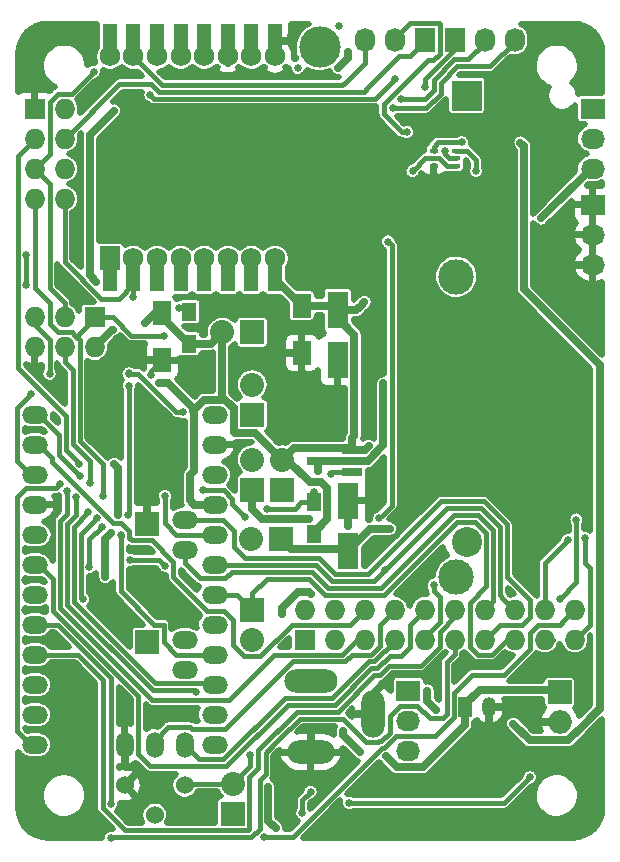
<source format=gbr>
G04 #@! TF.FileFunction,Copper,L1,Top,Mixed*
%FSLAX46Y46*%
G04 Gerber Fmt 4.6, Leading zero omitted, Abs format (unit mm)*
G04 Created by KiCad (PCBNEW 0.201509101502+6177~30~ubuntu14.04.1-product) date Sat 12 Sep 2015 10:17:21 PM CEST*
%MOMM*%
G01*
G04 APERTURE LIST*
%ADD10C,0.100000*%
%ADD11O,1.998980X1.998980*%
%ADD12R,1.998980X1.998980*%
%ADD13O,1.998980X4.000500*%
%ADD14O,4.000500X1.998980*%
%ADD15O,4.500880X1.998980*%
%ADD16O,2.199640X1.501140*%
%ADD17O,1.501140X2.199640*%
%ADD18O,1.727200X1.727200*%
%ADD19R,1.727200X1.727200*%
%ADD20R,1.727200X2.032000*%
%ADD21O,1.727200X2.032000*%
%ADD22C,1.524000*%
%ADD23R,1.800860X0.800100*%
%ADD24R,2.032000X2.032000*%
%ADD25O,2.032000X2.032000*%
%ADD26R,2.032000X1.727200*%
%ADD27O,2.032000X1.727200*%
%ADD28R,1.600000X2.000000*%
%ADD29R,1.800860X3.149600*%
%ADD30C,3.500120*%
%ADD31R,1.300000X1.500000*%
%ADD32R,1.198880X1.699260*%
%ADD33O,1.198880X1.699260*%
%ADD34C,3.000000*%
%ADD35R,1.200000X3.000000*%
%ADD36R,1.727200X2.000000*%
%ADD37C,1.727200*%
%ADD38R,0.749300X0.398780*%
%ADD39R,2.540000X2.540000*%
%ADD40C,2.540000*%
%ADD41C,0.635000*%
%ADD42C,0.635000*%
%ADD43C,0.381000*%
%ADD44C,0.508000*%
G04 APERTURE END LIST*
D10*
D11*
X46355000Y-59690000D03*
D12*
X46355000Y-57150000D03*
D13*
X30573980Y-58983880D03*
D14*
X25273000Y-62235080D03*
D15*
X25273000Y-56233060D03*
D16*
X14605000Y-52705000D03*
X14605000Y-55245000D03*
X1905000Y-33655000D03*
X1905000Y-36195000D03*
X1905000Y-38735000D03*
X1905000Y-41275000D03*
X1905000Y-43815000D03*
X1905000Y-46355000D03*
X1905000Y-48895000D03*
X1905000Y-51435000D03*
X1905000Y-53975000D03*
X1905000Y-56515000D03*
X1905000Y-59055000D03*
X1905000Y-61595000D03*
X17145000Y-61595000D03*
X17145000Y-59055000D03*
X17145000Y-56515000D03*
X17145000Y-53975000D03*
X17145000Y-51435000D03*
X17145000Y-48895000D03*
X17145000Y-46355000D03*
X17145000Y-43815000D03*
X17145000Y-41275000D03*
X17145000Y-38735000D03*
X17145000Y-36195000D03*
X17145000Y-33655000D03*
X14605000Y-45085000D03*
X14605000Y-42545000D03*
D17*
X14605000Y-61595000D03*
X12065000Y-61595000D03*
X9525000Y-61595000D03*
D18*
X47625000Y-50165000D03*
X47625000Y-52705000D03*
X45085000Y-50165000D03*
X45085000Y-52705000D03*
X42545000Y-50165000D03*
X42545000Y-52705000D03*
X40005000Y-50165000D03*
X40005000Y-52705000D03*
X37465000Y-50165000D03*
X37465000Y-52705000D03*
X34925000Y-50165000D03*
X34925000Y-52705000D03*
D19*
X24765000Y-52705000D03*
D18*
X24765000Y-50165000D03*
X27305000Y-52705000D03*
X27305000Y-50165000D03*
X29845000Y-52705000D03*
X29845000Y-50165000D03*
X32385000Y-52705000D03*
X32385000Y-50165000D03*
D20*
X34925000Y-1905000D03*
D21*
X32385000Y-1905000D03*
X29845000Y-1905000D03*
D22*
X12065000Y-67564000D03*
X9525000Y-65024000D03*
X14605000Y-65024000D03*
D23*
X28806140Y-38542000D03*
X28806140Y-36642000D03*
X25803860Y-37592000D03*
D19*
X6985000Y-25400000D03*
D18*
X6985000Y-27940000D03*
X4445000Y-25400000D03*
X4445000Y-27940000D03*
X1905000Y-25400000D03*
X1905000Y-27940000D03*
D24*
X20320000Y-50165000D03*
D25*
X20320000Y-52705000D03*
D20*
X37465000Y-1905000D03*
D21*
X40005000Y-1905000D03*
X42545000Y-1905000D03*
D24*
X20320000Y-40005000D03*
D25*
X20320000Y-37465000D03*
D24*
X20320000Y-33655000D03*
D25*
X20320000Y-31115000D03*
D24*
X22860000Y-40005000D03*
D25*
X22860000Y-37465000D03*
D24*
X18669000Y-67437000D03*
D25*
X18669000Y-64897000D03*
D24*
X20320000Y-26670000D03*
D25*
X17780000Y-26670000D03*
D26*
X33528000Y-57023000D03*
D27*
X33528000Y-59563000D03*
X33528000Y-62103000D03*
D24*
X22733000Y-44196000D03*
D25*
X20193000Y-44196000D03*
D28*
X12700000Y-29051000D03*
X12700000Y-25051000D03*
X24511000Y-28416000D03*
X24511000Y-24416000D03*
D12*
X11430000Y-52880260D03*
X11430000Y-42877740D03*
D29*
X28448000Y-40927020D03*
X28448000Y-45178980D03*
D30*
X26035000Y-2540000D03*
D31*
X25527000Y-41068000D03*
X25527000Y-43768000D03*
X14986000Y-24939000D03*
X14986000Y-27639000D03*
D29*
X27559000Y-29049980D03*
X27559000Y-24798020D03*
D26*
X49149000Y-15875000D03*
D27*
X49149000Y-18415000D03*
X49149000Y-20955000D03*
D26*
X49149000Y-7747000D03*
D27*
X49149000Y-10287000D03*
X49149000Y-12827000D03*
D32*
X38369240Y-58420000D03*
D33*
X40370760Y-58420000D03*
D34*
X37592000Y-21971000D03*
X37592000Y-47371000D03*
D35*
X8255000Y-21720000D03*
X10255000Y-21720000D03*
X12255000Y-21720000D03*
X14255000Y-21720000D03*
X16255000Y-21720000D03*
X18255000Y-21720000D03*
X20255000Y-21720000D03*
X22255000Y-21720000D03*
X22255000Y-2020000D03*
X20255000Y-2020000D03*
X18255000Y-2020000D03*
X16255000Y-2020000D03*
X14255000Y-2020000D03*
X12255000Y-2020000D03*
X10255000Y-2020000D03*
X8255000Y-2020000D03*
D36*
X8255000Y-20420000D03*
D37*
X10255000Y-20420000D03*
X12255000Y-20420000D03*
X14255000Y-20420000D03*
X16255000Y-20420000D03*
X18255000Y-20420000D03*
X20255000Y-20420000D03*
X22255000Y-20420000D03*
X22255000Y-3320000D03*
X20255000Y-3320000D03*
X18255000Y-3320000D03*
X16255000Y-3320000D03*
X14255000Y-3320000D03*
X12255000Y-3320000D03*
X10255000Y-3320000D03*
X8255000Y-3320000D03*
D18*
X1905000Y-15367000D03*
X4445000Y-15367000D03*
X1905000Y-12827000D03*
X4445000Y-12827000D03*
X1905000Y-10287000D03*
X4445000Y-10287000D03*
D19*
X1905000Y-7747000D03*
D18*
X4445000Y-7747000D03*
D38*
X35676840Y-11303000D03*
X35676840Y-11953240D03*
X35676840Y-12603480D03*
X37576760Y-12603480D03*
X37576760Y-11953240D03*
X37576760Y-11303000D03*
D39*
X38481000Y-6630000D03*
D40*
X38481000Y-44450000D03*
D41*
X27688564Y-764066D03*
X28451844Y-2976019D03*
X27610678Y-4315653D03*
X24183708Y-4284499D03*
X46710000Y-38673400D03*
X48615000Y-63438400D03*
X47345000Y-8066400D03*
X45186000Y-6161400D03*
X45567000Y-1335400D03*
X42900000Y-4002400D03*
X44932000Y-12130400D03*
X36290678Y-13807029D03*
X48311541Y-57439710D03*
X41871762Y-18431665D03*
X40957500Y-62293500D03*
X44323000Y-62293500D03*
X44323000Y-58420000D03*
X29210000Y-65532000D03*
X28786879Y-58981872D03*
X13868519Y-36895705D03*
X19642092Y-36085909D03*
X23101543Y-53174272D03*
X21898320Y-34860606D03*
X14431051Y-5016914D03*
X19645345Y-4694624D03*
X5450863Y-19949137D03*
X14436285Y-30182315D03*
X1210103Y-52687226D03*
X1122680Y-50151117D03*
X1122680Y-47627948D03*
X2956913Y-45014203D03*
X3151003Y-42607488D03*
X3722065Y-41275000D03*
X45134914Y-20953067D03*
X3566969Y-33788976D03*
X8830140Y-7021102D03*
X6796039Y-6175947D03*
X10766967Y-31379802D03*
X11774773Y-30291934D03*
X11636667Y-37038411D03*
X4351760Y-53261259D03*
X8630642Y-36636943D03*
X37587234Y-39150617D03*
X42227817Y-34669965D03*
X33118944Y-34669965D03*
X37591889Y-29898220D03*
X4329629Y-22008456D03*
X29210000Y-17780000D03*
X29210000Y-19050000D03*
X29210000Y-20320000D03*
X29210000Y-21590000D03*
X24370633Y-779643D03*
X15234969Y-7697667D03*
X23574941Y-2031800D03*
X20996155Y-24617882D03*
X24634417Y-35091852D03*
X16510000Y-7620000D03*
X17780000Y-7620000D03*
X19050000Y-7620000D03*
X20320000Y-7620000D03*
X21590000Y-7620000D03*
X22860000Y-7620000D03*
X24130000Y-7620000D03*
X24130000Y-19050000D03*
X24130000Y-20320000D03*
X24130000Y-21590000D03*
X25400000Y-21590000D03*
X25400000Y-20320000D03*
X25400000Y-19050000D03*
X26670000Y-19050000D03*
X26670000Y-20320000D03*
X26670000Y-21590000D03*
X27940000Y-21590000D03*
X27940000Y-20320000D03*
X27940000Y-19050000D03*
X27940000Y-17780000D03*
X26670000Y-17780000D03*
X25400000Y-17780000D03*
X24130000Y-17780000D03*
X22860000Y-17780000D03*
X21590000Y-17780000D03*
X20320000Y-17780000D03*
X19050000Y-17780000D03*
X17780000Y-17780000D03*
X16510000Y-17780000D03*
X15240000Y-17780000D03*
X13970000Y-17780000D03*
X12700000Y-17780000D03*
X11430000Y-17780000D03*
X10160000Y-17780000D03*
X8890000Y-17780000D03*
X7620000Y-17780000D03*
X7620000Y-16510000D03*
X8890000Y-16510000D03*
X10160000Y-16510000D03*
X11430000Y-16510000D03*
X12700000Y-16510000D03*
X13970000Y-16510000D03*
X15240000Y-16510000D03*
X16510000Y-16510000D03*
X17780000Y-16510000D03*
X19050000Y-16510000D03*
X20320000Y-16510000D03*
X21590000Y-16510000D03*
X22860000Y-16510000D03*
X24130000Y-16510000D03*
X25400000Y-16510000D03*
X26670000Y-16510000D03*
X27940000Y-16510000D03*
X29210000Y-16510000D03*
X29210000Y-15240000D03*
X27940000Y-15240000D03*
X26670000Y-15240000D03*
X25400000Y-15240000D03*
X24130000Y-15240000D03*
X22860000Y-15240000D03*
X21590000Y-15240000D03*
X20320000Y-15240000D03*
X19050000Y-15240000D03*
X17780000Y-15240000D03*
X16510000Y-15240000D03*
X15240000Y-15240000D03*
X13970000Y-15240000D03*
X15240000Y-13970000D03*
X16510000Y-13970000D03*
X17780000Y-13970000D03*
X19050000Y-13970000D03*
X20320000Y-13970000D03*
X21590000Y-13970000D03*
X22860000Y-13970000D03*
X24130000Y-13970000D03*
X25400000Y-13970000D03*
X26670000Y-13970000D03*
X27940000Y-13970000D03*
X29210000Y-13970000D03*
X29210000Y-12700000D03*
X27940000Y-12700000D03*
X26670000Y-12700000D03*
X25400000Y-12700000D03*
X24130000Y-12700000D03*
X22860000Y-12700000D03*
X21590000Y-12700000D03*
X20320000Y-12700000D03*
X19050000Y-12700000D03*
X17780000Y-12700000D03*
X16510000Y-12700000D03*
X15240000Y-12700000D03*
X15240000Y-11430000D03*
X16510000Y-11430000D03*
X17780000Y-11430000D03*
X19050000Y-11430000D03*
X20320000Y-11430000D03*
X21590000Y-11430000D03*
X22860000Y-11430000D03*
X24130000Y-11430000D03*
X25400000Y-11430000D03*
X26670000Y-11430000D03*
X27940000Y-11430000D03*
X29210000Y-11430000D03*
X29210000Y-10160000D03*
X27940000Y-10160000D03*
X26670000Y-10160000D03*
X25400000Y-10160000D03*
X24130000Y-10160000D03*
X22860000Y-10160000D03*
X21590000Y-10160000D03*
X20320000Y-10160000D03*
X19050000Y-10160000D03*
X17780000Y-10160000D03*
X16510000Y-10160000D03*
X15240000Y-10160000D03*
X15240000Y-8890000D03*
X16510000Y-8890000D03*
X17780000Y-8890000D03*
X19050000Y-8890000D03*
X20320000Y-8890000D03*
X21590000Y-8890000D03*
X22860000Y-8890000D03*
X24130000Y-8890000D03*
X25400000Y-8890000D03*
X26670000Y-8890000D03*
X27940000Y-8890000D03*
X29210000Y-8890000D03*
X30480000Y-7620000D03*
X29210000Y-7620000D03*
X27940000Y-7620000D03*
X26670000Y-7620000D03*
X25400000Y-7620000D03*
X33672433Y-17209991D03*
X35993245Y-17209991D03*
X41712718Y-16434417D03*
X23003869Y-28439682D03*
X24578083Y-32835025D03*
X24537743Y-30754443D03*
X45503085Y-44177367D03*
X33563854Y-48630746D03*
X42028177Y-48530046D03*
X43855666Y-47802022D03*
X44309192Y-54415372D03*
X42124368Y-54161651D03*
X38374927Y-54852337D03*
X24379868Y-60374776D03*
X8687325Y-11972301D03*
X3537944Y-31195880D03*
X6900623Y-30926467D03*
X15288878Y-47932874D03*
X10574660Y-46953729D03*
X9957715Y-48338908D03*
X10318275Y-45067467D03*
X13541401Y-49371074D03*
X9267590Y-50032036D03*
X7591169Y-49974184D03*
X13406823Y-59149177D03*
X12052666Y-65151477D03*
X4353195Y-58812677D03*
X4335529Y-57240418D03*
X9546949Y-59501644D03*
X35419656Y-55290522D03*
X2552693Y-34959237D03*
X28468087Y-43054317D03*
X33902766Y-13015000D03*
X12417694Y-30940962D03*
X11232359Y-25917769D03*
X15413685Y-38418602D03*
X30186966Y-36313494D03*
X7125351Y-22393195D03*
X29823765Y-24121032D03*
X8979128Y-42109241D03*
X8636000Y-37845007D03*
X8389193Y-43707741D03*
X7894436Y-47399509D03*
X8650446Y-7907020D03*
X8502123Y-26448963D03*
X38101744Y-10591780D03*
X42418000Y-59815728D03*
X35163316Y-57007460D03*
X35855551Y-58627168D03*
X43027481Y-10614538D03*
X25261956Y-65595293D03*
X24567268Y-67356823D03*
X44789465Y-17036869D03*
X31431508Y-31000708D03*
X25858168Y-38437534D03*
X22313656Y-68656036D03*
X21673126Y-65169345D03*
X20134311Y-62445108D03*
X31602586Y-46760067D03*
X39272454Y-13015000D03*
X25123844Y-42497298D03*
X22850213Y-50555723D03*
X25315131Y-48797782D03*
X35686778Y-48071499D03*
X31843248Y-18998285D03*
X31081602Y-42430911D03*
X34937798Y-5948146D03*
X32928560Y-6954676D03*
X32202016Y-7681220D03*
X10232710Y-23656721D03*
X28537702Y-66525534D03*
X43824643Y-64359872D03*
X33442851Y-9735291D03*
X36626800Y-11328400D03*
X47053548Y-44252289D03*
X7671237Y-40528839D03*
X6458570Y-41929510D03*
X12831178Y-26970142D03*
X48475969Y-44072874D03*
X6905044Y-4623437D03*
X9219793Y-43861288D03*
X9817348Y-42109241D03*
X9883131Y-31191288D03*
X47767859Y-42534902D03*
X1193780Y-22673688D03*
X11708142Y-6611352D03*
X5400295Y-40652780D03*
X46351152Y-49255511D03*
X15588916Y-57099042D03*
X6629200Y-39427220D03*
X1193780Y-20111450D03*
X32390891Y-5223595D03*
X9858124Y-30163414D03*
X14453530Y-33428702D03*
X3162335Y-30184956D03*
X9883122Y-30185480D03*
X1637310Y-31882942D03*
X7634436Y-43127112D03*
X6546714Y-46561288D03*
X16142861Y-40056252D03*
X21548533Y-41628868D03*
X19752012Y-42312560D03*
X25516479Y-40202166D03*
X26972131Y-38670895D03*
X12946307Y-46422732D03*
X9961641Y-45950571D03*
X14117000Y-24638000D03*
X6005781Y-49269915D03*
X7167869Y-42430755D03*
X21287164Y-69400379D03*
X12950192Y-40525378D03*
X4081746Y-39487919D03*
X5691791Y-37799644D03*
X8382000Y-69469000D03*
X8369299Y-66584539D03*
X4641885Y-40136440D03*
X5730906Y-38844575D03*
X31640270Y-62586867D03*
X28006862Y-60398552D03*
X31993795Y-43299932D03*
X29441451Y-62207253D03*
D42*
X27610678Y-4315653D02*
X28451844Y-3474487D01*
X28451844Y-3474487D02*
X28451844Y-2976019D01*
X45503085Y-44177367D02*
X45503085Y-39880315D01*
X45503085Y-39880315D02*
X46710000Y-38673400D01*
X44323000Y-62293500D02*
X47470100Y-62293500D01*
X47470100Y-62293500D02*
X48615000Y-63438400D01*
X44678000Y-8180555D02*
X44678000Y-6161400D01*
X44678000Y-11427388D02*
X44678000Y-8180555D01*
X44678000Y-8180555D02*
X47230845Y-8180555D01*
X47230845Y-8180555D02*
X47345000Y-8066400D01*
X43027000Y-4002400D02*
X45186000Y-6161400D01*
X42900000Y-4002400D02*
X43027000Y-4002400D01*
X42900000Y-4002400D02*
X45567000Y-1335400D01*
X44678000Y-6161400D02*
X42900000Y-4383400D01*
X42900000Y-4383400D02*
X42900000Y-4002400D01*
X44932000Y-12130400D02*
X44932000Y-11681388D01*
X44932000Y-11681388D02*
X44678000Y-11427388D01*
X44551000Y-9336400D02*
X44551000Y-11749400D01*
X44551000Y-11749400D02*
X44932000Y-12130400D01*
X41757000Y-9336400D02*
X44551000Y-9336400D01*
X41757000Y-10733400D02*
X41757000Y-9336400D01*
X41884000Y-10860400D02*
X41757000Y-10733400D01*
X41884000Y-15814123D02*
X41884000Y-10860400D01*
X41712718Y-16434417D02*
X41712718Y-15985405D01*
X41712718Y-15985405D02*
X41884000Y-15814123D01*
D43*
X35676840Y-12603480D02*
X35676840Y-13193191D01*
X35676840Y-13193191D02*
X36290678Y-13807029D01*
D42*
X47994042Y-57122211D02*
X48311541Y-57439710D01*
X47994042Y-55910448D02*
X47994042Y-57122211D01*
X46498966Y-54415372D02*
X47994042Y-55910448D01*
X44309192Y-54415372D02*
X46498966Y-54415372D01*
D43*
X41712718Y-16434417D02*
X41712718Y-18272621D01*
X41712718Y-18272621D02*
X41871762Y-18431665D01*
D42*
X44323000Y-62293500D02*
X40957500Y-62293500D01*
X40370760Y-58420000D02*
X44323000Y-58420000D01*
X30573980Y-58983880D02*
X28788887Y-58983880D01*
X28788887Y-58983880D02*
X28786879Y-58981872D01*
X30573980Y-57275004D02*
X32228831Y-55620153D01*
X30573980Y-58983880D02*
X30573980Y-57275004D01*
X35090025Y-55620153D02*
X35419656Y-55290522D01*
X32228831Y-55620153D02*
X35090025Y-55620153D01*
X13725813Y-37038411D02*
X13868519Y-36895705D01*
X11636667Y-37038411D02*
X13725813Y-37038411D01*
D43*
X17145000Y-36195000D02*
X19533001Y-36195000D01*
X19533001Y-36195000D02*
X19642092Y-36085909D01*
X14518864Y-29624157D02*
X14436285Y-29706736D01*
X14436285Y-29706736D02*
X14436285Y-30182315D01*
X13945707Y-29051000D02*
X14518864Y-29624157D01*
X12700000Y-29051000D02*
X13945707Y-29051000D01*
D42*
X42124368Y-54161651D02*
X41414957Y-54161651D01*
X40903097Y-54673511D02*
X38553753Y-54673511D01*
X41414957Y-54161651D02*
X40903097Y-54673511D01*
X38553753Y-54673511D02*
X38374927Y-54852337D01*
X24634417Y-35091852D02*
X22129566Y-35091852D01*
X22129566Y-35091852D02*
X21898320Y-34860606D01*
X19485413Y-4694624D02*
X19163123Y-5016914D01*
X19163123Y-5016914D02*
X14431051Y-5016914D01*
X19645345Y-4694624D02*
X19485413Y-4694624D01*
D43*
X3151003Y-42607488D02*
X3468502Y-42924987D01*
X3468502Y-42924987D02*
X3468502Y-44502614D01*
X3468502Y-44502614D02*
X2956913Y-45014203D01*
D42*
X49149000Y-20955000D02*
X45136847Y-20955000D01*
X45136847Y-20955000D02*
X45134914Y-20953067D01*
D43*
X11774773Y-30291934D02*
X11774773Y-29976227D01*
X11774773Y-29976227D02*
X12700000Y-29051000D01*
X1905000Y-41275000D02*
X2254250Y-41275000D01*
X12700000Y-29051000D02*
X12700000Y-29335742D01*
D42*
X12700000Y-29051000D02*
X8776090Y-29051000D01*
X8776090Y-29051000D02*
X6900623Y-30926467D01*
X29210000Y-19050000D02*
X29210000Y-17780000D01*
X29210000Y-21590000D02*
X29210000Y-20320000D01*
X23574941Y-2031800D02*
X23574941Y-1575335D01*
X23574941Y-1575335D02*
X24370633Y-779643D01*
X10960335Y-11972301D02*
X14917470Y-8015166D01*
X14917470Y-8015166D02*
X15234969Y-7697667D01*
X8687325Y-11972301D02*
X10960335Y-11972301D01*
X22255000Y-2020000D02*
X23563141Y-2020000D01*
X23563141Y-2020000D02*
X23574941Y-2031800D01*
X18255000Y-2020000D02*
X18255000Y-3854422D01*
X18255000Y-3854422D02*
X18252933Y-3856489D01*
X24634417Y-35091852D02*
X23477099Y-35091852D01*
X24634417Y-35091852D02*
X23207341Y-35091852D01*
D43*
X24578083Y-32835025D02*
X24578083Y-35035518D01*
X24578083Y-35035518D02*
X24634417Y-35091852D01*
D42*
X24130000Y-7620000D02*
X25400000Y-7620000D01*
X16510000Y-7620000D02*
X17780000Y-7620000D01*
X19050000Y-7620000D02*
X20320000Y-7620000D01*
X21590000Y-7620000D02*
X22860000Y-7620000D01*
X24130000Y-20320000D02*
X24130000Y-19050000D01*
X25400000Y-21590000D02*
X24130000Y-21590000D01*
X25400000Y-19050000D02*
X25400000Y-20320000D01*
X26670000Y-20320000D02*
X26670000Y-19050000D01*
X27940000Y-21590000D02*
X26670000Y-21590000D01*
X27940000Y-19050000D02*
X27940000Y-20320000D01*
X26670000Y-17780000D02*
X27940000Y-17780000D01*
X24130000Y-17780000D02*
X25400000Y-17780000D01*
X21590000Y-17780000D02*
X22860000Y-17780000D01*
X19050000Y-17780000D02*
X20320000Y-17780000D01*
X16510000Y-17780000D02*
X17780000Y-17780000D01*
X13970000Y-17780000D02*
X15240000Y-17780000D01*
X11430000Y-17780000D02*
X12700000Y-17780000D01*
X8890000Y-17780000D02*
X10160000Y-17780000D01*
X7620000Y-16510000D02*
X7620000Y-17780000D01*
X10160000Y-16510000D02*
X8890000Y-16510000D01*
X12700000Y-16510000D02*
X11430000Y-16510000D01*
X15240000Y-16510000D02*
X13970000Y-16510000D01*
X17780000Y-16510000D02*
X16510000Y-16510000D01*
X20320000Y-16510000D02*
X19050000Y-16510000D01*
X22860000Y-16510000D02*
X21590000Y-16510000D01*
X25400000Y-16510000D02*
X24130000Y-16510000D01*
X27940000Y-16510000D02*
X26670000Y-16510000D01*
X29210000Y-15240000D02*
X29210000Y-16510000D01*
X26670000Y-15240000D02*
X27940000Y-15240000D01*
X24130000Y-15240000D02*
X25400000Y-15240000D01*
X21590000Y-15240000D02*
X22860000Y-15240000D01*
X19050000Y-15240000D02*
X20320000Y-15240000D01*
X16510000Y-15240000D02*
X17780000Y-15240000D01*
X13970000Y-15240000D02*
X15240000Y-15240000D01*
X16510000Y-13970000D02*
X15240000Y-13970000D01*
X19050000Y-13970000D02*
X17780000Y-13970000D01*
X21590000Y-13970000D02*
X20320000Y-13970000D01*
X24130000Y-13970000D02*
X22860000Y-13970000D01*
X26670000Y-13970000D02*
X25400000Y-13970000D01*
X29210000Y-13970000D02*
X27940000Y-13970000D01*
X27940000Y-12700000D02*
X29210000Y-12700000D01*
X25400000Y-12700000D02*
X26670000Y-12700000D01*
X22860000Y-12700000D02*
X24130000Y-12700000D01*
X20320000Y-12700000D02*
X21590000Y-12700000D01*
X17780000Y-12700000D02*
X19050000Y-12700000D01*
X15240000Y-12700000D02*
X16510000Y-12700000D01*
X16510000Y-11430000D02*
X15240000Y-11430000D01*
X19050000Y-11430000D02*
X17780000Y-11430000D01*
X21590000Y-11430000D02*
X20320000Y-11430000D01*
X24130000Y-11430000D02*
X22860000Y-11430000D01*
X26670000Y-11430000D02*
X25400000Y-11430000D01*
X29210000Y-11430000D02*
X27940000Y-11430000D01*
X27940000Y-10160000D02*
X29210000Y-10160000D01*
X25400000Y-10160000D02*
X26670000Y-10160000D01*
X22860000Y-10160000D02*
X24130000Y-10160000D01*
X20320000Y-10160000D02*
X21590000Y-10160000D01*
X17780000Y-10160000D02*
X19050000Y-10160000D01*
X15240000Y-10160000D02*
X16510000Y-10160000D01*
X16510000Y-8890000D02*
X15240000Y-8890000D01*
X19050000Y-8890000D02*
X17780000Y-8890000D01*
X21590000Y-8890000D02*
X20320000Y-8890000D01*
X24130000Y-8890000D02*
X22860000Y-8890000D01*
X26670000Y-8890000D02*
X25400000Y-8890000D01*
X29210000Y-8890000D02*
X27940000Y-8890000D01*
X29210000Y-7620000D02*
X30480000Y-7620000D01*
X26670000Y-7620000D02*
X27940000Y-7620000D01*
X8687325Y-11972301D02*
X10072130Y-11972301D01*
D43*
X35993245Y-17209991D02*
X33672433Y-17209991D01*
X24511000Y-28416000D02*
X23027551Y-28416000D01*
X23027551Y-28416000D02*
X23003869Y-28439682D01*
X24537743Y-30754443D02*
X24537743Y-32794685D01*
X24537743Y-32794685D02*
X24578083Y-32835025D01*
X24511000Y-28416000D02*
X24511000Y-30727700D01*
X24511000Y-30727700D02*
X24537743Y-30754443D01*
X43855666Y-47802022D02*
X43855666Y-45824786D01*
X43855666Y-45824786D02*
X45503085Y-44177367D01*
X44309192Y-54415372D02*
X45235434Y-54415372D01*
D42*
X25273000Y-60330622D02*
X25228846Y-60374776D01*
X25228846Y-60374776D02*
X24379868Y-60374776D01*
X25273000Y-62235080D02*
X25273000Y-60330622D01*
X10406727Y-48338908D02*
X9957715Y-48338908D01*
X12509235Y-48338908D02*
X10406727Y-48338908D01*
X13541401Y-49371074D02*
X12509235Y-48338908D01*
X7649021Y-50032036D02*
X7591169Y-49974184D01*
X9267590Y-50032036D02*
X7649021Y-50032036D01*
X9659234Y-63464054D02*
X10365243Y-63464054D01*
X10365243Y-63464054D02*
X12052666Y-65151477D01*
X9525000Y-61595000D02*
X9525000Y-63329820D01*
X9525000Y-63329820D02*
X9659234Y-63464054D01*
X4335529Y-57240418D02*
X4335529Y-58795011D01*
X4335529Y-58795011D02*
X4353195Y-58812677D01*
X28468087Y-43054317D02*
X28468087Y-40947107D01*
X28468087Y-40947107D02*
X28448000Y-40927020D01*
D43*
X20255000Y-3320000D02*
X20255000Y-2020000D01*
X20255000Y-2828662D02*
X20255000Y-2020000D01*
X35676840Y-11953240D02*
X34964526Y-11953240D01*
X34964526Y-11953240D02*
X33902766Y-13015000D01*
X37576760Y-12603480D02*
X36821110Y-12603480D01*
X36821110Y-12603480D02*
X36170870Y-11953240D01*
X36170870Y-11953240D02*
X35676840Y-11953240D01*
D42*
X12866706Y-30940962D02*
X12417694Y-30940962D01*
X13176929Y-30940962D02*
X12866706Y-30940962D01*
X15304660Y-33348229D02*
X15304660Y-33068693D01*
X15304660Y-33068693D02*
X13176929Y-30940962D01*
X22255000Y-20420000D02*
X22255000Y-21720000D01*
X7125351Y-22393195D02*
X6593693Y-21861537D01*
X6593693Y-21861537D02*
X6593693Y-9963773D01*
X6593693Y-9963773D02*
X8650446Y-7907020D01*
X12700000Y-25051000D02*
X12099128Y-25051000D01*
X12099128Y-25051000D02*
X11232359Y-25917769D01*
X15413685Y-37969590D02*
X15413685Y-38418602D01*
X15413685Y-33457254D02*
X15413685Y-37969590D01*
X15096186Y-38736101D02*
X15413685Y-38418602D01*
X17145000Y-41275000D02*
X15410180Y-41275000D01*
X15051782Y-38780505D02*
X15096186Y-38736101D01*
X15304660Y-33348229D02*
X15413685Y-33457254D01*
X15051782Y-40916602D02*
X15051782Y-38780505D01*
X15410180Y-41275000D02*
X15051782Y-40916602D01*
X18887439Y-35191701D02*
X20586701Y-35191701D01*
X20586701Y-35191701D02*
X22860000Y-37465000D01*
X29869467Y-36630993D02*
X30186966Y-36313494D01*
X28806140Y-36642000D02*
X29858460Y-36642000D01*
X29858460Y-36642000D02*
X29869467Y-36630993D01*
X27559000Y-24798020D02*
X27559000Y-25472390D01*
X28806140Y-35606950D02*
X28806140Y-36642000D01*
X27559000Y-25472390D02*
X28980131Y-26893521D01*
X28980131Y-26893521D02*
X28980131Y-35432959D01*
X28980131Y-35432959D02*
X28806140Y-35606950D01*
X27559000Y-24798020D02*
X29146777Y-24798020D01*
X29506266Y-24438531D02*
X29823765Y-24121032D01*
X29146777Y-24798020D02*
X29506266Y-24438531D01*
X8636000Y-37845007D02*
X8979128Y-38188135D01*
X8979128Y-41660229D02*
X8979128Y-42109241D01*
X8979128Y-38188135D02*
X8979128Y-41660229D01*
X7894436Y-44202498D02*
X8071694Y-44025240D01*
X8071694Y-44025240D02*
X8389193Y-43707741D01*
X7894436Y-47399509D02*
X7894436Y-44202498D01*
X8502123Y-26448963D02*
X8476037Y-26448963D01*
X8476037Y-26448963D02*
X6985000Y-27940000D01*
X12287228Y-24638228D02*
X12700000Y-25051000D01*
X14986000Y-27639000D02*
X16811000Y-27639000D01*
X16811000Y-27639000D02*
X17780000Y-26670000D01*
X12700000Y-25051000D02*
X12700000Y-25353000D01*
X12700000Y-25353000D02*
X14986000Y-27639000D01*
X17780000Y-26670000D02*
X17780000Y-32142889D01*
X17780000Y-32142889D02*
X18783299Y-33146188D01*
X18783299Y-33146188D02*
X18783299Y-35087561D01*
X18783299Y-35087561D02*
X18887439Y-35191701D01*
X18765530Y-35069792D02*
X18765530Y-33128419D01*
X16269169Y-32383720D02*
X15304660Y-33348229D01*
X18020831Y-32383720D02*
X16269169Y-32383720D01*
X18765530Y-33128419D02*
X18020831Y-32383720D01*
X18887439Y-35191701D02*
X18765530Y-35069792D01*
X26160227Y-39363965D02*
X26593561Y-39797299D01*
X23289262Y-37465000D02*
X25188227Y-39363965D01*
X25188227Y-39363965D02*
X26160227Y-39363965D01*
X22860000Y-37465000D02*
X23289262Y-37465000D01*
X22860000Y-37465000D02*
X23875999Y-36449001D01*
X24511000Y-24416000D02*
X27176980Y-24416000D01*
X27176980Y-24416000D02*
X27559000Y-24798020D01*
X22255000Y-21720000D02*
X22255000Y-22160000D01*
X22255000Y-22160000D02*
X24511000Y-24416000D01*
X23875999Y-36449001D02*
X28613141Y-36449001D01*
X28613141Y-36449001D02*
X28806140Y-36642000D01*
X25527000Y-43768000D02*
X25527000Y-43668000D01*
X25527000Y-43668000D02*
X26697701Y-42497299D01*
X26697701Y-42497299D02*
X26697701Y-39901439D01*
D43*
X35676840Y-10957560D02*
X36042620Y-10591780D01*
X36042620Y-10591780D02*
X37652732Y-10591780D01*
X35676840Y-11303000D02*
X35676840Y-10957560D01*
X37652732Y-10591780D02*
X38101744Y-10591780D01*
D42*
X49733210Y-55455339D02*
X49733210Y-29440935D01*
X49733210Y-29440935D02*
X43344980Y-23052705D01*
X43344980Y-23052705D02*
X43344980Y-10932037D01*
X43344980Y-10932037D02*
X43027481Y-10614538D01*
X49733210Y-55455339D02*
X49733210Y-57671063D01*
X47084693Y-61210191D02*
X48470033Y-59824851D01*
X49733210Y-58561674D02*
X48470033Y-59824851D01*
X48470033Y-59824851D02*
X49542024Y-58752860D01*
X49733210Y-55455339D02*
X49733210Y-58561674D01*
X42418000Y-59815728D02*
X43812463Y-61210191D01*
X43812463Y-61210191D02*
X47084693Y-61210191D01*
X35163316Y-57007460D02*
X35163316Y-57934933D01*
X35163316Y-57934933D02*
X35855551Y-58627168D01*
D43*
X44985049Y-61083191D02*
X47023733Y-61083191D01*
X47023733Y-61083191D02*
X49542024Y-58564900D01*
X24567268Y-67356823D02*
X24567268Y-66289981D01*
X24567268Y-66289981D02*
X25261956Y-65595293D01*
D42*
X49149000Y-12827000D02*
X48999334Y-12827000D01*
X48999334Y-12827000D02*
X44789465Y-17036869D01*
X31431508Y-36254374D02*
X31431508Y-31000708D01*
X30093882Y-37592000D02*
X31431508Y-36254374D01*
X25803860Y-37592000D02*
X30093882Y-37592000D01*
X25858168Y-38437534D02*
X25858168Y-37646308D01*
X25858168Y-37646308D02*
X25803860Y-37592000D01*
X21673126Y-65169345D02*
X21673126Y-68015506D01*
X21673126Y-68015506D02*
X22313656Y-68656036D01*
D43*
X20134311Y-63431689D02*
X20134311Y-62445108D01*
X18669000Y-64897000D02*
X20134311Y-63431689D01*
X18669000Y-64897000D02*
X14732000Y-64897000D01*
X14732000Y-64897000D02*
X14605000Y-65024000D01*
X41681401Y-49301401D02*
X42545000Y-50165000D01*
X41313123Y-48933123D02*
X41681401Y-49301401D01*
X41313123Y-43190227D02*
X41313123Y-48933123D01*
X31602586Y-46760067D02*
X36790774Y-41571879D01*
X40096843Y-41973950D02*
X41313123Y-43190227D01*
X36790774Y-41571879D02*
X39694772Y-41571878D01*
X39694772Y-41571878D02*
X40096843Y-41973950D01*
X27733488Y-47731691D02*
X29517059Y-47731691D01*
X27097096Y-47731691D02*
X27733488Y-47731691D01*
X27733488Y-47731691D02*
X30630962Y-47731691D01*
X30630962Y-47731691D02*
X31602586Y-46760067D01*
X29517059Y-47731691D02*
X30630962Y-47731691D01*
X17145000Y-46355000D02*
X25720405Y-46355000D01*
X25720405Y-46355000D02*
X27097096Y-47731691D01*
X37576760Y-11303000D02*
X38506400Y-11303000D01*
X39272454Y-12069054D02*
X39272454Y-12350992D01*
X38506400Y-11303000D02*
X39272454Y-12069054D01*
X39272454Y-12350992D02*
X39272454Y-13015000D01*
D42*
X20320000Y-41656000D02*
X20335127Y-41656000D01*
X20335127Y-41656000D02*
X21176425Y-42497298D01*
X25123844Y-42497298D02*
X21176425Y-42497298D01*
X20320000Y-41656000D02*
X20320000Y-40005000D01*
X25315131Y-48797782D02*
X25168404Y-48651055D01*
X25168404Y-48651055D02*
X24230179Y-48651055D01*
X24230179Y-48651055D02*
X22850213Y-50031021D01*
X22850213Y-50031021D02*
X22850213Y-50555723D01*
D43*
X35686778Y-48520511D02*
X35686778Y-48071499D01*
X35686778Y-48577345D02*
X35686778Y-48520511D01*
X36182301Y-49072868D02*
X35686778Y-48577345D01*
X34925000Y-52705000D02*
X34925000Y-52441857D01*
X36182301Y-51184556D02*
X36182301Y-49072868D01*
X34925000Y-52441857D02*
X36182301Y-51184556D01*
X31843248Y-18998285D02*
X32160747Y-19315784D01*
X32160747Y-19315784D02*
X32160747Y-41351766D01*
X32160747Y-41351766D02*
X31399101Y-42113412D01*
X31399101Y-42113412D02*
X31081602Y-42430911D01*
X37465000Y-2674437D02*
X34937798Y-5201639D01*
X34937798Y-5201639D02*
X34937798Y-5948146D01*
X37465000Y-1905000D02*
X37465000Y-2674437D01*
X38595299Y-3568701D02*
X40005000Y-2159000D01*
X37413203Y-3568701D02*
X38595299Y-3568701D01*
X35692910Y-5288994D02*
X37413203Y-3568701D01*
X35692910Y-6203015D02*
X35692910Y-5288994D01*
X34941249Y-6954676D02*
X35692910Y-6203015D01*
X32928560Y-6954676D02*
X34941249Y-6954676D01*
X10255000Y-20420000D02*
X10255000Y-21720000D01*
X4445000Y-15367000D02*
X4445000Y-17354563D01*
X4445000Y-20718662D02*
X4445000Y-17354563D01*
X9047894Y-23827106D02*
X7553444Y-23827106D01*
X7553444Y-23827106D02*
X4445000Y-20718662D01*
X10255000Y-21720000D02*
X10255000Y-22620000D01*
X10255000Y-22620000D02*
X9047894Y-23827106D01*
X32202016Y-7681220D02*
X35070993Y-7681220D01*
X35070993Y-7681220D02*
X36277120Y-6475093D01*
X36277120Y-6475093D02*
X36277120Y-5530981D01*
X36277120Y-5530981D02*
X37655190Y-4152911D01*
X37655190Y-4152911D02*
X40449489Y-4152911D01*
X40449489Y-4152911D02*
X42545000Y-2057400D01*
X42545000Y-2057400D02*
X42545000Y-1905000D01*
X42545000Y-2159000D02*
X42545000Y-2311400D01*
X10232710Y-23656721D02*
X10232710Y-21742290D01*
X10232710Y-21742290D02*
X10255000Y-21720000D01*
X34925000Y-1905000D02*
X34925000Y-2057400D01*
X29752891Y-6324580D02*
X12433383Y-6324580D01*
X34925000Y-2057400D02*
X33680400Y-3302000D01*
X11760739Y-5658158D02*
X9073842Y-5658158D01*
X33680400Y-3302000D02*
X32776945Y-3302000D01*
X30134637Y-5942834D02*
X29752891Y-6324580D01*
X32776945Y-3302000D02*
X30136111Y-5942834D01*
X12433383Y-6324580D02*
X12014051Y-5905248D01*
X30136111Y-5942834D02*
X30134637Y-5942834D01*
X9073842Y-5658158D02*
X4445000Y-10287000D01*
X12014051Y-5905248D02*
X12007830Y-5905248D01*
X12007830Y-5905248D02*
X11760739Y-5658158D01*
X34925000Y-1752600D02*
X34925000Y-1905000D01*
X34925000Y-2159000D02*
X34925000Y-2006600D01*
X28537702Y-66525534D02*
X30277761Y-66525534D01*
X30277761Y-66525534D02*
X30279426Y-66523869D01*
X31707792Y-66523869D02*
X31702281Y-66518358D01*
X30279426Y-66523869D02*
X31707792Y-66523869D01*
X31707792Y-66523869D02*
X41660646Y-66523869D01*
X41660646Y-66523869D02*
X43749643Y-64434872D01*
X43749643Y-64434872D02*
X43824643Y-64359872D01*
X31490815Y-8232267D02*
X32993839Y-9735291D01*
X35184608Y-3646050D02*
X31490815Y-7339843D01*
X36191491Y-3121750D02*
X35667191Y-3646050D01*
X31490815Y-7339843D02*
X31490815Y-8232267D01*
X36103561Y-495299D02*
X36191491Y-583229D01*
X33642301Y-495299D02*
X36103561Y-495299D01*
X32385000Y-1752600D02*
X33642301Y-495299D01*
X32993839Y-9735291D02*
X33442851Y-9735291D01*
X36191491Y-583229D02*
X36191491Y-3121750D01*
X32385000Y-1905000D02*
X32385000Y-1752600D01*
X35667191Y-3646050D02*
X35184608Y-3646050D01*
X20320000Y-50165000D02*
X20320000Y-48768000D01*
X20320000Y-48768000D02*
X21564580Y-47523420D01*
X21564580Y-47523420D02*
X25114755Y-47523420D01*
X31502611Y-48900111D02*
X37662423Y-42740299D01*
X39210797Y-42740299D02*
X40144701Y-43674203D01*
X25114755Y-47523420D02*
X26491445Y-48900111D01*
X26491445Y-48900111D02*
X31502611Y-48900111D01*
X37662423Y-42740299D02*
X39210797Y-42740299D01*
X40144701Y-43674203D02*
X40144701Y-48164493D01*
X40144701Y-48164493D02*
X38736858Y-49572336D01*
X40608505Y-53962301D02*
X41865806Y-52705000D01*
X41865806Y-52705000D02*
X42545000Y-52705000D01*
X38736858Y-49572336D02*
X38736858Y-53297664D01*
X39401495Y-53962301D02*
X40608505Y-53962301D01*
X38736858Y-53297664D02*
X39401495Y-53962301D01*
X17145000Y-48895000D02*
X19050000Y-48895000D01*
X19050000Y-48895000D02*
X20320000Y-50165000D01*
X20320000Y-50695862D02*
X20320000Y-50165000D01*
X37576760Y-11953240D02*
X36997066Y-11953240D01*
X36626800Y-11582973D02*
X36626800Y-11328400D01*
X36997066Y-11953240D02*
X36626800Y-11582973D01*
X45085000Y-46220837D02*
X46736049Y-44569788D01*
X46736049Y-44569788D02*
X47053548Y-44252289D01*
X45085000Y-50165000D02*
X45085000Y-46220837D01*
X14255000Y-3320000D02*
X14255000Y-2020000D01*
X17017841Y-56387841D02*
X17145000Y-56515000D01*
X15247539Y-56387841D02*
X17017841Y-56387841D01*
X15246100Y-56389280D02*
X15247539Y-56387841D01*
X12104378Y-56389280D02*
X15246100Y-56389280D01*
X10475725Y-54760627D02*
X12104378Y-56389280D01*
X5251303Y-46566341D02*
X5251303Y-43136777D01*
X5251303Y-43136777D02*
X6458570Y-41929510D01*
X7671237Y-40079827D02*
X7671237Y-40528839D01*
X7671237Y-37803664D02*
X7671237Y-40079827D01*
X5727699Y-35860126D02*
X7671237Y-37803664D01*
X5727699Y-27361893D02*
X5727699Y-35860126D01*
X5409522Y-27043716D02*
X5727699Y-27361893D01*
X3187699Y-26003505D02*
X3865663Y-26681469D01*
X3865663Y-26681469D02*
X5047275Y-26681469D01*
X5047275Y-26681469D02*
X5409522Y-27043716D01*
X1905000Y-15367000D02*
X1905000Y-22902348D01*
X1905000Y-22902348D02*
X3187699Y-24185047D01*
X3187699Y-24185047D02*
X3187699Y-26003505D01*
X5251303Y-47144652D02*
X5251303Y-46566341D01*
X5251303Y-46566341D02*
X5251303Y-49536205D01*
X10475725Y-54760627D02*
X7178488Y-51463390D01*
X5251303Y-49536205D02*
X10475725Y-54760627D01*
X10075880Y-26970142D02*
X12341663Y-26970142D01*
X8505738Y-25400000D02*
X10075880Y-26970142D01*
X8229600Y-25400000D02*
X8505738Y-25400000D01*
X12831178Y-26970142D02*
X12110480Y-26970142D01*
X6985000Y-25400000D02*
X6985000Y-25468238D01*
X6985000Y-25468238D02*
X5409522Y-27043716D01*
X12341663Y-26970142D02*
X12210410Y-26970142D01*
X12341663Y-26970142D02*
X12831178Y-26970142D01*
X6985000Y-25400000D02*
X8229600Y-25400000D01*
X48475969Y-46189969D02*
X48475969Y-44521886D01*
X48475969Y-44521886D02*
X48475969Y-44072874D01*
X47625000Y-52705000D02*
X48882301Y-51447699D01*
X48882301Y-51447699D02*
X48882301Y-46596301D01*
X48882301Y-46596301D02*
X48475969Y-46189969D01*
X16255000Y-2020000D02*
X16255000Y-3320000D01*
X3866079Y-6465115D02*
X3187699Y-7143495D01*
X3187699Y-7143495D02*
X3187699Y-11544301D01*
X3187699Y-11544301D02*
X2768599Y-11963401D01*
X2768599Y-11963401D02*
X1905000Y-12827000D01*
X5062900Y-6465115D02*
X3866079Y-6465115D01*
X6587079Y-4940936D02*
X5062900Y-6465115D01*
X6905044Y-4623437D02*
X6587545Y-4940936D01*
X6587545Y-4940936D02*
X6587079Y-4940936D01*
X13907494Y-53975000D02*
X17145000Y-53975000D01*
X12823191Y-52890697D02*
X13907494Y-53975000D01*
X12030923Y-51422086D02*
X12823191Y-51422086D01*
X9219793Y-48610956D02*
X12030923Y-51422086D01*
X9219793Y-43861288D02*
X9219793Y-48610956D01*
X12823191Y-51422086D02*
X12823191Y-52890697D01*
X9226411Y-43861288D02*
X9219793Y-43861288D01*
X9307569Y-43942446D02*
X9226411Y-43861288D01*
X9883131Y-31191288D02*
X9883131Y-42043458D01*
X9883131Y-42043458D02*
X9817348Y-42109241D01*
X4445000Y-24178686D02*
X4445000Y-25400000D01*
X3187699Y-22921385D02*
X4445000Y-24178686D01*
X3187699Y-14109699D02*
X3187699Y-22921385D01*
X1905000Y-12827000D02*
X3187699Y-14109699D01*
X47764768Y-47841895D02*
X47764768Y-42987005D01*
X47767859Y-42983914D02*
X47767859Y-42534902D01*
X46351152Y-49255511D02*
X47764768Y-47841895D01*
X47764768Y-42987005D02*
X47767859Y-42983914D01*
X1193780Y-20111450D02*
X1193780Y-22673688D01*
X32390891Y-5223595D02*
X31031827Y-6582659D01*
X31031827Y-6582659D02*
X31031141Y-6582659D01*
X31031141Y-6582659D02*
X30705010Y-6908790D01*
X30705010Y-6908790D02*
X12005580Y-6908790D01*
X12005580Y-6908790D02*
X11708142Y-6611352D01*
X12255000Y-3320000D02*
X12255000Y-2020000D01*
X4662358Y-44116977D02*
X4662358Y-48747263D01*
X5400295Y-42161589D02*
X4662358Y-42899526D01*
X4662358Y-42899526D02*
X4662358Y-44116977D01*
X5400295Y-40652780D02*
X5400295Y-42161589D01*
X15489632Y-56999758D02*
X15588916Y-57099042D01*
X14999488Y-56999758D02*
X15489632Y-56999758D01*
X4667093Y-49778192D02*
X11888659Y-56999758D01*
X14999488Y-56999758D02*
X11888659Y-56999758D01*
X4667093Y-48747263D02*
X4667093Y-49778192D01*
X4662358Y-48747263D02*
X4667093Y-48747263D01*
X4662358Y-48747263D02*
X4662358Y-49773457D01*
X6629200Y-37587824D02*
X6629200Y-38978208D01*
X6629200Y-38978208D02*
X6629200Y-39427220D01*
X4445000Y-27940000D02*
X4445000Y-29161314D01*
X4445000Y-29161314D02*
X5143489Y-29859803D01*
X5143489Y-29859803D02*
X5143489Y-36102113D01*
X5143489Y-36102113D02*
X6629200Y-37587824D01*
X45085000Y-52705000D02*
X45764194Y-52705000D01*
X13899618Y-33428702D02*
X10656396Y-30185480D01*
X14453530Y-33428702D02*
X13899618Y-33428702D01*
X10656396Y-30185480D02*
X9883122Y-30185480D01*
X3162301Y-27336495D02*
X3162301Y-30184922D01*
X3162301Y-30184922D02*
X3162335Y-30184956D01*
X411470Y-33108782D02*
X1637310Y-31882942D01*
X1555750Y-38735000D02*
X411470Y-37590720D01*
X411470Y-37590720D02*
X411470Y-33108782D01*
X2772071Y-26946265D02*
X3162301Y-27336495D01*
X1905000Y-25400000D02*
X1905000Y-26079194D01*
X1905000Y-26079194D02*
X2772071Y-26946265D01*
X1905000Y-38735000D02*
X1555750Y-38735000D01*
X6546714Y-46561288D02*
X6546714Y-44214834D01*
X6546714Y-44214834D02*
X7634436Y-43127112D01*
X19752012Y-42312560D02*
X18638530Y-41199078D01*
X18638530Y-41199078D02*
X18638530Y-40801024D01*
X18638530Y-40801024D02*
X17893758Y-40056252D01*
X17893758Y-40056252D02*
X16142861Y-40056252D01*
X23935132Y-41628868D02*
X21548533Y-41628868D01*
X24496000Y-41068000D02*
X23935132Y-41628868D01*
X25527000Y-41068000D02*
X24496000Y-41068000D01*
X25516479Y-40202166D02*
X25516479Y-41057479D01*
X25516479Y-41057479D02*
X25527000Y-41068000D01*
X28806140Y-38542000D02*
X27101026Y-38542000D01*
X27101026Y-38542000D02*
X26972131Y-38670895D01*
X16085820Y-42545000D02*
X14605000Y-42545000D01*
X27339083Y-47147481D02*
X25959576Y-45767974D01*
X18783299Y-43485793D02*
X17842506Y-42545000D01*
X25959576Y-45767974D02*
X19678616Y-45767974D01*
X39936764Y-40987669D02*
X36322406Y-40987669D01*
X36322406Y-40987669D02*
X30162594Y-47147481D01*
X41897334Y-47371298D02*
X41897334Y-42948239D01*
X43827699Y-49301663D02*
X41897334Y-47371298D01*
X43827699Y-50768505D02*
X43827699Y-49301663D01*
X43148505Y-51447699D02*
X43827699Y-50768505D01*
X41262301Y-51447699D02*
X43148505Y-51447699D01*
X40005000Y-52705000D02*
X41262301Y-51447699D01*
X17842506Y-42545000D02*
X16085820Y-42545000D01*
X41897334Y-42948239D02*
X39936764Y-40987669D01*
X19678616Y-45767974D02*
X18783299Y-44872657D01*
X30162594Y-47147481D02*
X27339083Y-47147481D01*
X18783299Y-44872657D02*
X18783299Y-43485793D01*
X12474146Y-45950571D02*
X12628808Y-46105233D01*
X9961641Y-45950571D02*
X12474146Y-45950571D01*
X12628808Y-46105233D02*
X12946307Y-46422732D01*
X40728912Y-49441088D02*
X40005000Y-50165000D01*
X40728912Y-43432215D02*
X40728912Y-49441088D01*
X37420436Y-42156089D02*
X39452784Y-42156089D01*
X31260624Y-48315901D02*
X37420436Y-42156089D01*
X26733432Y-48315901D02*
X31260624Y-48315901D01*
X25356743Y-46939211D02*
X26733432Y-48315901D01*
X14605000Y-46216570D02*
X15887710Y-47499280D01*
X14605000Y-45085000D02*
X14605000Y-46216570D01*
X39452784Y-42156089D02*
X40728912Y-43432215D01*
X18619272Y-46939210D02*
X25356743Y-46939211D01*
X18059202Y-47499280D02*
X18619272Y-46939210D01*
X15887710Y-47499280D02*
X18059202Y-47499280D01*
X14117000Y-24638000D02*
X14685000Y-24638000D01*
X14685000Y-24638000D02*
X14986000Y-24939000D01*
X5835513Y-47427401D02*
X5835513Y-49099647D01*
X5835513Y-49099647D02*
X6005781Y-49269915D01*
X5835513Y-47427401D02*
X5835513Y-43763111D01*
X5835513Y-43763111D02*
X7167869Y-42430755D01*
X1905000Y-59055000D02*
X2639902Y-59055000D01*
X38966352Y-55665156D02*
X41673441Y-55665156D01*
X31479441Y-61875658D02*
X32534789Y-60820310D01*
X43812219Y-52116975D02*
X44481495Y-51447699D01*
X37376099Y-57255409D02*
X38966352Y-55665156D01*
X37376099Y-59276138D02*
X37376099Y-57255409D01*
X32534789Y-60820310D02*
X35831926Y-60820310D01*
X23774181Y-69400379D02*
X31298902Y-61875658D01*
X35831926Y-60820310D02*
X37376099Y-59276138D01*
X21287164Y-69400379D02*
X23774181Y-69400379D01*
X41673441Y-55665156D02*
X43812219Y-53526378D01*
X44481495Y-51447699D02*
X46342301Y-51447699D01*
X46761401Y-51028599D02*
X47625000Y-50165000D01*
X46342301Y-51447699D02*
X46761401Y-51028599D01*
X31298902Y-61875658D02*
X31479441Y-61875658D01*
X43812219Y-53526378D02*
X43812219Y-52116975D01*
X17145000Y-43815000D02*
X13907494Y-43815000D01*
X13907494Y-43815000D02*
X12950192Y-42857698D01*
X12950192Y-42857698D02*
X12950192Y-40525378D01*
X12344949Y-5409949D02*
X11868425Y-4933425D01*
X11868425Y-4933425D02*
X10255000Y-3320000D01*
X27958196Y-5740370D02*
X12675370Y-5740370D01*
X12675370Y-5740370D02*
X11868425Y-4933425D01*
X28152319Y-5546247D02*
X27958196Y-5740370D01*
X28155878Y-5546247D02*
X28152319Y-5546247D01*
X12481247Y-5546247D02*
X12344949Y-5409949D01*
X12344949Y-5409949D02*
X12344949Y-5416171D01*
X10255000Y-3320000D02*
X10255000Y-2020000D01*
X29845000Y-1905000D02*
X29845000Y-3857125D01*
X29845000Y-3857125D02*
X28155878Y-5546247D01*
X29845000Y-1905000D02*
X29845000Y-2057400D01*
X3673277Y-39896388D02*
X3764247Y-39805418D01*
X3764247Y-39805418D02*
X4081746Y-39487919D01*
X411470Y-40641139D02*
X1156221Y-39896388D01*
X411470Y-60450720D02*
X411470Y-40641139D01*
X1555750Y-61595000D02*
X411470Y-60450720D01*
X1905000Y-61595000D02*
X1555750Y-61595000D01*
X1156221Y-39896388D02*
X3673277Y-39896388D01*
X5374292Y-37482145D02*
X5691791Y-37799644D01*
X4559279Y-36667132D02*
X5374292Y-37482145D01*
X482579Y-29675633D02*
X4559279Y-33752333D01*
X482579Y-11709421D02*
X482579Y-29675633D01*
X1905000Y-10287000D02*
X482579Y-11709421D01*
X4559279Y-33752333D02*
X4559279Y-36667132D01*
X20078701Y-68767961D02*
X19999961Y-68846701D01*
X20078701Y-64313495D02*
X20078701Y-68767961D01*
X20845512Y-62039132D02*
X20845512Y-63546684D01*
X36182301Y-53308505D02*
X34595047Y-54895759D01*
X30664747Y-55714939D02*
X27585006Y-58794680D01*
X31128243Y-55714939D02*
X30664747Y-55714939D01*
X24089964Y-58794680D02*
X20845512Y-62039132D01*
X34595047Y-54895759D02*
X31947423Y-54895759D01*
X37465000Y-50728053D02*
X36182301Y-52010752D01*
X36182301Y-52010752D02*
X36182301Y-53308505D01*
X19999961Y-68846701D02*
X17343373Y-68846701D01*
X37465000Y-50165000D02*
X37465000Y-50728053D01*
X27585006Y-58794680D02*
X24089964Y-58794680D01*
X20845512Y-63546684D02*
X20078701Y-64313495D01*
X31947423Y-54895759D02*
X31128243Y-55714939D01*
X17343373Y-68846701D02*
X9578867Y-68846701D01*
X7658098Y-56073983D02*
X5559115Y-53975000D01*
X9578867Y-68846701D02*
X7747000Y-67014834D01*
X7747000Y-67014834D02*
X7747000Y-67014818D01*
X7747000Y-67014818D02*
X7658098Y-66925916D01*
X7658098Y-66925916D02*
X7658098Y-56073983D01*
X5559115Y-53975000D02*
X1905000Y-53975000D01*
X17343373Y-68846701D02*
X15058139Y-68846701D01*
X37465000Y-53926314D02*
X37465000Y-52705000D01*
X34307847Y-58305690D02*
X35340545Y-59338388D01*
X22568468Y-61142374D02*
X24331952Y-59378890D01*
X36791889Y-54599425D02*
X37465000Y-53926314D01*
X30970522Y-61377840D02*
X31056906Y-61291456D01*
X36487652Y-59338388D02*
X36791889Y-59034151D01*
X35340545Y-59338388D02*
X36487652Y-59338388D01*
X31967180Y-59193316D02*
X32854806Y-58305690D01*
X31237446Y-61291456D02*
X31967180Y-60561722D01*
X29996898Y-61377840D02*
X30970522Y-61377840D01*
X31056906Y-61291456D02*
X31237446Y-61291456D01*
X24331952Y-59378890D02*
X27997948Y-59378890D01*
X31967180Y-60561722D02*
X31967180Y-59193316D01*
X36791889Y-59034151D02*
X36791889Y-54599425D01*
X32854806Y-58305690D02*
X34307847Y-58305690D01*
X27997948Y-59378890D02*
X29996898Y-61377840D01*
X22568468Y-61142374D02*
X21453980Y-62256862D01*
X21453980Y-62256862D02*
X21453980Y-64065457D01*
X20961925Y-68710934D02*
X20241948Y-69430911D01*
X21453980Y-64065457D02*
X20961925Y-64557512D01*
X20961925Y-64557512D02*
X20961925Y-68710934D01*
X20241948Y-69430911D02*
X8420089Y-69430911D01*
X8420089Y-69430911D02*
X8382000Y-69469000D01*
X8369299Y-65578737D02*
X8369299Y-66584539D01*
X8369299Y-61754970D02*
X8369299Y-55958988D01*
X8369299Y-62406805D02*
X8369299Y-61754970D01*
X8369299Y-61754970D02*
X8369299Y-65578737D01*
X3845311Y-51435000D02*
X1905000Y-51435000D01*
X8369299Y-55958988D02*
X3845311Y-51435000D01*
X22568468Y-61142374D02*
X21574346Y-62136496D01*
X2254250Y-46355000D02*
X1905000Y-46355000D01*
X10669280Y-62418226D02*
X10669280Y-57432772D01*
X11665484Y-63414430D02*
X10669280Y-62418226D01*
X3493938Y-50257431D02*
X3493938Y-47594688D01*
X18119272Y-63414430D02*
X11665484Y-63414430D01*
X23323232Y-58210470D02*
X18119272Y-63414430D01*
X30422760Y-55130729D02*
X27343019Y-58210470D01*
X30886257Y-55130729D02*
X30422760Y-55130729D01*
X31970571Y-54046415D02*
X30886257Y-55130729D01*
X33667699Y-53283107D02*
X32904391Y-54046415D01*
X34925000Y-50165000D02*
X33667699Y-51422301D01*
X3493938Y-47594688D02*
X2254250Y-46355000D01*
X33667699Y-51422301D02*
X33667699Y-53283107D01*
X10669280Y-57432772D02*
X3493938Y-50257431D01*
X32904391Y-54046415D02*
X31970571Y-54046415D01*
X27343019Y-58210470D02*
X23323232Y-58210470D01*
X4078148Y-50015444D02*
X4078148Y-43562141D01*
X4641885Y-42093803D02*
X4078148Y-42657540D01*
X4078148Y-42657540D02*
X4078148Y-43562141D01*
X4641885Y-40136440D02*
X4641885Y-42093803D01*
X29165806Y-52705000D02*
X27908505Y-53962301D01*
X18346082Y-57817563D02*
X11880267Y-57817563D01*
X22201344Y-53962301D02*
X18346082Y-57817563D01*
X27908505Y-53962301D02*
X22201344Y-53962301D01*
X29845000Y-52705000D02*
X29165806Y-52705000D01*
X11880267Y-57817563D02*
X4078148Y-50015444D01*
X3975069Y-35375819D02*
X3975069Y-36478850D01*
X3975069Y-36478850D02*
X3975069Y-37088738D01*
X3975069Y-37088738D02*
X5730906Y-38844575D01*
X2254250Y-33655000D02*
X3975069Y-35375819D01*
X1905000Y-33655000D02*
X2254250Y-33655000D01*
X1555750Y-33655000D02*
X1905000Y-33655000D01*
X3385820Y-37632502D02*
X3385820Y-37326570D01*
X13657508Y-46105014D02*
X11823425Y-44270931D01*
X8573769Y-42820451D02*
X3385820Y-37632502D01*
X9231534Y-42820451D02*
X8573769Y-42820451D01*
X28562301Y-51447699D02*
X23663659Y-51447699D01*
X18695639Y-51018133D02*
X17968226Y-50290720D01*
X9930994Y-43519911D02*
X9231534Y-42820451D01*
X3385820Y-37326570D02*
X2254250Y-36195000D01*
X29845000Y-50165000D02*
X28562301Y-51447699D01*
X11823425Y-44270931D02*
X10115549Y-44270931D01*
X13657508Y-47410711D02*
X13657508Y-46105014D01*
X23663659Y-51447699D02*
X20996657Y-54114701D01*
X10115549Y-44270931D02*
X9930994Y-44086376D01*
X16537517Y-50290720D02*
X13657508Y-47410711D01*
X19643343Y-54114701D02*
X18695639Y-53166997D01*
X17968226Y-50290720D02*
X16537517Y-50290720D01*
X20996657Y-54114701D02*
X19643343Y-54114701D01*
X18695639Y-53166997D02*
X18695639Y-51018133D01*
X9930994Y-44086376D02*
X9930994Y-43519911D01*
X2254250Y-36195000D02*
X1905000Y-36195000D01*
X23081245Y-57626260D02*
X17877286Y-62830220D01*
X27101032Y-57626260D02*
X23081245Y-57626260D01*
X30180781Y-54546511D02*
X27101032Y-57626260D01*
X32385000Y-52705000D02*
X32385000Y-52805788D01*
X17877286Y-62830220D02*
X15840220Y-62830220D01*
X15840220Y-62830220D02*
X14605000Y-61595000D01*
X32385000Y-52805788D02*
X30644277Y-54546511D01*
X30644277Y-54546511D02*
X30180781Y-54546511D01*
X12065000Y-61245750D02*
X12065000Y-61595000D01*
X28734701Y-53962302D02*
X28150491Y-54546511D01*
X31102301Y-53262290D02*
X30402290Y-53962301D01*
X32385000Y-50165000D02*
X31102301Y-51447699D01*
X15246514Y-60269008D02*
X15078976Y-60101470D01*
X13209280Y-60101470D02*
X12065000Y-61245750D01*
X23738317Y-54546511D02*
X18015820Y-60269008D01*
X28150491Y-54546511D02*
X23738317Y-54546511D01*
X30402290Y-53962301D02*
X28734701Y-53962302D01*
X31102301Y-51447699D02*
X31102301Y-53262290D01*
X15078976Y-60101470D02*
X13209280Y-60101470D01*
X18015820Y-60269008D02*
X15246514Y-60269008D01*
D42*
X31957769Y-62904366D02*
X31640270Y-62586867D01*
X32540713Y-63487310D02*
X31957769Y-62904366D01*
X34786560Y-63487310D02*
X32540713Y-63487310D01*
X38369240Y-58420000D02*
X38369240Y-59904630D01*
X38369240Y-59904630D02*
X34786560Y-63487310D01*
X38369240Y-58420000D02*
X38369240Y-58169810D01*
X38369240Y-58169810D02*
X39603680Y-56935370D01*
X39603680Y-56935370D02*
X46140370Y-56935370D01*
X46140370Y-56935370D02*
X46355000Y-57150000D01*
X25615991Y-45056764D02*
X28325784Y-45056764D01*
X28325784Y-45056764D02*
X28448000Y-45178980D01*
X23593764Y-45056764D02*
X25615991Y-45056764D01*
X25615991Y-45056764D02*
X26254168Y-45056764D01*
X22733000Y-44196000D02*
X23593764Y-45056764D01*
X28006862Y-60772664D02*
X28006862Y-60398552D01*
X29441451Y-62207253D02*
X28006862Y-60772664D01*
X31993795Y-43299932D02*
X30327048Y-43299932D01*
X30327048Y-43299932D02*
X28448000Y-45178980D01*
D44*
X5290829Y-54622700D02*
X3278034Y-54622700D01*
X5697229Y-55029100D02*
X2839647Y-55029100D01*
X6103629Y-55435500D02*
X2793244Y-55435500D01*
X6510029Y-55841900D02*
X3262940Y-55841900D01*
X6916429Y-56248300D02*
X3436275Y-56248300D01*
X7010398Y-56654700D02*
X3455728Y-56654700D01*
X7010398Y-57061100D02*
X3332970Y-57061100D01*
X7010398Y-57467500D02*
X2995723Y-57467500D01*
X1301477Y-57873900D02*
X1059170Y-57873900D01*
X7010398Y-57873900D02*
X2513768Y-57873900D01*
X7010398Y-58280300D02*
X3181252Y-58280300D01*
X7010398Y-58686700D02*
X3406373Y-58686700D01*
X7010398Y-59093100D02*
X3466406Y-59093100D01*
X7010398Y-59499500D02*
X3382466Y-59499500D01*
X7010398Y-59905900D02*
X3117864Y-59905900D01*
X7010398Y-60312300D02*
X1189036Y-60312300D01*
X7010398Y-60718700D02*
X3087440Y-60718700D01*
X7010398Y-61125100D02*
X3372481Y-61125100D01*
X7010398Y-61531500D02*
X3462979Y-61531500D01*
X7010398Y-61937900D02*
X3413917Y-61937900D01*
X608326Y-62344300D02*
X532200Y-62344300D01*
X7010398Y-62344300D02*
X3201915Y-62344300D01*
X1216161Y-62750700D02*
X532200Y-62750700D01*
X7010398Y-62750700D02*
X2592652Y-62750700D01*
X7010398Y-63157100D02*
X532200Y-63157100D01*
X7010398Y-63563500D02*
X532200Y-63563500D01*
X4072480Y-63969900D02*
X532200Y-63969900D01*
X7010398Y-63969900D02*
X4731242Y-63969900D01*
X3158486Y-64376300D02*
X532200Y-64376300D01*
X7010398Y-64376300D02*
X5641217Y-64376300D01*
X2792893Y-64782700D02*
X532200Y-64782700D01*
X7010398Y-64782700D02*
X6007571Y-64782700D01*
X2575209Y-65189100D02*
X532200Y-65189100D01*
X7010398Y-65189100D02*
X6224011Y-65189100D01*
X2463713Y-65595500D02*
X532200Y-65595500D01*
X7010398Y-65595500D02*
X6334992Y-65595500D01*
X2441103Y-66001900D02*
X532200Y-66001900D01*
X7010398Y-66001900D02*
X6353181Y-66001900D01*
X2503313Y-66408300D02*
X532200Y-66408300D01*
X7010398Y-66408300D02*
X6291680Y-66408300D01*
X2660955Y-66814700D02*
X532200Y-66814700D01*
X7010398Y-66814700D02*
X6135263Y-66814700D01*
X2954826Y-67221100D02*
X556243Y-67221100D01*
X7084985Y-67221100D02*
X5850916Y-67221100D01*
X3465146Y-67627500D02*
X625901Y-67627500D01*
X7443680Y-67627500D02*
X5330725Y-67627500D01*
X7850080Y-68033900D02*
X769866Y-68033900D01*
X8256480Y-68440300D02*
X1007302Y-68440300D01*
X7918102Y-68846700D02*
X1382366Y-68846700D01*
X7635851Y-69253100D02*
X2011415Y-69253100D01*
X44896098Y-57710070D02*
X41646842Y-57710070D01*
X44896098Y-58116470D02*
X41732200Y-58116470D01*
X40434260Y-58522870D02*
X40307260Y-58522870D01*
X45044762Y-58522870D02*
X41732200Y-58522870D01*
X40434260Y-58929270D02*
X40307260Y-58929270D01*
X44774163Y-58929270D02*
X41703683Y-58929270D01*
X40434260Y-59335670D02*
X40307260Y-59335670D01*
X41807762Y-59335670D02*
X41553120Y-59335670D01*
X44631127Y-59335670D02*
X43033534Y-59335670D01*
X39539222Y-59742070D02*
X39143940Y-59742070D01*
X40434260Y-59742070D02*
X40307260Y-59742070D01*
X41644220Y-59742070D02*
X41202297Y-59742070D01*
X46438500Y-59742070D02*
X43439934Y-59742070D01*
X49967800Y-59742070D02*
X49648406Y-59742070D01*
X41716496Y-60148470D02*
X39100921Y-60148470D01*
X44662351Y-60148470D02*
X43846334Y-60148470D01*
X49967800Y-60148470D02*
X49242006Y-60148470D01*
X42061550Y-60554870D02*
X38814591Y-60554870D01*
X49967800Y-60554870D02*
X48835605Y-60554870D01*
X42467950Y-60961270D02*
X38408191Y-60961270D01*
X49967800Y-60961270D02*
X48429205Y-60961270D01*
X42874350Y-61367670D02*
X38001791Y-61367670D01*
X49967800Y-61367670D02*
X48022805Y-61367670D01*
X43284248Y-61774070D02*
X37595391Y-61774070D01*
X49967800Y-61774070D02*
X47614153Y-61774070D01*
X49967800Y-62180470D02*
X37188991Y-62180470D01*
X49967800Y-62586870D02*
X36782591Y-62586870D01*
X49967800Y-62993270D02*
X36376191Y-62993270D01*
X31357482Y-63399670D02*
X30690876Y-63399670D01*
X49967800Y-63399670D02*
X35969791Y-63399670D01*
X31763881Y-63806070D02*
X30284476Y-63806070D01*
X43282874Y-63806070D02*
X35563391Y-63806070D01*
X49967800Y-63806070D02*
X44366527Y-63806070D01*
X32275541Y-64212470D02*
X29878076Y-64212470D01*
X43056059Y-64212470D02*
X35054080Y-64212470D01*
X45104282Y-64212470D02*
X44585231Y-64212470D01*
X49967800Y-64212470D02*
X47098328Y-64212470D01*
X42649659Y-64618870D02*
X29471676Y-64618870D01*
X44610782Y-64618870D02*
X44557380Y-64618870D01*
X49967800Y-64618870D02*
X47586189Y-64618870D01*
X42243259Y-65025270D02*
X29065276Y-65025270D01*
X44345427Y-65025270D02*
X44222007Y-65025270D01*
X49967800Y-65025270D02*
X47856485Y-65025270D01*
X41836859Y-65431670D02*
X28658876Y-65431670D01*
X44198536Y-65431670D02*
X43668831Y-65431670D01*
X49967800Y-65431670D02*
X48002553Y-65431670D01*
X41430459Y-65838070D02*
X28901521Y-65838070D01*
X44143390Y-65838070D02*
X43262431Y-65838070D01*
X49967800Y-65838070D02*
X48055468Y-65838070D01*
X44173245Y-66244470D02*
X42856031Y-66244470D01*
X49967800Y-66244470D02*
X48028901Y-66244470D01*
X27773032Y-66650870D02*
X27439676Y-66650870D01*
X44292178Y-66650870D02*
X42449631Y-66650870D01*
X49967800Y-66650870D02*
X47908205Y-66650870D01*
X27974187Y-67057270D02*
X27033276Y-67057270D01*
X44517280Y-67057270D02*
X42026535Y-67057270D01*
X49959633Y-67057270D02*
X47678907Y-67057270D01*
X44920287Y-67463670D02*
X26626876Y-67463670D01*
X49919784Y-67463670D02*
X47288879Y-67463670D01*
X49800177Y-67870070D02*
X26220476Y-67870070D01*
X49600030Y-68276470D02*
X25814076Y-68276470D01*
X49293496Y-68682870D02*
X25407676Y-68682870D01*
X48794424Y-69089270D02*
X25001276Y-69089270D01*
X27323392Y-60026590D02*
X24600238Y-60026590D01*
X27231573Y-60432990D02*
X24193838Y-60432990D01*
X25336500Y-60839390D02*
X25209500Y-60839390D01*
X25336500Y-61245790D02*
X25209500Y-61245790D01*
X25336500Y-61652190D02*
X25209500Y-61652190D01*
X22637095Y-62058590D02*
X22568238Y-62058590D01*
X25336500Y-62058590D02*
X25209500Y-62058590D01*
X28197196Y-62058590D02*
X27908904Y-62058590D01*
X22606158Y-62464990D02*
X22161838Y-62464990D01*
X25336500Y-62464990D02*
X25209500Y-62464990D01*
X28603596Y-62464990D02*
X27939843Y-62464990D01*
X22630747Y-62871390D02*
X22101680Y-62871390D01*
X25336500Y-62871390D02*
X25209500Y-62871390D01*
X29039538Y-62871390D02*
X27915252Y-62871390D01*
X22861405Y-63277790D02*
X22101680Y-63277790D01*
X25336500Y-63277790D02*
X25209500Y-63277790D01*
X28980784Y-63277790D02*
X27684594Y-63277790D01*
X23274782Y-63684190D02*
X22101680Y-63684190D01*
X25336500Y-63684190D02*
X25209500Y-63684190D01*
X28574384Y-63684190D02*
X27271217Y-63684190D01*
X28167984Y-64090590D02*
X22099812Y-64090590D01*
X27761584Y-64496990D02*
X22061768Y-64496990D01*
X24906354Y-64903390D02*
X22401468Y-64903390D01*
X27355184Y-64903390D02*
X25615215Y-64903390D01*
X24541431Y-65309790D02*
X22447826Y-65309790D01*
X26948784Y-65309790D02*
X25982241Y-65309790D01*
X24225073Y-65716190D02*
X22447826Y-65716190D01*
X26542384Y-65716190D02*
X26028965Y-65716190D01*
X23944104Y-66122590D02*
X22447826Y-66122590D01*
X26135984Y-66122590D02*
X25831659Y-66122590D01*
X23919568Y-66528990D02*
X22447826Y-66528990D01*
X25729584Y-66528990D02*
X25244245Y-66528990D01*
X23916889Y-66935390D02*
X22447826Y-66935390D01*
X25323184Y-66935390D02*
X25217408Y-66935390D01*
X23792670Y-67341790D02*
X22447826Y-67341790D01*
X23897807Y-67748190D02*
X22501402Y-67748190D01*
X24103984Y-68154590D02*
X22907532Y-68154590D01*
X23697584Y-68560990D02*
X23084611Y-68560990D01*
X9016999Y-56696477D02*
X9016999Y-56696477D01*
X9423399Y-57102877D02*
X9016999Y-57102877D01*
X9829799Y-57509277D02*
X9016999Y-57509277D01*
X10021580Y-57915677D02*
X9016999Y-57915677D01*
X10021580Y-58322077D02*
X9016999Y-58322077D01*
X10021580Y-58728477D02*
X9016999Y-58728477D01*
X10021580Y-59134877D02*
X9016999Y-59134877D01*
X10021580Y-59541277D02*
X9016999Y-59541277D01*
X9588500Y-59947677D02*
X9461500Y-59947677D01*
X9588500Y-60354077D02*
X9461500Y-60354077D01*
X9588500Y-60760477D02*
X9461500Y-60760477D01*
X9588500Y-61166877D02*
X9461500Y-61166877D01*
X9608500Y-61573277D02*
X9441500Y-61573277D01*
X9588500Y-61979677D02*
X9461500Y-61979677D01*
X9588500Y-62386077D02*
X9461500Y-62386077D01*
X9588500Y-62792477D02*
X9461500Y-62792477D01*
X9588500Y-63198877D02*
X9461500Y-63198877D01*
X10533945Y-63198877D02*
X10363430Y-63198877D01*
X10940345Y-63605277D02*
X10099177Y-63605277D01*
X11415240Y-64011677D02*
X10423283Y-64011677D01*
X10220726Y-64418077D02*
X10041120Y-64418077D01*
X13542207Y-64418077D02*
X10929545Y-64418077D01*
X9814326Y-64824477D02*
X9634720Y-64824477D01*
X13400920Y-64824477D02*
X11036615Y-64824477D01*
X9821680Y-65230877D02*
X9642074Y-65230877D01*
X13403351Y-65230877D02*
X11036130Y-65230877D01*
X10228080Y-65637277D02*
X10048474Y-65637277D01*
X13549718Y-65637277D02*
X10924948Y-65637277D01*
X17394441Y-65637277D02*
X15664468Y-65637277D01*
X13935758Y-66043677D02*
X10421874Y-66043677D01*
X17398975Y-66043677D02*
X15273705Y-66043677D01*
X11567303Y-66450077D02*
X10073045Y-66450077D01*
X17193588Y-66450077D02*
X12561414Y-66450077D01*
X11071774Y-66856477D02*
X9096275Y-66856477D01*
X17193588Y-66856477D02*
X13058750Y-66856477D01*
X10882515Y-67262877D02*
X8911029Y-67262877D01*
X17193588Y-67262877D02*
X13248300Y-67262877D01*
X10844705Y-67669277D02*
X9317429Y-67669277D01*
X17193588Y-67669277D02*
X13281112Y-67669277D01*
X10956248Y-68075677D02*
X9723829Y-68075677D01*
X17193588Y-68075677D02*
X13171824Y-68075677D01*
X11316980Y-58170262D02*
X11316980Y-58170262D01*
X15680391Y-58576662D02*
X11316980Y-58576662D01*
X15587150Y-58983062D02*
X11316980Y-58983062D01*
X15633668Y-59389462D02*
X11316980Y-59389462D01*
X12598902Y-59795862D02*
X11316980Y-59795862D01*
X11452132Y-60202262D02*
X11316980Y-60202262D01*
X28812490Y-58483182D02*
X28812490Y-58483182D01*
X28812490Y-58889582D02*
X28417818Y-58889582D01*
X48958510Y-52287476D02*
X48958510Y-52287476D01*
X48958510Y-52693876D02*
X48945336Y-52693876D01*
X46369310Y-53100276D02*
X46340686Y-53100276D01*
X48958510Y-53100276D02*
X48880686Y-53100276D01*
X46577372Y-53506676D02*
X46133629Y-53506676D01*
X48958510Y-53506676D02*
X48673629Y-53506676D01*
X44543740Y-53913076D02*
X44329217Y-53913076D01*
X47083740Y-53913076D02*
X45623658Y-53913076D01*
X48958510Y-53913076D02*
X48163658Y-53913076D01*
X48958510Y-54319476D02*
X43935107Y-54319476D01*
X48958510Y-54725876D02*
X43528707Y-54725876D01*
X48958510Y-55132276D02*
X43122307Y-55132276D01*
X48958510Y-55538676D02*
X42715907Y-55538676D01*
X44949197Y-55945076D02*
X42309507Y-55945076D01*
X48958510Y-55945076D02*
X47763834Y-55945076D01*
X48958510Y-56351476D02*
X47813902Y-56351476D01*
X48958510Y-56757876D02*
X47813902Y-56757876D01*
X48958510Y-57164276D02*
X47813902Y-57164276D01*
X48958510Y-57570676D02*
X47813902Y-57570676D01*
X48958510Y-57977076D02*
X47813902Y-57977076D01*
X48807462Y-58383476D02*
X47747933Y-58383476D01*
X48401062Y-58789876D02*
X47861906Y-58789876D01*
X36655632Y-53747825D02*
X36655631Y-53747825D01*
X36323388Y-54154225D02*
X36252567Y-54154225D01*
X36147590Y-54560625D02*
X35846167Y-54560625D01*
X36144189Y-54967025D02*
X35439767Y-54967025D01*
X36144189Y-55373425D02*
X35029911Y-55373425D01*
X32261392Y-55779825D02*
X31979343Y-55779825D01*
X36144189Y-55779825D02*
X34799845Y-55779825D01*
X32052588Y-56186225D02*
X31571099Y-56186225D01*
X36144189Y-56186225D02*
X35003412Y-56186225D01*
X32052588Y-56592625D02*
X31643379Y-56592625D01*
X36144189Y-56592625D02*
X35817840Y-56592625D01*
X32052588Y-56999025D02*
X32030865Y-56999025D01*
X36144189Y-56999025D02*
X35937189Y-56999025D01*
X36144189Y-57405425D02*
X35938016Y-57405425D01*
X36144189Y-57811825D02*
X36135800Y-57811825D01*
X38272319Y-53748973D02*
X38272319Y-53748973D01*
X38678581Y-54155373D02*
X38069031Y-54155373D01*
X42267238Y-54155373D02*
X41331419Y-54155373D01*
X39157522Y-54561773D02*
X37745527Y-54561773D01*
X41860838Y-54561773D02*
X40853191Y-54561773D01*
X41454438Y-54968173D02*
X37439589Y-54968173D01*
X38340949Y-55374573D02*
X37439589Y-55374573D01*
X37934549Y-55780973D02*
X37439589Y-55780973D01*
X37528149Y-56187373D02*
X37439589Y-56187373D01*
X7119736Y-47085425D02*
X7119736Y-47085425D01*
X7123705Y-47491825D02*
X6483213Y-47491825D01*
X7299034Y-47898225D02*
X6483213Y-47898225D01*
X8572093Y-47898225D02*
X8490727Y-47898225D01*
X8572093Y-48304625D02*
X6483213Y-48304625D01*
X8581476Y-48711025D02*
X6542612Y-48711025D01*
X8810276Y-49117425D02*
X6765361Y-49117425D01*
X9216676Y-49523825D02*
X6740783Y-49523825D01*
X9623076Y-49930225D02*
X6561309Y-49930225D01*
X10029476Y-50336625D02*
X6967709Y-50336625D01*
X10435876Y-50743025D02*
X7374109Y-50743025D01*
X10842276Y-51149425D02*
X7780509Y-51149425D01*
X10109829Y-51555825D02*
X8186909Y-51555825D01*
X9971098Y-51962225D02*
X8593309Y-51962225D01*
X9971098Y-52368625D02*
X8999709Y-52368625D01*
X9971098Y-52775025D02*
X9406109Y-52775025D01*
X9971098Y-53181425D02*
X9812509Y-53181425D01*
X3577025Y-52082700D02*
X3278034Y-52082700D01*
X3983425Y-52489100D02*
X2839647Y-52489100D01*
X4389825Y-52895500D02*
X2793244Y-52895500D01*
X4796225Y-53301900D02*
X3262940Y-53301900D01*
X23441988Y-52585356D02*
X23441988Y-52585356D01*
X23441988Y-52991756D02*
X23035588Y-52991756D01*
X12190852Y-46598271D02*
X10386893Y-46598271D01*
X12431273Y-47004671D02*
X9867493Y-47004671D01*
X13009843Y-47411071D02*
X9867493Y-47411071D01*
X13157406Y-47817471D02*
X9867493Y-47817471D01*
X13554682Y-48223871D02*
X9867493Y-48223871D01*
X13961082Y-48630271D02*
X10155094Y-48630271D01*
X14367482Y-49036671D02*
X10561494Y-49036671D01*
X14773882Y-49443071D02*
X10967894Y-49443071D01*
X15180282Y-49849471D02*
X11374294Y-49849471D01*
X15586682Y-50255871D02*
X11780694Y-50255871D01*
X15867467Y-50662271D02*
X12187094Y-50662271D01*
X15643336Y-51068671D02*
X13365813Y-51068671D01*
X15584889Y-51475071D02*
X13470891Y-51475071D01*
X2846238Y-49945596D02*
X2846238Y-49945596D01*
X2855140Y-50351996D02*
X2786870Y-50351996D01*
X27368500Y-50081500D02*
X27241500Y-50081500D01*
X36477835Y-44840873D02*
X36477835Y-44840873D01*
X36604692Y-45247273D02*
X36071435Y-45247273D01*
X36641817Y-45653673D02*
X35665035Y-45653673D01*
X36133210Y-46060073D02*
X35258635Y-46060073D01*
X35850198Y-46466473D02*
X34852235Y-46466473D01*
X35696870Y-46872873D02*
X34445835Y-46872873D01*
X35635806Y-47279273D02*
X34039435Y-47279273D01*
X35012018Y-47685673D02*
X33633035Y-47685673D01*
X34911683Y-48092073D02*
X33226635Y-48092073D01*
X35039078Y-48498473D02*
X32820235Y-48498473D01*
X34529134Y-48904873D02*
X32780085Y-48904873D01*
X33920047Y-49311273D02*
X33390176Y-49311273D01*
X33685825Y-49717673D02*
X33624975Y-49717673D01*
X47473971Y-532200D02*
X43064830Y-532200D01*
X48849122Y-938600D02*
X43583178Y-938600D01*
X49315083Y-1345000D02*
X43797192Y-1345000D01*
X49614046Y-1751400D02*
X43865800Y-1751400D01*
X45835911Y-2157800D02*
X43857277Y-2157800D01*
X49807638Y-2157800D02*
X46372295Y-2157800D01*
X44872413Y-2564200D02*
X43765543Y-2564200D01*
X49921191Y-2564200D02*
X47323278Y-2564200D01*
X44501178Y-2970600D02*
X43500668Y-2970600D01*
X49963906Y-2970600D02*
X47699532Y-2970600D01*
X42456848Y-3377000D02*
X42141386Y-3377000D01*
X44280395Y-3377000D02*
X42626935Y-3377000D01*
X49967800Y-3377000D02*
X47919023Y-3377000D01*
X44166285Y-3783400D02*
X41734986Y-3783400D01*
X49967800Y-3783400D02*
X48032596Y-3783400D01*
X44141271Y-4189800D02*
X41328586Y-4189800D01*
X49967800Y-4189800D02*
X48053350Y-4189800D01*
X44201092Y-4596200D02*
X40922186Y-4596200D01*
X49967800Y-4596200D02*
X47994429Y-4596200D01*
X44353157Y-5002600D02*
X40032863Y-5002600D01*
X49967800Y-5002600D02*
X47840650Y-5002600D01*
X44643141Y-5409000D02*
X40210412Y-5409000D01*
X49967800Y-5409000D02*
X47563622Y-5409000D01*
X45138598Y-5815400D02*
X40210412Y-5815400D01*
X49967800Y-5815400D02*
X47669298Y-5815400D01*
X45280186Y-6221800D02*
X40210412Y-6221800D01*
X49967800Y-6221800D02*
X47880780Y-6221800D01*
X10933099Y-6628200D02*
X9019786Y-6628200D01*
X45223635Y-6628200D02*
X40210412Y-6628200D01*
X11059227Y-7034600D02*
X8613386Y-7034600D01*
X36751588Y-7034600D02*
X36633599Y-7034600D01*
X45281424Y-7034600D02*
X40210412Y-7034600D01*
X11637010Y-7441000D02*
X9270963Y-7441000D01*
X36751588Y-7441000D02*
X36227199Y-7441000D01*
X45488959Y-7441000D02*
X40210412Y-7441000D01*
X47673588Y-7441000D02*
X47669878Y-7441000D01*
X30843115Y-7847400D02*
X9424950Y-7847400D01*
X36751588Y-7847400D02*
X35820799Y-7847400D01*
X45977331Y-7847400D02*
X40210412Y-7847400D01*
X47673588Y-7847400D02*
X47195580Y-7847400D01*
X30845226Y-8253800D02*
X9344100Y-8253800D01*
X36924913Y-8253800D02*
X35367177Y-8253800D01*
X47673588Y-8253800D02*
X40040723Y-8253800D01*
X31007615Y-8660200D02*
X8992858Y-8660200D01*
X47677543Y-8660200D02*
X32834734Y-8660200D01*
X31409162Y-9066600D02*
X8586458Y-9066600D01*
X48108991Y-9066600D02*
X33836925Y-9066600D01*
X31815562Y-9473000D02*
X8180058Y-9473000D01*
X47956871Y-9473000D02*
X34172703Y-9473000D01*
X32221962Y-9879400D02*
X7773658Y-9879400D01*
X37796824Y-9879400D02*
X34204586Y-9879400D01*
X42778889Y-9879400D02*
X38406290Y-9879400D01*
X47739611Y-9879400D02*
X43277888Y-9879400D01*
X32656428Y-10285800D02*
X7368393Y-10285800D01*
X35432614Y-10285800D02*
X33988179Y-10285800D01*
X42325486Y-10285800D02*
X38813589Y-10285800D01*
X47669433Y-10285800D02*
X43794335Y-10285800D01*
X35087126Y-10692200D02*
X7368393Y-10692200D01*
X42254061Y-10692200D02*
X38873405Y-10692200D01*
X47738482Y-10692200D02*
X44078183Y-10692200D01*
X34843490Y-11098600D02*
X7368393Y-11098600D01*
X42417928Y-11098600D02*
X39217986Y-11098600D01*
X47955331Y-11098600D02*
X44119680Y-11098600D01*
X34496780Y-11505000D02*
X7368393Y-11505000D01*
X42570280Y-11505000D02*
X39624386Y-11505000D01*
X48481782Y-11505000D02*
X44119680Y-11505000D01*
X34090380Y-11911400D02*
X7368393Y-11911400D01*
X42570280Y-11911400D02*
X39898204Y-11911400D01*
X48040922Y-11911400D02*
X44119680Y-11911400D01*
X33560274Y-12317800D02*
X7368393Y-12317800D01*
X38605214Y-12317800D02*
X38400841Y-12317800D01*
X42570280Y-12317800D02*
X39920154Y-12317800D01*
X47771061Y-12317800D02*
X44119680Y-12317800D01*
X33184511Y-12724200D02*
X7368393Y-12724200D01*
X35740340Y-12724200D02*
X35613340Y-12724200D01*
X38554199Y-12724200D02*
X38410822Y-12724200D01*
X42570280Y-12724200D02*
X39990555Y-12724200D01*
X47678540Y-12724200D02*
X44119680Y-12724200D01*
X33136309Y-13130600D02*
X7368393Y-13130600D01*
X35740340Y-13130600D02*
X35613340Y-13130600D01*
X38505997Y-13130600D02*
X38269717Y-13130600D01*
X42570280Y-13130600D02*
X40040666Y-13130600D01*
X47600142Y-13130600D02*
X44119680Y-13130600D01*
X33329850Y-13537000D02*
X7368393Y-13537000D01*
X35087025Y-13537000D02*
X34478032Y-13537000D01*
X35902970Y-13537000D02*
X35450710Y-13537000D01*
X38699538Y-13537000D02*
X36266654Y-13537000D01*
X42570280Y-13537000D02*
X39847720Y-13537000D01*
X47193742Y-13537000D02*
X44119680Y-13537000D01*
X42570280Y-13943400D02*
X7368393Y-13943400D01*
X46787342Y-13943400D02*
X44119680Y-13943400D01*
X42570280Y-14349800D02*
X7368393Y-14349800D01*
X46380942Y-14349800D02*
X44119680Y-14349800D01*
X42570280Y-14756200D02*
X7368393Y-14756200D01*
X45974542Y-14756200D02*
X44119680Y-14756200D01*
X42570280Y-15162600D02*
X7368393Y-15162600D01*
X45568142Y-15162600D02*
X44119680Y-15162600D01*
X42570280Y-15569000D02*
X7368393Y-15569000D01*
X45161742Y-15569000D02*
X44119680Y-15569000D01*
X42570280Y-15975400D02*
X7368393Y-15975400D01*
X44755342Y-15975400D02*
X44119680Y-15975400D01*
X42570280Y-16381800D02*
X7368393Y-16381800D01*
X44348942Y-16381800D02*
X44119680Y-16381800D01*
X42570280Y-16788200D02*
X7368393Y-16788200D01*
X42570280Y-17194600D02*
X7368393Y-17194600D01*
X42570280Y-17601000D02*
X7368393Y-17601000D01*
X42570280Y-18007400D02*
X7368393Y-18007400D01*
X31332812Y-18413800D02*
X7368393Y-18413800D01*
X42570280Y-18413800D02*
X32354662Y-18413800D01*
X31089061Y-18820200D02*
X7368393Y-18820200D01*
X42570280Y-18820200D02*
X32597760Y-18820200D01*
X9682786Y-19226600D02*
X9534862Y-19226600D01*
X11682786Y-19226600D02*
X10824540Y-19226600D01*
X13682786Y-19226600D02*
X12824540Y-19226600D01*
X15682786Y-19226600D02*
X14824540Y-19226600D01*
X17682786Y-19226600D02*
X16824540Y-19226600D01*
X19682786Y-19226600D02*
X18824540Y-19226600D01*
X21682786Y-19226600D02*
X20824540Y-19226600D01*
X31100398Y-19226600D02*
X22824540Y-19226600D01*
X42570280Y-19226600D02*
X32800016Y-19226600D01*
X31399002Y-19633000D02*
X23317931Y-19633000D01*
X42570280Y-19633000D02*
X32808447Y-19633000D01*
X31513047Y-20039400D02*
X23526141Y-20039400D01*
X37272343Y-20039400D02*
X32808447Y-20039400D01*
X42570280Y-20039400D02*
X37915934Y-20039400D01*
X31513047Y-20445800D02*
X23573688Y-20445800D01*
X36352018Y-20445800D02*
X32808447Y-20445800D01*
X42570280Y-20445800D02*
X38830993Y-20445800D01*
X31513047Y-20852200D02*
X23508430Y-20852200D01*
X35985920Y-20852200D02*
X32808447Y-20852200D01*
X42570280Y-20852200D02*
X39198574Y-20852200D01*
X31513047Y-21258600D02*
X23314412Y-21258600D01*
X35767852Y-21258600D02*
X32808447Y-21258600D01*
X42570280Y-21258600D02*
X39415392Y-21258600D01*
X31513047Y-21665000D02*
X23314412Y-21665000D01*
X35656032Y-21665000D02*
X32808447Y-21665000D01*
X42570280Y-21665000D02*
X39526695Y-21665000D01*
X31513047Y-22071400D02*
X23314412Y-22071400D01*
X35633123Y-22071400D02*
X32808447Y-22071400D01*
X42570280Y-22071400D02*
X39545202Y-22071400D01*
X31513047Y-22477800D02*
X23668392Y-22477800D01*
X35695038Y-22477800D02*
X32808447Y-22477800D01*
X42570280Y-22477800D02*
X39484020Y-22477800D01*
X26349885Y-22884200D02*
X24074792Y-22884200D01*
X31513047Y-22884200D02*
X28762858Y-22884200D01*
X35851988Y-22884200D02*
X32808447Y-22884200D01*
X42570280Y-22884200D02*
X39327931Y-22884200D01*
X26199158Y-23290600D02*
X25748320Y-23290600D01*
X31513047Y-23290600D02*
X28918842Y-23290600D01*
X36145378Y-23290600D02*
X32808447Y-23290600D01*
X42611213Y-23290600D02*
X39044491Y-23290600D01*
X29152205Y-23697000D02*
X28918842Y-23697000D01*
X31513047Y-23697000D02*
X30472179Y-23697000D01*
X36653713Y-23697000D02*
X32808447Y-23697000D01*
X42893683Y-23697000D02*
X38525088Y-23697000D01*
X31513047Y-24103400D02*
X30597683Y-24103400D01*
X43300083Y-24103400D02*
X32808447Y-24103400D01*
X31513047Y-24509800D02*
X30497616Y-24509800D01*
X43706483Y-24509800D02*
X32808447Y-24509800D01*
X31513047Y-24916200D02*
X30124188Y-24916200D01*
X44112883Y-24916200D02*
X32808447Y-24916200D01*
X31513047Y-25322600D02*
X29717788Y-25322600D01*
X44519283Y-25322600D02*
X32808447Y-25322600D01*
X31513047Y-25729000D02*
X28918842Y-25729000D01*
X44925683Y-25729000D02*
X32808447Y-25729000D01*
X31513047Y-26135400D02*
X29317601Y-26135400D01*
X45332083Y-26135400D02*
X32808447Y-26135400D01*
X31513047Y-26541800D02*
X29666332Y-26541800D01*
X45738483Y-26541800D02*
X32808447Y-26541800D01*
X31513047Y-26948200D02*
X29754831Y-26948200D01*
X46144883Y-26948200D02*
X32808447Y-26948200D01*
X31513047Y-27354600D02*
X29754831Y-27354600D01*
X46551283Y-27354600D02*
X32808447Y-27354600D01*
X31513047Y-27761000D02*
X29754831Y-27761000D01*
X46957683Y-27761000D02*
X32808447Y-27761000D01*
X31513047Y-28167400D02*
X29754831Y-28167400D01*
X47364083Y-28167400D02*
X32808447Y-28167400D01*
X31513047Y-28573800D02*
X29754831Y-28573800D01*
X47770483Y-28573800D02*
X32808447Y-28573800D01*
X31513047Y-28980200D02*
X29754831Y-28980200D01*
X48176883Y-28980200D02*
X32808447Y-28980200D01*
X31513047Y-29386600D02*
X29754831Y-29386600D01*
X48583283Y-29386600D02*
X32808447Y-29386600D01*
X31513047Y-29793000D02*
X29754831Y-29793000D01*
X48958510Y-29793000D02*
X32808447Y-29793000D01*
X31513047Y-30199400D02*
X29754831Y-30199400D01*
X48958510Y-30199400D02*
X32808447Y-30199400D01*
X30762967Y-30605800D02*
X29754831Y-30605800D01*
X48958510Y-30605800D02*
X32808447Y-30605800D01*
X30656540Y-31012200D02*
X29754831Y-31012200D01*
X48958510Y-31012200D02*
X32808447Y-31012200D01*
X30656808Y-31418600D02*
X29754831Y-31418600D01*
X48958510Y-31418600D02*
X32808447Y-31418600D01*
X30656808Y-31825000D02*
X29754831Y-31825000D01*
X48958510Y-31825000D02*
X32808447Y-31825000D01*
X30656808Y-32231400D02*
X29754831Y-32231400D01*
X48958510Y-32231400D02*
X32808447Y-32231400D01*
X30656808Y-32637800D02*
X29754831Y-32637800D01*
X48958510Y-32637800D02*
X32808447Y-32637800D01*
X30656808Y-33044200D02*
X29754831Y-33044200D01*
X48958510Y-33044200D02*
X32808447Y-33044200D01*
X30656808Y-33450600D02*
X29754831Y-33450600D01*
X48958510Y-33450600D02*
X32808447Y-33450600D01*
X30656808Y-33857000D02*
X29754831Y-33857000D01*
X48958510Y-33857000D02*
X32808447Y-33857000D01*
X30656808Y-34263400D02*
X29754831Y-34263400D01*
X48958510Y-34263400D02*
X32808447Y-34263400D01*
X30656808Y-34669800D02*
X29754831Y-34669800D01*
X48958510Y-34669800D02*
X32808447Y-34669800D01*
X30656808Y-35076200D02*
X29754831Y-35076200D01*
X48958510Y-35076200D02*
X32808447Y-35076200D01*
X30656808Y-35482600D02*
X29750400Y-35482600D01*
X48958510Y-35482600D02*
X32808447Y-35482600D01*
X48958510Y-35889000D02*
X32808447Y-35889000D01*
X48958510Y-36295400D02*
X32808447Y-36295400D01*
X48958510Y-36701800D02*
X32808447Y-36701800D01*
X48958510Y-37108200D02*
X32808447Y-37108200D01*
X48958510Y-37514600D02*
X32808447Y-37514600D01*
X48958510Y-37921000D02*
X32808447Y-37921000D01*
X48958510Y-38327400D02*
X32808447Y-38327400D01*
X48958510Y-38733800D02*
X32808447Y-38733800D01*
X48958510Y-39140200D02*
X32808447Y-39140200D01*
X48958510Y-39546600D02*
X32808447Y-39546600D01*
X48958510Y-39953000D02*
X32808447Y-39953000D01*
X36173098Y-40359400D02*
X32808447Y-40359400D01*
X48958510Y-40359400D02*
X40088064Y-40359400D01*
X35628289Y-40765800D02*
X32808447Y-40765800D01*
X48958510Y-40765800D02*
X40630881Y-40765800D01*
X35221889Y-41172200D02*
X32808447Y-41172200D01*
X48958510Y-41172200D02*
X41037281Y-41172200D01*
X34815489Y-41578600D02*
X32765458Y-41578600D01*
X48958510Y-41578600D02*
X41443681Y-41578600D01*
X34409089Y-41985000D02*
X32443499Y-41985000D01*
X47222107Y-41985000D02*
X41850081Y-41985000D01*
X48958510Y-41985000D02*
X48313616Y-41985000D01*
X34002689Y-42391400D02*
X32037099Y-42391400D01*
X47006321Y-42391400D02*
X42256481Y-42391400D01*
X48958510Y-42391400D02*
X48529219Y-42391400D01*
X33596289Y-42797800D02*
X32586990Y-42797800D01*
X47038701Y-42797800D02*
X42525262Y-42797800D01*
X48958510Y-42797800D02*
X48498860Y-42797800D01*
X33189889Y-43204200D02*
X32764614Y-43204200D01*
X47117068Y-43204200D02*
X42545034Y-43204200D01*
X48958510Y-43204200D02*
X48412468Y-43204200D01*
X32783489Y-43610600D02*
X32703527Y-43610600D01*
X46619279Y-43610600D02*
X42545034Y-43610600D01*
X32377089Y-44017000D02*
X32287451Y-44017000D01*
X46311520Y-44017000D02*
X42545034Y-44017000D01*
X31970689Y-44423400D02*
X30299172Y-44423400D01*
X45966451Y-44423400D02*
X42545034Y-44423400D01*
X31564289Y-44829800D02*
X29892772Y-44829800D01*
X45560051Y-44829800D02*
X42545034Y-44829800D01*
X31157889Y-45236200D02*
X29807842Y-45236200D01*
X45153651Y-45236200D02*
X42545034Y-45236200D01*
X30751489Y-45642600D02*
X29807842Y-45642600D01*
X44747251Y-45642600D02*
X42545034Y-45642600D01*
X30345089Y-46049000D02*
X29807842Y-46049000D01*
X44463247Y-46049000D02*
X42545034Y-46049000D01*
X29938689Y-46455400D02*
X29807842Y-46455400D01*
X44437300Y-46455400D02*
X42545034Y-46455400D01*
X44437300Y-46861800D02*
X42545034Y-46861800D01*
X44437300Y-47268200D02*
X42710222Y-47268200D01*
X44437300Y-47674600D02*
X43116622Y-47674600D01*
X44437300Y-48081000D02*
X43523022Y-48081000D01*
X44437300Y-48487400D02*
X43929422Y-48487400D01*
X44437300Y-48893800D02*
X44326920Y-48893800D01*
X41960823Y-48350773D02*
X41960823Y-48350773D01*
X42367223Y-48757173D02*
X42053159Y-48757173D01*
X14305208Y-46832764D02*
X14305208Y-46832764D01*
X14711608Y-47239164D02*
X14401947Y-47239164D01*
X15118008Y-47645564D02*
X14808347Y-47645564D01*
X15554355Y-48051964D02*
X15214747Y-48051964D01*
X15665100Y-48458364D02*
X15621147Y-48458364D01*
X1059170Y-47457817D02*
X1059170Y-47457817D01*
X3430448Y-44104498D02*
X3430448Y-44104498D01*
X3430448Y-44510898D02*
X3246093Y-44510898D01*
X3430448Y-44917298D02*
X2749000Y-44917298D01*
X3430448Y-45323698D02*
X2880916Y-45323698D01*
X3430448Y-45730098D02*
X3291448Y-45730098D01*
X9867493Y-44869154D02*
X9867493Y-44869154D01*
X11912062Y-45275554D02*
X10346336Y-45275554D01*
X38466858Y-44346055D02*
X38466858Y-44346055D01*
X38495142Y-44346055D02*
X38495142Y-44346055D01*
X3945368Y-40481779D02*
X3945368Y-40481779D01*
X3994185Y-40888179D02*
X3712761Y-40888179D01*
X3994185Y-41294579D02*
X1821500Y-41294579D01*
X3994185Y-41700979D02*
X3701960Y-41700979D01*
X3712323Y-42107379D02*
X3513431Y-42107379D01*
X3447488Y-42513779D02*
X3119574Y-42513779D01*
X3430448Y-42920179D02*
X3065367Y-42920179D01*
X3430448Y-43326579D02*
X3362798Y-43326579D01*
X10654805Y-31099875D02*
X10654805Y-31099875D01*
X11061205Y-31506275D02*
X10590940Y-31506275D01*
X11467605Y-31912675D02*
X10530831Y-31912675D01*
X11874005Y-32319075D02*
X10530831Y-32319075D01*
X12280405Y-32725475D02*
X10530831Y-32725475D01*
X12686805Y-33131875D02*
X10530831Y-33131875D01*
X13093205Y-33538275D02*
X10530831Y-33538275D01*
X13511697Y-33944675D02*
X10530831Y-33944675D01*
X14638985Y-34351075D02*
X10530831Y-34351075D01*
X14638985Y-34757475D02*
X10530831Y-34757475D01*
X14638985Y-35163875D02*
X10530831Y-35163875D01*
X14638985Y-35570275D02*
X10530831Y-35570275D01*
X14638985Y-35976675D02*
X10530831Y-35976675D01*
X14638985Y-36383075D02*
X10530831Y-36383075D01*
X14638985Y-36789475D02*
X10530831Y-36789475D01*
X14638985Y-37195875D02*
X10530831Y-37195875D01*
X14638985Y-37602275D02*
X10530831Y-37602275D01*
X14638985Y-38008675D02*
X10530831Y-38008675D01*
X14372848Y-38415075D02*
X10530831Y-38415075D01*
X14277082Y-38821475D02*
X10530831Y-38821475D01*
X14277082Y-39227875D02*
X10530831Y-39227875D01*
X14277082Y-39634275D02*
X10530831Y-39634275D01*
X12343134Y-40040675D02*
X10530831Y-40040675D01*
X14277082Y-40040675D02*
X13558296Y-40040675D01*
X12176477Y-40447075D02*
X10530831Y-40447075D01*
X14277082Y-40447075D02*
X13724462Y-40447075D01*
X12246848Y-40853475D02*
X10530831Y-40853475D01*
X14277082Y-40853475D02*
X13652164Y-40853475D01*
X11540375Y-41259875D02*
X11319625Y-41259875D01*
X14361089Y-41259875D02*
X13597892Y-41259875D01*
X11493500Y-41666275D02*
X11366500Y-41666275D01*
X11493500Y-42072675D02*
X11366500Y-42072675D01*
X11493500Y-42479075D02*
X11366500Y-42479075D01*
X11513500Y-42885475D02*
X11346500Y-42885475D01*
X31513047Y-37268427D02*
X31513047Y-37268427D01*
X31513047Y-37674827D02*
X31106647Y-37674827D01*
X31513047Y-38081227D02*
X30700247Y-38081227D01*
X31513047Y-38487627D02*
X30165982Y-38487627D01*
X31513047Y-38894027D02*
X30165982Y-38894027D01*
X31513047Y-39300427D02*
X30110430Y-39300427D01*
X31513047Y-39706827D02*
X30110430Y-39706827D01*
X31513047Y-40113227D02*
X30110430Y-40113227D01*
X31513047Y-40519627D02*
X30110430Y-40519627D01*
X31513047Y-40926027D02*
X28364500Y-40926027D01*
X31264100Y-41332427D02*
X30110430Y-41332427D01*
X30726448Y-41738827D02*
X30110430Y-41738827D01*
X30361154Y-42145227D02*
X30110430Y-42145227D01*
X30138018Y-42551627D02*
X30110430Y-42551627D01*
X20265809Y-35966401D02*
X18928411Y-35966401D01*
X19332260Y-36372801D02*
X18893453Y-36372801D01*
X19016916Y-36779201D02*
X18885137Y-36779201D01*
X18867994Y-37185601D02*
X18634328Y-37185601D01*
X18852201Y-37592001D02*
X18063512Y-37592001D01*
X18941509Y-37998401D02*
X18451886Y-37998401D01*
X19187191Y-38404801D02*
X18657587Y-38404801D01*
X18885230Y-38811201D02*
X18702402Y-38811201D01*
X18844588Y-39217601D02*
X18607304Y-39217601D01*
X18844588Y-39624001D02*
X18377493Y-39624001D01*
X18844588Y-40030401D02*
X18783893Y-40030401D01*
X9114553Y-26924801D02*
X9114553Y-26924801D01*
X9520953Y-27331201D02*
X8689390Y-27331201D01*
X11205032Y-27737601D02*
X8286582Y-27737601D01*
X11138000Y-28144001D02*
X8285573Y-28144001D01*
X11138000Y-28550401D02*
X8152983Y-28550401D01*
X17005300Y-28550401D02*
X16062162Y-28550401D01*
X11297801Y-28956801D02*
X7826114Y-28956801D01*
X17005300Y-28956801D02*
X14102199Y-28956801D01*
X11138000Y-29363201D02*
X6375399Y-29363201D01*
X17005300Y-29363201D02*
X14262000Y-29363201D01*
X9188833Y-29769601D02*
X6375399Y-29769601D01*
X17005300Y-29769601D02*
X14262000Y-29769601D01*
X9083140Y-30176001D02*
X6375399Y-30176001D01*
X17005300Y-30176001D02*
X14252064Y-30176001D01*
X9206463Y-30582401D02*
X6375399Y-30582401D01*
X17005300Y-30582401D02*
X14046229Y-30582401D01*
X9134131Y-30988801D02*
X6375399Y-30988801D01*
X17005300Y-30988801D02*
X14320360Y-30988801D01*
X9132883Y-31395201D02*
X6375399Y-31395201D01*
X17005300Y-31395201D02*
X14726760Y-31395201D01*
X9235431Y-31801601D02*
X6375399Y-31801601D01*
X15762558Y-31801601D02*
X15133160Y-31801601D01*
X9235431Y-32208001D02*
X6375399Y-32208001D01*
X9235431Y-32614401D02*
X6375399Y-32614401D01*
X9235431Y-33020801D02*
X6375399Y-33020801D01*
X9235431Y-33427201D02*
X6375399Y-33427201D01*
X9235431Y-33833601D02*
X6375399Y-33833601D01*
X9235431Y-34240001D02*
X6375399Y-34240001D01*
X9235431Y-34646401D02*
X6375399Y-34646401D01*
X9235431Y-35052801D02*
X6375399Y-35052801D01*
X9235431Y-35459201D02*
X6375399Y-35459201D01*
X9235431Y-35865601D02*
X6649160Y-35865601D01*
X9235431Y-36272001D02*
X7055560Y-36272001D01*
X9235431Y-36678401D02*
X7461960Y-36678401D01*
X8486615Y-37084801D02*
X7868360Y-37084801D01*
X9235431Y-37084801D02*
X8785466Y-37084801D01*
X15254954Y-23439542D02*
X15254954Y-23439542D01*
X17254954Y-23439542D02*
X17254954Y-23439542D01*
X19254954Y-23439542D02*
X19254954Y-23439542D01*
X21254954Y-23439542D02*
X21254954Y-23439542D01*
X14030757Y-23845942D02*
X13909591Y-23845942D01*
X22845350Y-23845942D02*
X15934690Y-23845942D01*
X23251588Y-24252342D02*
X16095412Y-24252342D01*
X23251588Y-24658742D02*
X16095412Y-24658742D01*
X23251588Y-25065142D02*
X16095412Y-25065142D01*
X16921850Y-25471542D02*
X16095412Y-25471542D01*
X18887330Y-25471542D02*
X18640077Y-25471542D01*
X23256017Y-25471542D02*
X21755650Y-25471542D01*
X26199158Y-25471542D02*
X25762518Y-25471542D01*
X16538397Y-25877942D02*
X16049747Y-25877942D01*
X26199158Y-25877942D02*
X21795412Y-25877942D01*
X16361908Y-26284342D02*
X14726933Y-26284342D01*
X26199158Y-26284342D02*
X21795412Y-26284342D01*
X16308134Y-26690742D02*
X16050072Y-26690742D01*
X23470725Y-26690742D02*
X21795412Y-26690742D01*
X24728258Y-26690742D02*
X24293742Y-26690742D01*
X26330387Y-26690742D02*
X25551276Y-26690742D01*
X23018293Y-27097142D02*
X21795412Y-27097142D01*
X24574500Y-27097142D02*
X24447500Y-27097142D01*
X22949000Y-27503542D02*
X21795412Y-27503542D01*
X24574500Y-27503542D02*
X24447500Y-27503542D01*
X18906852Y-27909942D02*
X18586492Y-27909942D01*
X22949000Y-27909942D02*
X21733970Y-27909942D01*
X24574500Y-27909942D02*
X24447500Y-27909942D01*
X23103342Y-28316342D02*
X18554700Y-28316342D01*
X24574500Y-28316342D02*
X24447500Y-28316342D01*
X22949000Y-28722742D02*
X18554700Y-28722742D01*
X24574500Y-28722742D02*
X24447500Y-28722742D01*
X22949000Y-29129142D02*
X18554700Y-29129142D01*
X24574500Y-29129142D02*
X24447500Y-29129142D01*
X27622500Y-29129142D02*
X27495500Y-29129142D01*
X22957849Y-29535542D02*
X18554700Y-29535542D01*
X24574500Y-29535542D02*
X24447500Y-29535542D01*
X27622500Y-29535542D02*
X27495500Y-29535542D01*
X19431403Y-29941942D02*
X18554700Y-29941942D01*
X23159311Y-29941942D02*
X21210086Y-29941942D01*
X24574500Y-29941942D02*
X24447500Y-29941942D01*
X25896570Y-29941942D02*
X25862688Y-29941942D01*
X27622500Y-29941942D02*
X27495500Y-29941942D01*
X19060636Y-30348342D02*
X18554700Y-30348342D01*
X25896570Y-30348342D02*
X21580767Y-30348342D01*
X27622500Y-30348342D02*
X27495500Y-30348342D01*
X18889583Y-30754742D02*
X18554700Y-30754742D01*
X25907492Y-30754742D02*
X21749451Y-30754742D01*
X27622500Y-30754742D02*
X27495500Y-30754742D01*
X18844843Y-31161142D02*
X18554700Y-31161142D01*
X26117301Y-31161142D02*
X21796523Y-31161142D01*
X27622500Y-31161142D02*
X27495500Y-31161142D01*
X18917710Y-31567542D02*
X18554700Y-31567542D01*
X28205431Y-31567542D02*
X21721851Y-31567542D01*
X19122178Y-31973942D02*
X18706645Y-31973942D01*
X28205431Y-31973942D02*
X21519396Y-31973942D01*
X28205431Y-32380342D02*
X21710271Y-32380342D01*
X28205431Y-32786742D02*
X21795412Y-32786742D01*
X28205431Y-33193142D02*
X21795412Y-33193142D01*
X28205431Y-33599542D02*
X21795412Y-33599542D01*
X28205431Y-34005942D02*
X21795412Y-34005942D01*
X28205431Y-34412342D02*
X21795412Y-34412342D01*
X28205431Y-34818742D02*
X21768319Y-34818742D01*
X28136021Y-35225142D02*
X21715734Y-35225142D01*
X28031440Y-35631542D02*
X22122134Y-35631542D01*
X1059170Y-34757817D02*
X1059170Y-34757817D01*
X3461028Y-33570068D02*
X3461028Y-33570068D01*
X3867428Y-33976468D02*
X3491704Y-33976468D01*
X3911579Y-34382868D02*
X3898104Y-34382868D01*
X1968500Y-27856500D02*
X1841500Y-27856500D01*
X1968500Y-28262900D02*
X1841500Y-28262900D01*
X1968500Y-28669300D02*
X1841500Y-28669300D01*
X1968500Y-29075700D02*
X1841500Y-29075700D01*
X1415576Y-29482100D02*
X1205032Y-29482100D01*
X2139353Y-29482100D02*
X1670646Y-29482100D01*
X2514601Y-29482100D02*
X2394423Y-29482100D01*
X3885217Y-29482100D02*
X3810001Y-29482100D01*
X2446504Y-29888500D02*
X1611432Y-29888500D01*
X4256200Y-29888500D02*
X3878105Y-29888500D01*
X2394840Y-30294900D02*
X2017832Y-30294900D01*
X4495789Y-30294900D02*
X3931832Y-30294900D01*
X2583957Y-30701300D02*
X2424232Y-30701300D01*
X4495789Y-30701300D02*
X3743540Y-30701300D01*
X4495789Y-31107700D02*
X2830632Y-31107700D01*
X4495789Y-31514100D02*
X3237032Y-31514100D01*
X4495789Y-31920500D02*
X3643432Y-31920500D01*
X4495789Y-32326900D02*
X4049832Y-32326900D01*
X4495789Y-32733300D02*
X4456232Y-32733300D01*
X49967800Y-13965218D02*
X49967800Y-13965218D01*
X49280782Y-14371618D02*
X49017218Y-14371618D01*
X49212500Y-14778018D02*
X49085500Y-14778018D01*
X49212500Y-15184418D02*
X49085500Y-15184418D01*
X47371000Y-15590818D02*
X47331108Y-15590818D01*
X49212500Y-15590818D02*
X49085500Y-15590818D01*
X47502782Y-15997218D02*
X46924708Y-15997218D01*
X49212500Y-15997218D02*
X49085500Y-15997218D01*
X47371000Y-16403618D02*
X46518308Y-16403618D01*
X49212500Y-16403618D02*
X49085500Y-16403618D01*
X47371000Y-16810018D02*
X46111908Y-16810018D01*
X49212500Y-16810018D02*
X49085500Y-16810018D01*
X47535818Y-17216418D02*
X45705508Y-17216418D01*
X49212500Y-17216418D02*
X49085500Y-17216418D01*
X44278303Y-17622818D02*
X44119680Y-17622818D01*
X47581461Y-17622818D02*
X45297577Y-17622818D01*
X49212500Y-17622818D02*
X49085500Y-17622818D01*
X47421263Y-18029218D02*
X44119680Y-18029218D01*
X49212500Y-18029218D02*
X49085500Y-18029218D01*
X49232500Y-18435618D02*
X44119680Y-18435618D01*
X47432678Y-18842018D02*
X44119680Y-18842018D01*
X49212500Y-18842018D02*
X49085500Y-18842018D01*
X47601472Y-19248418D02*
X44119680Y-19248418D01*
X49212500Y-19248418D02*
X49085500Y-19248418D01*
X47954493Y-19654818D02*
X44119680Y-19654818D01*
X49212500Y-19654818D02*
X49085500Y-19654818D01*
X47642587Y-20061218D02*
X44119680Y-20061218D01*
X49212500Y-20061218D02*
X49085500Y-20061218D01*
X47449390Y-20467618D02*
X44119680Y-20467618D01*
X49212500Y-20467618D02*
X49085500Y-20467618D01*
X47551813Y-20874018D02*
X44119680Y-20874018D01*
X49212500Y-20874018D02*
X49085500Y-20874018D01*
X47404552Y-21280418D02*
X44119680Y-21280418D01*
X49212500Y-21280418D02*
X49085500Y-21280418D01*
X47552164Y-21686818D02*
X44119680Y-21686818D01*
X49212500Y-21686818D02*
X49085500Y-21686818D01*
X47840106Y-22093218D02*
X44119680Y-22093218D01*
X49212500Y-22093218D02*
X49085500Y-22093218D01*
X48509370Y-22499618D02*
X44119680Y-22499618D01*
X49212500Y-22499618D02*
X49085500Y-22499618D01*
X49967800Y-22499618D02*
X49788629Y-22499618D01*
X49967800Y-22906018D02*
X44293885Y-22906018D01*
X49967800Y-23312418D02*
X44700285Y-23312418D01*
X49967800Y-23718818D02*
X45106685Y-23718818D01*
X49967800Y-24125218D02*
X45513085Y-24125218D01*
X49967800Y-24531618D02*
X45919485Y-24531618D01*
X49967800Y-24938018D02*
X46325885Y-24938018D01*
X49967800Y-25344418D02*
X46732285Y-25344418D01*
X49967800Y-25750818D02*
X47138685Y-25750818D01*
X49967800Y-26157218D02*
X47545085Y-26157218D01*
X49967800Y-26563618D02*
X47951485Y-26563618D01*
X49967800Y-26970018D02*
X48357885Y-26970018D01*
X49967800Y-27376418D02*
X48764285Y-27376418D01*
X49967800Y-27782818D02*
X49170685Y-27782818D01*
X49967800Y-28189218D02*
X49577085Y-28189218D01*
X3835399Y-20930900D02*
X3835399Y-20930900D01*
X4147652Y-21337300D02*
X3835399Y-21337300D01*
X4554052Y-21743700D02*
X3835399Y-21743700D01*
X4960452Y-22150100D02*
X3835399Y-22150100D01*
X5366852Y-22556500D02*
X3835399Y-22556500D01*
X5773252Y-22962900D02*
X4145200Y-22962900D01*
X6179652Y-23369300D02*
X4551600Y-23369300D01*
X6586052Y-23775700D02*
X4948146Y-23775700D01*
X5832436Y-24182100D02*
X5092700Y-24182100D01*
X5661988Y-24588500D02*
X5484615Y-24588500D01*
X5833931Y-9814055D02*
X5833931Y-9814055D01*
X5818993Y-10220455D02*
X5759902Y-10220455D01*
X5818993Y-10626855D02*
X5718267Y-10626855D01*
X5818993Y-11033255D02*
X5538297Y-11033255D01*
X5818993Y-11439655D02*
X5089669Y-11439655D01*
X5818993Y-11846055D02*
X5329168Y-11846055D01*
X5818993Y-12252455D02*
X5631667Y-12252455D01*
X5818993Y-12658855D02*
X5749941Y-12658855D01*
X5818993Y-13065255D02*
X5741731Y-13065255D01*
X5818993Y-13471655D02*
X5594152Y-13471655D01*
X5818993Y-13878055D02*
X5243511Y-13878055D01*
X5818993Y-14284455D02*
X5206355Y-14284455D01*
X5818993Y-14690855D02*
X5577645Y-14690855D01*
X5818993Y-15097255D02*
X5738591Y-15097255D01*
X5818993Y-15503655D02*
X5753128Y-15503655D01*
X5818993Y-15910055D02*
X5650007Y-15910055D01*
X5818993Y-16316455D02*
X5369628Y-16316455D01*
X5818993Y-16722855D02*
X5092700Y-16722855D01*
X5818993Y-17129255D02*
X5092700Y-17129255D01*
X5818993Y-17535655D02*
X5092700Y-17535655D01*
X5818993Y-17942055D02*
X5092700Y-17942055D01*
X5818993Y-18348455D02*
X5092700Y-18348455D01*
X5818993Y-18754855D02*
X5092700Y-18754855D01*
X5818993Y-19161255D02*
X5092700Y-19161255D01*
X5818993Y-19567655D02*
X5092700Y-19567655D01*
X5818993Y-19974055D02*
X5092700Y-19974055D01*
X5818993Y-20380455D02*
X5092700Y-20380455D01*
X5818993Y-20786855D02*
X5429179Y-20786855D01*
X9257892Y-4188913D02*
X9257892Y-4188913D01*
X7904361Y-4595313D02*
X7679109Y-4595313D01*
X9904361Y-4595313D02*
X8619611Y-4595313D01*
X11020727Y-5001713D02*
X7584675Y-5001713D01*
X8407901Y-5408113D02*
X7035888Y-5408113D01*
X8001501Y-5814513D02*
X6629488Y-5814513D01*
X7595101Y-6220913D02*
X6223088Y-6220913D01*
X7188701Y-6627313D02*
X5816688Y-6627313D01*
X6782301Y-7033713D02*
X5557896Y-7033713D01*
X6375901Y-7440113D02*
X5727377Y-7440113D01*
X5969501Y-7846513D02*
X5757294Y-7846513D01*
X7195588Y-532200D02*
X3007646Y-532200D01*
X7195588Y-938600D02*
X1654032Y-938600D01*
X7195588Y-1345000D02*
X1183774Y-1345000D01*
X7195588Y-1751400D02*
X885151Y-1751400D01*
X4135911Y-2157800D02*
X691409Y-2157800D01*
X7195588Y-2157800D02*
X4672295Y-2157800D01*
X3172413Y-2564200D02*
X577483Y-2564200D01*
X7171689Y-2564200D02*
X5623278Y-2564200D01*
X2801178Y-2970600D02*
X537634Y-2970600D01*
X6978902Y-2970600D02*
X5999532Y-2970600D01*
X2580395Y-3377000D02*
X532200Y-3377000D01*
X6933219Y-3377000D02*
X6219023Y-3377000D01*
X2466285Y-3783400D02*
X532200Y-3783400D01*
X7017855Y-3783400D02*
X6332596Y-3783400D01*
X2441271Y-4189800D02*
X532200Y-4189800D01*
X2501092Y-4596200D02*
X532200Y-4596200D01*
X2653157Y-5002600D02*
X532200Y-5002600D01*
X2943141Y-5409000D02*
X532200Y-5409000D01*
X3438598Y-5815400D02*
X532200Y-5815400D01*
X659991Y-6221800D02*
X532200Y-6221800D01*
X2058600Y-6221800D02*
X1751400Y-6221800D01*
X3193408Y-6221800D02*
X3150010Y-6221800D01*
X1968500Y-6628200D02*
X1841500Y-6628200D01*
X1968500Y-7034600D02*
X1841500Y-7034600D01*
X1968500Y-7441000D02*
X1841500Y-7441000D01*
X13257892Y-4188913D02*
X13257892Y-4188913D01*
X15257892Y-4188913D02*
X15257892Y-4188913D01*
X13904361Y-4595313D02*
X12619611Y-4595313D01*
X15904361Y-4595313D02*
X14619611Y-4595313D01*
X17328305Y-4595313D02*
X16619611Y-4595313D01*
X19904361Y-4595313D02*
X19181694Y-4595313D01*
X21328305Y-4595313D02*
X20619611Y-4595313D01*
X23473522Y-4595313D02*
X23181694Y-4595313D01*
X25225850Y-4595313D02*
X24893375Y-4595313D01*
X26888157Y-4595313D02*
X26840081Y-4595313D01*
X23890202Y-5001713D02*
X12852699Y-5001713D01*
X27245865Y-5001713D02*
X24476988Y-5001713D01*
X25112019Y-532200D02*
X23617000Y-532200D01*
X24515415Y-938600D02*
X23617000Y-938600D01*
X24178020Y-1345000D02*
X23617000Y-1345000D01*
X23971439Y-1751400D02*
X23617000Y-1751400D01*
X23859571Y-2157800D02*
X23500800Y-2157800D01*
X23827093Y-2564200D02*
X23694262Y-2564200D01*
X23869806Y-2970600D02*
X23847708Y-2970600D01*
X23992321Y-3377000D02*
X23882892Y-3377000D01*
X7010398Y-56342269D02*
X7010398Y-66925916D01*
X7016237Y-66985468D01*
X7021451Y-67045061D01*
X7022400Y-67048328D01*
X7022733Y-67051722D01*
X7040033Y-67109021D01*
X7056718Y-67166451D01*
X7058286Y-67169476D01*
X7059270Y-67172735D01*
X7087346Y-67225539D01*
X7114891Y-67278679D01*
X7117016Y-67281341D01*
X7118615Y-67284348D01*
X7156431Y-67330715D01*
X7193755Y-67377470D01*
X7198427Y-67382208D01*
X7198509Y-67382308D01*
X7198602Y-67382385D01*
X7200105Y-67383909D01*
X7287362Y-67471166D01*
X7287411Y-67471226D01*
X7287475Y-67471279D01*
X7287865Y-67471669D01*
X7289007Y-67472827D01*
X8523297Y-68707117D01*
X8463370Y-68694816D01*
X8311447Y-68693756D01*
X8162212Y-68722224D01*
X8021348Y-68779137D01*
X7894222Y-68862326D01*
X7785674Y-68968623D01*
X7699841Y-69093980D01*
X7639991Y-69233621D01*
X7608403Y-69382227D01*
X7607208Y-69467800D01*
X3026029Y-69467800D01*
X2521166Y-69418297D01*
X2060567Y-69279235D01*
X1635751Y-69053357D01*
X1262902Y-68749268D01*
X956217Y-68378550D01*
X727379Y-67955322D01*
X585105Y-67495710D01*
X532200Y-66992354D01*
X532200Y-66064567D01*
X2440227Y-66064567D01*
X2509515Y-66442088D01*
X2650812Y-66798961D01*
X2858734Y-67121593D01*
X3125362Y-67397695D01*
X3440541Y-67616750D01*
X3792266Y-67770414D01*
X4167138Y-67852835D01*
X4550881Y-67860874D01*
X4928877Y-67794223D01*
X5286727Y-67655422D01*
X5610803Y-67449757D01*
X5888759Y-67185063D01*
X6110010Y-66871421D01*
X6266126Y-66520777D01*
X6351162Y-66146489D01*
X6357284Y-65708087D01*
X6282732Y-65331570D01*
X6136467Y-64976704D01*
X5924060Y-64657007D01*
X5653603Y-64384655D01*
X5335396Y-64170022D01*
X4981560Y-64021283D01*
X4605573Y-63944104D01*
X4221756Y-63941424D01*
X3844728Y-64013346D01*
X3488850Y-64157130D01*
X3167677Y-64367299D01*
X2893443Y-64635849D01*
X2676594Y-64952550D01*
X2525389Y-65305338D01*
X2445586Y-65680777D01*
X2440227Y-66064567D01*
X532200Y-66064567D01*
X532200Y-62246007D01*
X537597Y-62256330D01*
X685297Y-62440032D01*
X865866Y-62591547D01*
X1072425Y-62705104D01*
X1297106Y-62776377D01*
X1531353Y-62802652D01*
X1548216Y-62802770D01*
X2261784Y-62802770D01*
X2496374Y-62779768D01*
X2722029Y-62711639D01*
X2930154Y-62600977D01*
X3112820Y-62451998D01*
X3263071Y-62270376D01*
X3375183Y-62063030D01*
X3444886Y-61837856D01*
X3469525Y-61603432D01*
X3448161Y-61368686D01*
X3381609Y-61142561D01*
X3272403Y-60933670D01*
X3124703Y-60749968D01*
X2944134Y-60598453D01*
X2737575Y-60484896D01*
X2512894Y-60413623D01*
X2278647Y-60387348D01*
X2261784Y-60387230D01*
X1548216Y-60387230D01*
X1313626Y-60410232D01*
X1293150Y-60416414D01*
X1059170Y-60182434D01*
X1059170Y-60157817D01*
X1072425Y-60165104D01*
X1297106Y-60236377D01*
X1531353Y-60262652D01*
X1548216Y-60262770D01*
X2261784Y-60262770D01*
X2496374Y-60239768D01*
X2722029Y-60171639D01*
X2930154Y-60060977D01*
X3112820Y-59911998D01*
X3263071Y-59730376D01*
X3375183Y-59523030D01*
X3444886Y-59297856D01*
X3469525Y-59063432D01*
X3448161Y-58828686D01*
X3381609Y-58602561D01*
X3272403Y-58393670D01*
X3124703Y-58209968D01*
X2944134Y-58058453D01*
X2737575Y-57944896D01*
X2512894Y-57873623D01*
X2278647Y-57847348D01*
X2261784Y-57847230D01*
X1548216Y-57847230D01*
X1313626Y-57870232D01*
X1087971Y-57938361D01*
X1059170Y-57953675D01*
X1059170Y-57617817D01*
X1072425Y-57625104D01*
X1297106Y-57696377D01*
X1531353Y-57722652D01*
X1548216Y-57722770D01*
X2261784Y-57722770D01*
X2496374Y-57699768D01*
X2722029Y-57631639D01*
X2930154Y-57520977D01*
X3112820Y-57371998D01*
X3263071Y-57190376D01*
X3375183Y-56983030D01*
X3444886Y-56757856D01*
X3469525Y-56523432D01*
X3448161Y-56288686D01*
X3381609Y-56062561D01*
X3272403Y-55853670D01*
X3124703Y-55669968D01*
X2944134Y-55518453D01*
X2737575Y-55404896D01*
X2512894Y-55333623D01*
X2278647Y-55307348D01*
X2261784Y-55307230D01*
X1548216Y-55307230D01*
X1313626Y-55330232D01*
X1087971Y-55398361D01*
X1059170Y-55413675D01*
X1059170Y-55077817D01*
X1072425Y-55085104D01*
X1297106Y-55156377D01*
X1531353Y-55182652D01*
X1548216Y-55182770D01*
X2261784Y-55182770D01*
X2496374Y-55159768D01*
X2722029Y-55091639D01*
X2930154Y-54980977D01*
X3112820Y-54831998D01*
X3263071Y-54650376D01*
X3278035Y-54622700D01*
X5290829Y-54622700D01*
X7010398Y-56342269D01*
X5290829Y-54622700D02*
X3278034Y-54622700D01*
X5697229Y-55029100D02*
X2839647Y-55029100D01*
X6103629Y-55435500D02*
X2793244Y-55435500D01*
X6510029Y-55841900D02*
X3262940Y-55841900D01*
X6916429Y-56248300D02*
X3436275Y-56248300D01*
X7010398Y-56654700D02*
X3455728Y-56654700D01*
X7010398Y-57061100D02*
X3332970Y-57061100D01*
X7010398Y-57467500D02*
X2995723Y-57467500D01*
X1301477Y-57873900D02*
X1059170Y-57873900D01*
X7010398Y-57873900D02*
X2513768Y-57873900D01*
X7010398Y-58280300D02*
X3181252Y-58280300D01*
X7010398Y-58686700D02*
X3406373Y-58686700D01*
X7010398Y-59093100D02*
X3466406Y-59093100D01*
X7010398Y-59499500D02*
X3382466Y-59499500D01*
X7010398Y-59905900D02*
X3117864Y-59905900D01*
X7010398Y-60312300D02*
X1189036Y-60312300D01*
X7010398Y-60718700D02*
X3087440Y-60718700D01*
X7010398Y-61125100D02*
X3372481Y-61125100D01*
X7010398Y-61531500D02*
X3462979Y-61531500D01*
X7010398Y-61937900D02*
X3413917Y-61937900D01*
X608326Y-62344300D02*
X532200Y-62344300D01*
X7010398Y-62344300D02*
X3201915Y-62344300D01*
X1216161Y-62750700D02*
X532200Y-62750700D01*
X7010398Y-62750700D02*
X2592652Y-62750700D01*
X7010398Y-63157100D02*
X532200Y-63157100D01*
X7010398Y-63563500D02*
X532200Y-63563500D01*
X4072480Y-63969900D02*
X532200Y-63969900D01*
X7010398Y-63969900D02*
X4731242Y-63969900D01*
X3158486Y-64376300D02*
X532200Y-64376300D01*
X7010398Y-64376300D02*
X5641217Y-64376300D01*
X2792893Y-64782700D02*
X532200Y-64782700D01*
X7010398Y-64782700D02*
X6007571Y-64782700D01*
X2575209Y-65189100D02*
X532200Y-65189100D01*
X7010398Y-65189100D02*
X6224011Y-65189100D01*
X2463713Y-65595500D02*
X532200Y-65595500D01*
X7010398Y-65595500D02*
X6334992Y-65595500D01*
X2441103Y-66001900D02*
X532200Y-66001900D01*
X7010398Y-66001900D02*
X6353181Y-66001900D01*
X2503313Y-66408300D02*
X532200Y-66408300D01*
X7010398Y-66408300D02*
X6291680Y-66408300D01*
X2660955Y-66814700D02*
X532200Y-66814700D01*
X7010398Y-66814700D02*
X6135263Y-66814700D01*
X2954826Y-67221100D02*
X556243Y-67221100D01*
X7084985Y-67221100D02*
X5850916Y-67221100D01*
X3465146Y-67627500D02*
X625901Y-67627500D01*
X7443680Y-67627500D02*
X5330725Y-67627500D01*
X7850080Y-68033900D02*
X769866Y-68033900D01*
X8256480Y-68440300D02*
X1007302Y-68440300D01*
X7918102Y-68846700D02*
X1382366Y-68846700D01*
X7635851Y-69253100D02*
X2011415Y-69253100D01*
X44896098Y-57710070D02*
X41646842Y-57710070D01*
X44896098Y-58116470D02*
X41732200Y-58116470D01*
X40434260Y-58522870D02*
X40307260Y-58522870D01*
X45044762Y-58522870D02*
X41732200Y-58522870D01*
X40434260Y-58929270D02*
X40307260Y-58929270D01*
X44774163Y-58929270D02*
X41703683Y-58929270D01*
X40434260Y-59335670D02*
X40307260Y-59335670D01*
X41807762Y-59335670D02*
X41553120Y-59335670D01*
X44631127Y-59335670D02*
X43033534Y-59335670D01*
X39539222Y-59742070D02*
X39143940Y-59742070D01*
X40434260Y-59742070D02*
X40307260Y-59742070D01*
X41644220Y-59742070D02*
X41202297Y-59742070D01*
X46438500Y-59742070D02*
X43439934Y-59742070D01*
X49967800Y-59742070D02*
X49648406Y-59742070D01*
X41716496Y-60148470D02*
X39100921Y-60148470D01*
X44662351Y-60148470D02*
X43846334Y-60148470D01*
X49967800Y-60148470D02*
X49242006Y-60148470D01*
X42061550Y-60554870D02*
X38814591Y-60554870D01*
X49967800Y-60554870D02*
X48835605Y-60554870D01*
X42467950Y-60961270D02*
X38408191Y-60961270D01*
X49967800Y-60961270D02*
X48429205Y-60961270D01*
X42874350Y-61367670D02*
X38001791Y-61367670D01*
X49967800Y-61367670D02*
X48022805Y-61367670D01*
X43284248Y-61774070D02*
X37595391Y-61774070D01*
X49967800Y-61774070D02*
X47614153Y-61774070D01*
X49967800Y-62180470D02*
X37188991Y-62180470D01*
X49967800Y-62586870D02*
X36782591Y-62586870D01*
X49967800Y-62993270D02*
X36376191Y-62993270D01*
X31357482Y-63399670D02*
X30690876Y-63399670D01*
X49967800Y-63399670D02*
X35969791Y-63399670D01*
X31763881Y-63806070D02*
X30284476Y-63806070D01*
X43282874Y-63806070D02*
X35563391Y-63806070D01*
X49967800Y-63806070D02*
X44366527Y-63806070D01*
X32275541Y-64212470D02*
X29878076Y-64212470D01*
X43056059Y-64212470D02*
X35054080Y-64212470D01*
X45104282Y-64212470D02*
X44585231Y-64212470D01*
X49967800Y-64212470D02*
X47098328Y-64212470D01*
X42649659Y-64618870D02*
X29471676Y-64618870D01*
X44610782Y-64618870D02*
X44557380Y-64618870D01*
X49967800Y-64618870D02*
X47586189Y-64618870D01*
X42243259Y-65025270D02*
X29065276Y-65025270D01*
X44345427Y-65025270D02*
X44222007Y-65025270D01*
X49967800Y-65025270D02*
X47856485Y-65025270D01*
X41836859Y-65431670D02*
X28658876Y-65431670D01*
X44198536Y-65431670D02*
X43668831Y-65431670D01*
X49967800Y-65431670D02*
X48002553Y-65431670D01*
X41430459Y-65838070D02*
X28901521Y-65838070D01*
X44143390Y-65838070D02*
X43262431Y-65838070D01*
X49967800Y-65838070D02*
X48055468Y-65838070D01*
X44173245Y-66244470D02*
X42856031Y-66244470D01*
X49967800Y-66244470D02*
X48028901Y-66244470D01*
X27773032Y-66650870D02*
X27439676Y-66650870D01*
X44292178Y-66650870D02*
X42449631Y-66650870D01*
X49967800Y-66650870D02*
X47908205Y-66650870D01*
X27974187Y-67057270D02*
X27033276Y-67057270D01*
X44517280Y-67057270D02*
X42026535Y-67057270D01*
X49959633Y-67057270D02*
X47678907Y-67057270D01*
X44920287Y-67463670D02*
X26626876Y-67463670D01*
X49919784Y-67463670D02*
X47288879Y-67463670D01*
X49800177Y-67870070D02*
X26220476Y-67870070D01*
X49600030Y-68276470D02*
X25814076Y-68276470D01*
X49293496Y-68682870D02*
X25407676Y-68682870D01*
X48794424Y-69089270D02*
X25001276Y-69089270D01*
X27323392Y-60026590D02*
X24600238Y-60026590D01*
X27231573Y-60432990D02*
X24193838Y-60432990D01*
X25336500Y-60839390D02*
X25209500Y-60839390D01*
X25336500Y-61245790D02*
X25209500Y-61245790D01*
X25336500Y-61652190D02*
X25209500Y-61652190D01*
X22637095Y-62058590D02*
X22568238Y-62058590D01*
X25336500Y-62058590D02*
X25209500Y-62058590D01*
X28197196Y-62058590D02*
X27908904Y-62058590D01*
X22606158Y-62464990D02*
X22161838Y-62464990D01*
X25336500Y-62464990D02*
X25209500Y-62464990D01*
X28603596Y-62464990D02*
X27939843Y-62464990D01*
X22630747Y-62871390D02*
X22101680Y-62871390D01*
X25336500Y-62871390D02*
X25209500Y-62871390D01*
X29039538Y-62871390D02*
X27915252Y-62871390D01*
X22861405Y-63277790D02*
X22101680Y-63277790D01*
X25336500Y-63277790D02*
X25209500Y-63277790D01*
X28980784Y-63277790D02*
X27684594Y-63277790D01*
X23274782Y-63684190D02*
X22101680Y-63684190D01*
X25336500Y-63684190D02*
X25209500Y-63684190D01*
X28574384Y-63684190D02*
X27271217Y-63684190D01*
X28167984Y-64090590D02*
X22099812Y-64090590D01*
X27761584Y-64496990D02*
X22061768Y-64496990D01*
X24906354Y-64903390D02*
X22401468Y-64903390D01*
X27355184Y-64903390D02*
X25615215Y-64903390D01*
X24541431Y-65309790D02*
X22447826Y-65309790D01*
X26948784Y-65309790D02*
X25982241Y-65309790D01*
X24225073Y-65716190D02*
X22447826Y-65716190D01*
X26542384Y-65716190D02*
X26028965Y-65716190D01*
X23944104Y-66122590D02*
X22447826Y-66122590D01*
X26135984Y-66122590D02*
X25831659Y-66122590D01*
X23919568Y-66528990D02*
X22447826Y-66528990D01*
X25729584Y-66528990D02*
X25244245Y-66528990D01*
X23916889Y-66935390D02*
X22447826Y-66935390D01*
X25323184Y-66935390D02*
X25217408Y-66935390D01*
X23792670Y-67341790D02*
X22447826Y-67341790D01*
X23897807Y-67748190D02*
X22501402Y-67748190D01*
X24103984Y-68154590D02*
X22907532Y-68154590D01*
X23697584Y-68560990D02*
X23084611Y-68560990D01*
X9016999Y-56696477D02*
X9016999Y-56696477D01*
X9423399Y-57102877D02*
X9016999Y-57102877D01*
X9829799Y-57509277D02*
X9016999Y-57509277D01*
X10021580Y-57915677D02*
X9016999Y-57915677D01*
X10021580Y-58322077D02*
X9016999Y-58322077D01*
X10021580Y-58728477D02*
X9016999Y-58728477D01*
X10021580Y-59134877D02*
X9016999Y-59134877D01*
X10021580Y-59541277D02*
X9016999Y-59541277D01*
X9588500Y-59947677D02*
X9461500Y-59947677D01*
X9588500Y-60354077D02*
X9461500Y-60354077D01*
X9588500Y-60760477D02*
X9461500Y-60760477D01*
X9588500Y-61166877D02*
X9461500Y-61166877D01*
X9608500Y-61573277D02*
X9441500Y-61573277D01*
X9588500Y-61979677D02*
X9461500Y-61979677D01*
X9588500Y-62386077D02*
X9461500Y-62386077D01*
X9588500Y-62792477D02*
X9461500Y-62792477D01*
X9588500Y-63198877D02*
X9461500Y-63198877D01*
X10533945Y-63198877D02*
X10363430Y-63198877D01*
X10940345Y-63605277D02*
X10099177Y-63605277D01*
X11415240Y-64011677D02*
X10423283Y-64011677D01*
X10220726Y-64418077D02*
X10041120Y-64418077D01*
X13542207Y-64418077D02*
X10929545Y-64418077D01*
X9814326Y-64824477D02*
X9634720Y-64824477D01*
X13400920Y-64824477D02*
X11036615Y-64824477D01*
X9821680Y-65230877D02*
X9642074Y-65230877D01*
X13403351Y-65230877D02*
X11036130Y-65230877D01*
X10228080Y-65637277D02*
X10048474Y-65637277D01*
X13549718Y-65637277D02*
X10924948Y-65637277D01*
X17394441Y-65637277D02*
X15664468Y-65637277D01*
X13935758Y-66043677D02*
X10421874Y-66043677D01*
X17398975Y-66043677D02*
X15273705Y-66043677D01*
X11567303Y-66450077D02*
X10073045Y-66450077D01*
X17193588Y-66450077D02*
X12561414Y-66450077D01*
X11071774Y-66856477D02*
X9096275Y-66856477D01*
X17193588Y-66856477D02*
X13058750Y-66856477D01*
X10882515Y-67262877D02*
X8911029Y-67262877D01*
X17193588Y-67262877D02*
X13248300Y-67262877D01*
X10844705Y-67669277D02*
X9317429Y-67669277D01*
X17193588Y-67669277D02*
X13281112Y-67669277D01*
X10956248Y-68075677D02*
X9723829Y-68075677D01*
X17193588Y-68075677D02*
X13171824Y-68075677D01*
X11316980Y-58170262D02*
X11316980Y-58170262D01*
X15680391Y-58576662D02*
X11316980Y-58576662D01*
X15587150Y-58983062D02*
X11316980Y-58983062D01*
X15633668Y-59389462D02*
X11316980Y-59389462D01*
X12598902Y-59795862D02*
X11316980Y-59795862D01*
X11452132Y-60202262D02*
X11316980Y-60202262D01*
X28812490Y-58483182D02*
X28812490Y-58483182D01*
X28812490Y-58889582D02*
X28417818Y-58889582D01*
X48958510Y-52287476D02*
X48958510Y-52287476D01*
X48958510Y-52693876D02*
X48945336Y-52693876D01*
X46369310Y-53100276D02*
X46340686Y-53100276D01*
X48958510Y-53100276D02*
X48880686Y-53100276D01*
X46577372Y-53506676D02*
X46133629Y-53506676D01*
X48958510Y-53506676D02*
X48673629Y-53506676D01*
X44543740Y-53913076D02*
X44329217Y-53913076D01*
X47083740Y-53913076D02*
X45623658Y-53913076D01*
X48958510Y-53913076D02*
X48163658Y-53913076D01*
X48958510Y-54319476D02*
X43935107Y-54319476D01*
X48958510Y-54725876D02*
X43528707Y-54725876D01*
X48958510Y-55132276D02*
X43122307Y-55132276D01*
X48958510Y-55538676D02*
X42715907Y-55538676D01*
X44949197Y-55945076D02*
X42309507Y-55945076D01*
X48958510Y-55945076D02*
X47763834Y-55945076D01*
X48958510Y-56351476D02*
X47813902Y-56351476D01*
X48958510Y-56757876D02*
X47813902Y-56757876D01*
X48958510Y-57164276D02*
X47813902Y-57164276D01*
X48958510Y-57570676D02*
X47813902Y-57570676D01*
X48958510Y-57977076D02*
X47813902Y-57977076D01*
X48807462Y-58383476D02*
X47747933Y-58383476D01*
X48401062Y-58789876D02*
X47861906Y-58789876D01*
X36655632Y-53747825D02*
X36655631Y-53747825D01*
X36323388Y-54154225D02*
X36252567Y-54154225D01*
X36147590Y-54560625D02*
X35846167Y-54560625D01*
X36144189Y-54967025D02*
X35439767Y-54967025D01*
X36144189Y-55373425D02*
X35029911Y-55373425D01*
X32261392Y-55779825D02*
X31979343Y-55779825D01*
X36144189Y-55779825D02*
X34799845Y-55779825D01*
X32052588Y-56186225D02*
X31571099Y-56186225D01*
X36144189Y-56186225D02*
X35003412Y-56186225D01*
X32052588Y-56592625D02*
X31643379Y-56592625D01*
X36144189Y-56592625D02*
X35817840Y-56592625D01*
X32052588Y-56999025D02*
X32030865Y-56999025D01*
X36144189Y-56999025D02*
X35937189Y-56999025D01*
X36144189Y-57405425D02*
X35938016Y-57405425D01*
X36144189Y-57811825D02*
X36135800Y-57811825D01*
X38272319Y-53748973D02*
X38272319Y-53748973D01*
X38678581Y-54155373D02*
X38069031Y-54155373D01*
X42267238Y-54155373D02*
X41331419Y-54155373D01*
X39157522Y-54561773D02*
X37745527Y-54561773D01*
X41860838Y-54561773D02*
X40853191Y-54561773D01*
X41454438Y-54968173D02*
X37439589Y-54968173D01*
X38340949Y-55374573D02*
X37439589Y-55374573D01*
X37934549Y-55780973D02*
X37439589Y-55780973D01*
X37528149Y-56187373D02*
X37439589Y-56187373D01*
X7119736Y-47085425D02*
X7119736Y-47085425D01*
X7123705Y-47491825D02*
X6483213Y-47491825D01*
X7299034Y-47898225D02*
X6483213Y-47898225D01*
X8572093Y-47898225D02*
X8490727Y-47898225D01*
X8572093Y-48304625D02*
X6483213Y-48304625D01*
X8581476Y-48711025D02*
X6542612Y-48711025D01*
X8810276Y-49117425D02*
X6765361Y-49117425D01*
X9216676Y-49523825D02*
X6740783Y-49523825D01*
X9623076Y-49930225D02*
X6561309Y-49930225D01*
X10029476Y-50336625D02*
X6967709Y-50336625D01*
X10435876Y-50743025D02*
X7374109Y-50743025D01*
X10842276Y-51149425D02*
X7780509Y-51149425D01*
X10109829Y-51555825D02*
X8186909Y-51555825D01*
X9971098Y-51962225D02*
X8593309Y-51962225D01*
X9971098Y-52368625D02*
X8999709Y-52368625D01*
X9971098Y-52775025D02*
X9406109Y-52775025D01*
X9971098Y-53181425D02*
X9812509Y-53181425D01*
X3577025Y-52082700D02*
X3278034Y-52082700D01*
X3983425Y-52489100D02*
X2839647Y-52489100D01*
X4389825Y-52895500D02*
X2793244Y-52895500D01*
X4796225Y-53301900D02*
X3262940Y-53301900D01*
X23441988Y-52585356D02*
X23441988Y-52585356D01*
X23441988Y-52991756D02*
X23035588Y-52991756D01*
X12190852Y-46598271D02*
X10386893Y-46598271D01*
X12431273Y-47004671D02*
X9867493Y-47004671D01*
X13009843Y-47411071D02*
X9867493Y-47411071D01*
X13157406Y-47817471D02*
X9867493Y-47817471D01*
X13554682Y-48223871D02*
X9867493Y-48223871D01*
X13961082Y-48630271D02*
X10155094Y-48630271D01*
X14367482Y-49036671D02*
X10561494Y-49036671D01*
X14773882Y-49443071D02*
X10967894Y-49443071D01*
X15180282Y-49849471D02*
X11374294Y-49849471D01*
X15586682Y-50255871D02*
X11780694Y-50255871D01*
X15867467Y-50662271D02*
X12187094Y-50662271D01*
X15643336Y-51068671D02*
X13365813Y-51068671D01*
X15584889Y-51475071D02*
X13470891Y-51475071D01*
X2846238Y-49945596D02*
X2846238Y-49945596D01*
X2855140Y-50351996D02*
X2786870Y-50351996D01*
X27368500Y-50081500D02*
X27241500Y-50081500D01*
X36477835Y-44840873D02*
X36477835Y-44840873D01*
X36604692Y-45247273D02*
X36071435Y-45247273D01*
X36641817Y-45653673D02*
X35665035Y-45653673D01*
X36133210Y-46060073D02*
X35258635Y-46060073D01*
X35850198Y-46466473D02*
X34852235Y-46466473D01*
X35696870Y-46872873D02*
X34445835Y-46872873D01*
X35635806Y-47279273D02*
X34039435Y-47279273D01*
X35012018Y-47685673D02*
X33633035Y-47685673D01*
X34911683Y-48092073D02*
X33226635Y-48092073D01*
X35039078Y-48498473D02*
X32820235Y-48498473D01*
X34529134Y-48904873D02*
X32780085Y-48904873D01*
X33920047Y-49311273D02*
X33390176Y-49311273D01*
X33685825Y-49717673D02*
X33624975Y-49717673D01*
X47473971Y-532200D02*
X43064830Y-532200D01*
X48849122Y-938600D02*
X43583178Y-938600D01*
X49315083Y-1345000D02*
X43797192Y-1345000D01*
X49614046Y-1751400D02*
X43865800Y-1751400D01*
X45835911Y-2157800D02*
X43857277Y-2157800D01*
X49807638Y-2157800D02*
X46372295Y-2157800D01*
X44872413Y-2564200D02*
X43765543Y-2564200D01*
X49921191Y-2564200D02*
X47323278Y-2564200D01*
X44501178Y-2970600D02*
X43500668Y-2970600D01*
X49963906Y-2970600D02*
X47699532Y-2970600D01*
X42456848Y-3377000D02*
X42141386Y-3377000D01*
X44280395Y-3377000D02*
X42626935Y-3377000D01*
X49967800Y-3377000D02*
X47919023Y-3377000D01*
X44166285Y-3783400D02*
X41734986Y-3783400D01*
X49967800Y-3783400D02*
X48032596Y-3783400D01*
X44141271Y-4189800D02*
X41328586Y-4189800D01*
X49967800Y-4189800D02*
X48053350Y-4189800D01*
X44201092Y-4596200D02*
X40922186Y-4596200D01*
X49967800Y-4596200D02*
X47994429Y-4596200D01*
X44353157Y-5002600D02*
X40032863Y-5002600D01*
X49967800Y-5002600D02*
X47840650Y-5002600D01*
X44643141Y-5409000D02*
X40210412Y-5409000D01*
X49967800Y-5409000D02*
X47563622Y-5409000D01*
X45138598Y-5815400D02*
X40210412Y-5815400D01*
X49967800Y-5815400D02*
X47669298Y-5815400D01*
X45280186Y-6221800D02*
X40210412Y-6221800D01*
X49967800Y-6221800D02*
X47880780Y-6221800D01*
X10933099Y-6628200D02*
X9019786Y-6628200D01*
X45223635Y-6628200D02*
X40210412Y-6628200D01*
X11059227Y-7034600D02*
X8613386Y-7034600D01*
X36751588Y-7034600D02*
X36633599Y-7034600D01*
X45281424Y-7034600D02*
X40210412Y-7034600D01*
X11637010Y-7441000D02*
X9270963Y-7441000D01*
X36751588Y-7441000D02*
X36227199Y-7441000D01*
X45488959Y-7441000D02*
X40210412Y-7441000D01*
X47673588Y-7441000D02*
X47669878Y-7441000D01*
X30843115Y-7847400D02*
X9424950Y-7847400D01*
X36751588Y-7847400D02*
X35820799Y-7847400D01*
X45977331Y-7847400D02*
X40210412Y-7847400D01*
X47673588Y-7847400D02*
X47195580Y-7847400D01*
X30845226Y-8253800D02*
X9344100Y-8253800D01*
X36924913Y-8253800D02*
X35367177Y-8253800D01*
X47673588Y-8253800D02*
X40040723Y-8253800D01*
X31007615Y-8660200D02*
X8992858Y-8660200D01*
X47677543Y-8660200D02*
X32834734Y-8660200D01*
X31409162Y-9066600D02*
X8586458Y-9066600D01*
X48108991Y-9066600D02*
X33836925Y-9066600D01*
X31815562Y-9473000D02*
X8180058Y-9473000D01*
X47956871Y-9473000D02*
X34172703Y-9473000D01*
X32221962Y-9879400D02*
X7773658Y-9879400D01*
X37796824Y-9879400D02*
X34204586Y-9879400D01*
X42778889Y-9879400D02*
X38406290Y-9879400D01*
X47739611Y-9879400D02*
X43277888Y-9879400D01*
X32656428Y-10285800D02*
X7368393Y-10285800D01*
X35432614Y-10285800D02*
X33988179Y-10285800D01*
X42325486Y-10285800D02*
X38813589Y-10285800D01*
X47669433Y-10285800D02*
X43794335Y-10285800D01*
X35087126Y-10692200D02*
X7368393Y-10692200D01*
X42254061Y-10692200D02*
X38873405Y-10692200D01*
X47738482Y-10692200D02*
X44078183Y-10692200D01*
X34843490Y-11098600D02*
X7368393Y-11098600D01*
X42417928Y-11098600D02*
X39217986Y-11098600D01*
X47955331Y-11098600D02*
X44119680Y-11098600D01*
X34496780Y-11505000D02*
X7368393Y-11505000D01*
X42570280Y-11505000D02*
X39624386Y-11505000D01*
X48481782Y-11505000D02*
X44119680Y-11505000D01*
X34090380Y-11911400D02*
X7368393Y-11911400D01*
X42570280Y-11911400D02*
X39898204Y-11911400D01*
X48040922Y-11911400D02*
X44119680Y-11911400D01*
X33560274Y-12317800D02*
X7368393Y-12317800D01*
X38605214Y-12317800D02*
X38400841Y-12317800D01*
X42570280Y-12317800D02*
X39920154Y-12317800D01*
X47771061Y-12317800D02*
X44119680Y-12317800D01*
X33184511Y-12724200D02*
X7368393Y-12724200D01*
X35740340Y-12724200D02*
X35613340Y-12724200D01*
X38554199Y-12724200D02*
X38410822Y-12724200D01*
X42570280Y-12724200D02*
X39990555Y-12724200D01*
X47678540Y-12724200D02*
X44119680Y-12724200D01*
X33136309Y-13130600D02*
X7368393Y-13130600D01*
X35740340Y-13130600D02*
X35613340Y-13130600D01*
X38505997Y-13130600D02*
X38269717Y-13130600D01*
X42570280Y-13130600D02*
X40040666Y-13130600D01*
X47600142Y-13130600D02*
X44119680Y-13130600D01*
X33329850Y-13537000D02*
X7368393Y-13537000D01*
X35087025Y-13537000D02*
X34478032Y-13537000D01*
X35902970Y-13537000D02*
X35450710Y-13537000D01*
X38699538Y-13537000D02*
X36266654Y-13537000D01*
X42570280Y-13537000D02*
X39847720Y-13537000D01*
X47193742Y-13537000D02*
X44119680Y-13537000D01*
X42570280Y-13943400D02*
X7368393Y-13943400D01*
X46787342Y-13943400D02*
X44119680Y-13943400D01*
X42570280Y-14349800D02*
X7368393Y-14349800D01*
X46380942Y-14349800D02*
X44119680Y-14349800D01*
X42570280Y-14756200D02*
X7368393Y-14756200D01*
X45974542Y-14756200D02*
X44119680Y-14756200D01*
X42570280Y-15162600D02*
X7368393Y-15162600D01*
X45568142Y-15162600D02*
X44119680Y-15162600D01*
X42570280Y-15569000D02*
X7368393Y-15569000D01*
X45161742Y-15569000D02*
X44119680Y-15569000D01*
X42570280Y-15975400D02*
X7368393Y-15975400D01*
X44755342Y-15975400D02*
X44119680Y-15975400D01*
X42570280Y-16381800D02*
X7368393Y-16381800D01*
X44348942Y-16381800D02*
X44119680Y-16381800D01*
X42570280Y-16788200D02*
X7368393Y-16788200D01*
X42570280Y-17194600D02*
X7368393Y-17194600D01*
X42570280Y-17601000D02*
X7368393Y-17601000D01*
X42570280Y-18007400D02*
X7368393Y-18007400D01*
X31332812Y-18413800D02*
X7368393Y-18413800D01*
X42570280Y-18413800D02*
X32354662Y-18413800D01*
X31089061Y-18820200D02*
X7368393Y-18820200D01*
X42570280Y-18820200D02*
X32597760Y-18820200D01*
X9682786Y-19226600D02*
X9534862Y-19226600D01*
X11682786Y-19226600D02*
X10824540Y-19226600D01*
X13682786Y-19226600D02*
X12824540Y-19226600D01*
X15682786Y-19226600D02*
X14824540Y-19226600D01*
X17682786Y-19226600D02*
X16824540Y-19226600D01*
X19682786Y-19226600D02*
X18824540Y-19226600D01*
X21682786Y-19226600D02*
X20824540Y-19226600D01*
X31100398Y-19226600D02*
X22824540Y-19226600D01*
X42570280Y-19226600D02*
X32800016Y-19226600D01*
X31399002Y-19633000D02*
X23317931Y-19633000D01*
X42570280Y-19633000D02*
X32808447Y-19633000D01*
X31513047Y-20039400D02*
X23526141Y-20039400D01*
X37272343Y-20039400D02*
X32808447Y-20039400D01*
X42570280Y-20039400D02*
X37915934Y-20039400D01*
X31513047Y-20445800D02*
X23573688Y-20445800D01*
X36352018Y-20445800D02*
X32808447Y-20445800D01*
X42570280Y-20445800D02*
X38830993Y-20445800D01*
X31513047Y-20852200D02*
X23508430Y-20852200D01*
X35985920Y-20852200D02*
X32808447Y-20852200D01*
X42570280Y-20852200D02*
X39198574Y-20852200D01*
X31513047Y-21258600D02*
X23314412Y-21258600D01*
X35767852Y-21258600D02*
X32808447Y-21258600D01*
X42570280Y-21258600D02*
X39415392Y-21258600D01*
X31513047Y-21665000D02*
X23314412Y-21665000D01*
X35656032Y-21665000D02*
X32808447Y-21665000D01*
X42570280Y-21665000D02*
X39526695Y-21665000D01*
X31513047Y-22071400D02*
X23314412Y-22071400D01*
X35633123Y-22071400D02*
X32808447Y-22071400D01*
X42570280Y-22071400D02*
X39545202Y-22071400D01*
X31513047Y-22477800D02*
X23668392Y-22477800D01*
X35695038Y-22477800D02*
X32808447Y-22477800D01*
X42570280Y-22477800D02*
X39484020Y-22477800D01*
X26349885Y-22884200D02*
X24074792Y-22884200D01*
X31513047Y-22884200D02*
X28762858Y-22884200D01*
X35851988Y-22884200D02*
X32808447Y-22884200D01*
X42570280Y-22884200D02*
X39327931Y-22884200D01*
X26199158Y-23290600D02*
X25748320Y-23290600D01*
X31513047Y-23290600D02*
X28918842Y-23290600D01*
X36145378Y-23290600D02*
X32808447Y-23290600D01*
X42611213Y-23290600D02*
X39044491Y-23290600D01*
X29152205Y-23697000D02*
X28918842Y-23697000D01*
X31513047Y-23697000D02*
X30472179Y-23697000D01*
X36653713Y-23697000D02*
X32808447Y-23697000D01*
X42893683Y-23697000D02*
X38525088Y-23697000D01*
X31513047Y-24103400D02*
X30597683Y-24103400D01*
X43300083Y-24103400D02*
X32808447Y-24103400D01*
X31513047Y-24509800D02*
X30497616Y-24509800D01*
X43706483Y-24509800D02*
X32808447Y-24509800D01*
X31513047Y-24916200D02*
X30124188Y-24916200D01*
X44112883Y-24916200D02*
X32808447Y-24916200D01*
X31513047Y-25322600D02*
X29717788Y-25322600D01*
X44519283Y-25322600D02*
X32808447Y-25322600D01*
X31513047Y-25729000D02*
X28918842Y-25729000D01*
X44925683Y-25729000D02*
X32808447Y-25729000D01*
X31513047Y-26135400D02*
X29317601Y-26135400D01*
X45332083Y-26135400D02*
X32808447Y-26135400D01*
X31513047Y-26541800D02*
X29666332Y-26541800D01*
X45738483Y-26541800D02*
X32808447Y-26541800D01*
X31513047Y-26948200D02*
X29754831Y-26948200D01*
X46144883Y-26948200D02*
X32808447Y-26948200D01*
X31513047Y-27354600D02*
X29754831Y-27354600D01*
X46551283Y-27354600D02*
X32808447Y-27354600D01*
X31513047Y-27761000D02*
X29754831Y-27761000D01*
X46957683Y-27761000D02*
X32808447Y-27761000D01*
X31513047Y-28167400D02*
X29754831Y-28167400D01*
X47364083Y-28167400D02*
X32808447Y-28167400D01*
X31513047Y-28573800D02*
X29754831Y-28573800D01*
X47770483Y-28573800D02*
X32808447Y-28573800D01*
X31513047Y-28980200D02*
X29754831Y-28980200D01*
X48176883Y-28980200D02*
X32808447Y-28980200D01*
X31513047Y-29386600D02*
X29754831Y-29386600D01*
X48583283Y-29386600D02*
X32808447Y-29386600D01*
X31513047Y-29793000D02*
X29754831Y-29793000D01*
X48958510Y-29793000D02*
X32808447Y-29793000D01*
X31513047Y-30199400D02*
X29754831Y-30199400D01*
X48958510Y-30199400D02*
X32808447Y-30199400D01*
X30762967Y-30605800D02*
X29754831Y-30605800D01*
X48958510Y-30605800D02*
X32808447Y-30605800D01*
X30656540Y-31012200D02*
X29754831Y-31012200D01*
X48958510Y-31012200D02*
X32808447Y-31012200D01*
X30656808Y-31418600D02*
X29754831Y-31418600D01*
X48958510Y-31418600D02*
X32808447Y-31418600D01*
X30656808Y-31825000D02*
X29754831Y-31825000D01*
X48958510Y-31825000D02*
X32808447Y-31825000D01*
X30656808Y-32231400D02*
X29754831Y-32231400D01*
X48958510Y-32231400D02*
X32808447Y-32231400D01*
X30656808Y-32637800D02*
X29754831Y-32637800D01*
X48958510Y-32637800D02*
X32808447Y-32637800D01*
X30656808Y-33044200D02*
X29754831Y-33044200D01*
X48958510Y-33044200D02*
X32808447Y-33044200D01*
X30656808Y-33450600D02*
X29754831Y-33450600D01*
X48958510Y-33450600D02*
X32808447Y-33450600D01*
X30656808Y-33857000D02*
X29754831Y-33857000D01*
X48958510Y-33857000D02*
X32808447Y-33857000D01*
X30656808Y-34263400D02*
X29754831Y-34263400D01*
X48958510Y-34263400D02*
X32808447Y-34263400D01*
X30656808Y-34669800D02*
X29754831Y-34669800D01*
X48958510Y-34669800D02*
X32808447Y-34669800D01*
X30656808Y-35076200D02*
X29754831Y-35076200D01*
X48958510Y-35076200D02*
X32808447Y-35076200D01*
X30656808Y-35482600D02*
X29750400Y-35482600D01*
X48958510Y-35482600D02*
X32808447Y-35482600D01*
X48958510Y-35889000D02*
X32808447Y-35889000D01*
X48958510Y-36295400D02*
X32808447Y-36295400D01*
X48958510Y-36701800D02*
X32808447Y-36701800D01*
X48958510Y-37108200D02*
X32808447Y-37108200D01*
X48958510Y-37514600D02*
X32808447Y-37514600D01*
X48958510Y-37921000D02*
X32808447Y-37921000D01*
X48958510Y-38327400D02*
X32808447Y-38327400D01*
X48958510Y-38733800D02*
X32808447Y-38733800D01*
X48958510Y-39140200D02*
X32808447Y-39140200D01*
X48958510Y-39546600D02*
X32808447Y-39546600D01*
X48958510Y-39953000D02*
X32808447Y-39953000D01*
X36173098Y-40359400D02*
X32808447Y-40359400D01*
X48958510Y-40359400D02*
X40088064Y-40359400D01*
X35628289Y-40765800D02*
X32808447Y-40765800D01*
X48958510Y-40765800D02*
X40630881Y-40765800D01*
X35221889Y-41172200D02*
X32808447Y-41172200D01*
X48958510Y-41172200D02*
X41037281Y-41172200D01*
X34815489Y-41578600D02*
X32765458Y-41578600D01*
X48958510Y-41578600D02*
X41443681Y-41578600D01*
X34409089Y-41985000D02*
X32443499Y-41985000D01*
X47222107Y-41985000D02*
X41850081Y-41985000D01*
X48958510Y-41985000D02*
X48313616Y-41985000D01*
X34002689Y-42391400D02*
X32037099Y-42391400D01*
X47006321Y-42391400D02*
X42256481Y-42391400D01*
X48958510Y-42391400D02*
X48529219Y-42391400D01*
X33596289Y-42797800D02*
X32586990Y-42797800D01*
X47038701Y-42797800D02*
X42525262Y-42797800D01*
X48958510Y-42797800D02*
X48498860Y-42797800D01*
X33189889Y-43204200D02*
X32764614Y-43204200D01*
X47117068Y-43204200D02*
X42545034Y-43204200D01*
X48958510Y-43204200D02*
X48412468Y-43204200D01*
X32783489Y-43610600D02*
X32703527Y-43610600D01*
X46619279Y-43610600D02*
X42545034Y-43610600D01*
X32377089Y-44017000D02*
X32287451Y-44017000D01*
X46311520Y-44017000D02*
X42545034Y-44017000D01*
X31970689Y-44423400D02*
X30299172Y-44423400D01*
X45966451Y-44423400D02*
X42545034Y-44423400D01*
X31564289Y-44829800D02*
X29892772Y-44829800D01*
X45560051Y-44829800D02*
X42545034Y-44829800D01*
X31157889Y-45236200D02*
X29807842Y-45236200D01*
X45153651Y-45236200D02*
X42545034Y-45236200D01*
X30751489Y-45642600D02*
X29807842Y-45642600D01*
X44747251Y-45642600D02*
X42545034Y-45642600D01*
X30345089Y-46049000D02*
X29807842Y-46049000D01*
X44463247Y-46049000D02*
X42545034Y-46049000D01*
X29938689Y-46455400D02*
X29807842Y-46455400D01*
X44437300Y-46455400D02*
X42545034Y-46455400D01*
X44437300Y-46861800D02*
X42545034Y-46861800D01*
X44437300Y-47268200D02*
X42710222Y-47268200D01*
X44437300Y-47674600D02*
X43116622Y-47674600D01*
X44437300Y-48081000D02*
X43523022Y-48081000D01*
X44437300Y-48487400D02*
X43929422Y-48487400D01*
X44437300Y-48893800D02*
X44326920Y-48893800D01*
X41960823Y-48350773D02*
X41960823Y-48350773D01*
X42367223Y-48757173D02*
X42053159Y-48757173D01*
X14305208Y-46832764D02*
X14305208Y-46832764D01*
X14711608Y-47239164D02*
X14401947Y-47239164D01*
X15118008Y-47645564D02*
X14808347Y-47645564D01*
X15554355Y-48051964D02*
X15214747Y-48051964D01*
X15665100Y-48458364D02*
X15621147Y-48458364D01*
X1059170Y-47457817D02*
X1059170Y-47457817D01*
X3430448Y-44104498D02*
X3430448Y-44104498D01*
X3430448Y-44510898D02*
X3246093Y-44510898D01*
X3430448Y-44917298D02*
X2749000Y-44917298D01*
X3430448Y-45323698D02*
X2880916Y-45323698D01*
X3430448Y-45730098D02*
X3291448Y-45730098D01*
X9867493Y-44869154D02*
X9867493Y-44869154D01*
X11912062Y-45275554D02*
X10346336Y-45275554D01*
X38466858Y-44346055D02*
X38466858Y-44346055D01*
X38495142Y-44346055D02*
X38495142Y-44346055D01*
X3945368Y-40481779D02*
X3945368Y-40481779D01*
X3994185Y-40888179D02*
X3712761Y-40888179D01*
X3994185Y-41294579D02*
X1821500Y-41294579D01*
X3994185Y-41700979D02*
X3701960Y-41700979D01*
X3712323Y-42107379D02*
X3513431Y-42107379D01*
X3447488Y-42513779D02*
X3119574Y-42513779D01*
X3430448Y-42920179D02*
X3065367Y-42920179D01*
X3430448Y-43326579D02*
X3362798Y-43326579D01*
X10654805Y-31099875D02*
X10654805Y-31099875D01*
X11061205Y-31506275D02*
X10590940Y-31506275D01*
X11467605Y-31912675D02*
X10530831Y-31912675D01*
X11874005Y-32319075D02*
X10530831Y-32319075D01*
X12280405Y-32725475D02*
X10530831Y-32725475D01*
X12686805Y-33131875D02*
X10530831Y-33131875D01*
X13093205Y-33538275D02*
X10530831Y-33538275D01*
X13511697Y-33944675D02*
X10530831Y-33944675D01*
X14638985Y-34351075D02*
X10530831Y-34351075D01*
X14638985Y-34757475D02*
X10530831Y-34757475D01*
X14638985Y-35163875D02*
X10530831Y-35163875D01*
X14638985Y-35570275D02*
X10530831Y-35570275D01*
X14638985Y-35976675D02*
X10530831Y-35976675D01*
X14638985Y-36383075D02*
X10530831Y-36383075D01*
X14638985Y-36789475D02*
X10530831Y-36789475D01*
X14638985Y-37195875D02*
X10530831Y-37195875D01*
X14638985Y-37602275D02*
X10530831Y-37602275D01*
X14638985Y-38008675D02*
X10530831Y-38008675D01*
X14372848Y-38415075D02*
X10530831Y-38415075D01*
X14277082Y-38821475D02*
X10530831Y-38821475D01*
X14277082Y-39227875D02*
X10530831Y-39227875D01*
X14277082Y-39634275D02*
X10530831Y-39634275D01*
X12343134Y-40040675D02*
X10530831Y-40040675D01*
X14277082Y-40040675D02*
X13558296Y-40040675D01*
X12176477Y-40447075D02*
X10530831Y-40447075D01*
X14277082Y-40447075D02*
X13724462Y-40447075D01*
X12246848Y-40853475D02*
X10530831Y-40853475D01*
X14277082Y-40853475D02*
X13652164Y-40853475D01*
X11540375Y-41259875D02*
X11319625Y-41259875D01*
X14361089Y-41259875D02*
X13597892Y-41259875D01*
X11493500Y-41666275D02*
X11366500Y-41666275D01*
X11493500Y-42072675D02*
X11366500Y-42072675D01*
X11493500Y-42479075D02*
X11366500Y-42479075D01*
X11513500Y-42885475D02*
X11346500Y-42885475D01*
X31513047Y-37268427D02*
X31513047Y-37268427D01*
X31513047Y-37674827D02*
X31106647Y-37674827D01*
X31513047Y-38081227D02*
X30700247Y-38081227D01*
X31513047Y-38487627D02*
X30165982Y-38487627D01*
X31513047Y-38894027D02*
X30165982Y-38894027D01*
X31513047Y-39300427D02*
X30110430Y-39300427D01*
X31513047Y-39706827D02*
X30110430Y-39706827D01*
X31513047Y-40113227D02*
X30110430Y-40113227D01*
X31513047Y-40519627D02*
X30110430Y-40519627D01*
X31513047Y-40926027D02*
X28364500Y-40926027D01*
X31264100Y-41332427D02*
X30110430Y-41332427D01*
X30726448Y-41738827D02*
X30110430Y-41738827D01*
X30361154Y-42145227D02*
X30110430Y-42145227D01*
X30138018Y-42551627D02*
X30110430Y-42551627D01*
X20265809Y-35966401D02*
X18928411Y-35966401D01*
X19332260Y-36372801D02*
X18893453Y-36372801D01*
X19016916Y-36779201D02*
X18885137Y-36779201D01*
X18867994Y-37185601D02*
X18634328Y-37185601D01*
X18852201Y-37592001D02*
X18063512Y-37592001D01*
X18941509Y-37998401D02*
X18451886Y-37998401D01*
X19187191Y-38404801D02*
X18657587Y-38404801D01*
X18885230Y-38811201D02*
X18702402Y-38811201D01*
X18844588Y-39217601D02*
X18607304Y-39217601D01*
X18844588Y-39624001D02*
X18377493Y-39624001D01*
X18844588Y-40030401D02*
X18783893Y-40030401D01*
X9114553Y-26924801D02*
X9114553Y-26924801D01*
X9520953Y-27331201D02*
X8689390Y-27331201D01*
X11205032Y-27737601D02*
X8286582Y-27737601D01*
X11138000Y-28144001D02*
X8285573Y-28144001D01*
X11138000Y-28550401D02*
X8152983Y-28550401D01*
X17005300Y-28550401D02*
X16062162Y-28550401D01*
X11297801Y-28956801D02*
X7826114Y-28956801D01*
X17005300Y-28956801D02*
X14102199Y-28956801D01*
X11138000Y-29363201D02*
X6375399Y-29363201D01*
X17005300Y-29363201D02*
X14262000Y-29363201D01*
X9188833Y-29769601D02*
X6375399Y-29769601D01*
X17005300Y-29769601D02*
X14262000Y-29769601D01*
X9083140Y-30176001D02*
X6375399Y-30176001D01*
X17005300Y-30176001D02*
X14252064Y-30176001D01*
X9206463Y-30582401D02*
X6375399Y-30582401D01*
X17005300Y-30582401D02*
X14046229Y-30582401D01*
X9134131Y-30988801D02*
X6375399Y-30988801D01*
X17005300Y-30988801D02*
X14320360Y-30988801D01*
X9132883Y-31395201D02*
X6375399Y-31395201D01*
X17005300Y-31395201D02*
X14726760Y-31395201D01*
X9235431Y-31801601D02*
X6375399Y-31801601D01*
X15762558Y-31801601D02*
X15133160Y-31801601D01*
X9235431Y-32208001D02*
X6375399Y-32208001D01*
X9235431Y-32614401D02*
X6375399Y-32614401D01*
X9235431Y-33020801D02*
X6375399Y-33020801D01*
X9235431Y-33427201D02*
X6375399Y-33427201D01*
X9235431Y-33833601D02*
X6375399Y-33833601D01*
X9235431Y-34240001D02*
X6375399Y-34240001D01*
X9235431Y-34646401D02*
X6375399Y-34646401D01*
X9235431Y-35052801D02*
X6375399Y-35052801D01*
X9235431Y-35459201D02*
X6375399Y-35459201D01*
X9235431Y-35865601D02*
X6649160Y-35865601D01*
X9235431Y-36272001D02*
X7055560Y-36272001D01*
X9235431Y-36678401D02*
X7461960Y-36678401D01*
X8486615Y-37084801D02*
X7868360Y-37084801D01*
X9235431Y-37084801D02*
X8785466Y-37084801D01*
X15254954Y-23439542D02*
X15254954Y-23439542D01*
X17254954Y-23439542D02*
X17254954Y-23439542D01*
X19254954Y-23439542D02*
X19254954Y-23439542D01*
X21254954Y-23439542D02*
X21254954Y-23439542D01*
X14030757Y-23845942D02*
X13909591Y-23845942D01*
X22845350Y-23845942D02*
X15934690Y-23845942D01*
X23251588Y-24252342D02*
X16095412Y-24252342D01*
X23251588Y-24658742D02*
X16095412Y-24658742D01*
X23251588Y-25065142D02*
X16095412Y-25065142D01*
X16921850Y-25471542D02*
X16095412Y-25471542D01*
X18887330Y-25471542D02*
X18640077Y-25471542D01*
X23256017Y-25471542D02*
X21755650Y-25471542D01*
X26199158Y-25471542D02*
X25762518Y-25471542D01*
X16538397Y-25877942D02*
X16049747Y-25877942D01*
X26199158Y-25877942D02*
X21795412Y-25877942D01*
X16361908Y-26284342D02*
X14726933Y-26284342D01*
X26199158Y-26284342D02*
X21795412Y-26284342D01*
X16308134Y-26690742D02*
X16050072Y-26690742D01*
X23470725Y-26690742D02*
X21795412Y-26690742D01*
X24728258Y-26690742D02*
X24293742Y-26690742D01*
X26330387Y-26690742D02*
X25551276Y-26690742D01*
X23018293Y-27097142D02*
X21795412Y-27097142D01*
X24574500Y-27097142D02*
X24447500Y-27097142D01*
X22949000Y-27503542D02*
X21795412Y-27503542D01*
X24574500Y-27503542D02*
X24447500Y-27503542D01*
X18906852Y-27909942D02*
X18586492Y-27909942D01*
X22949000Y-27909942D02*
X21733970Y-27909942D01*
X24574500Y-27909942D02*
X24447500Y-27909942D01*
X23103342Y-28316342D02*
X18554700Y-28316342D01*
X24574500Y-28316342D02*
X24447500Y-28316342D01*
X22949000Y-28722742D02*
X18554700Y-28722742D01*
X24574500Y-28722742D02*
X24447500Y-28722742D01*
X22949000Y-29129142D02*
X18554700Y-29129142D01*
X24574500Y-29129142D02*
X24447500Y-29129142D01*
X27622500Y-29129142D02*
X27495500Y-29129142D01*
X22957849Y-29535542D02*
X18554700Y-29535542D01*
X24574500Y-29535542D02*
X24447500Y-29535542D01*
X27622500Y-29535542D02*
X27495500Y-29535542D01*
X19431403Y-29941942D02*
X18554700Y-29941942D01*
X23159311Y-29941942D02*
X21210086Y-29941942D01*
X24574500Y-29941942D02*
X24447500Y-29941942D01*
X25896570Y-29941942D02*
X25862688Y-29941942D01*
X27622500Y-29941942D02*
X27495500Y-29941942D01*
X19060636Y-30348342D02*
X18554700Y-30348342D01*
X25896570Y-30348342D02*
X21580767Y-30348342D01*
X27622500Y-30348342D02*
X27495500Y-30348342D01*
X18889583Y-30754742D02*
X18554700Y-30754742D01*
X25907492Y-30754742D02*
X21749451Y-30754742D01*
X27622500Y-30754742D02*
X27495500Y-30754742D01*
X18844843Y-31161142D02*
X18554700Y-31161142D01*
X26117301Y-31161142D02*
X21796523Y-31161142D01*
X27622500Y-31161142D02*
X27495500Y-31161142D01*
X18917710Y-31567542D02*
X18554700Y-31567542D01*
X28205431Y-31567542D02*
X21721851Y-31567542D01*
X19122178Y-31973942D02*
X18706645Y-31973942D01*
X28205431Y-31973942D02*
X21519396Y-31973942D01*
X28205431Y-32380342D02*
X21710271Y-32380342D01*
X28205431Y-32786742D02*
X21795412Y-32786742D01*
X28205431Y-33193142D02*
X21795412Y-33193142D01*
X28205431Y-33599542D02*
X21795412Y-33599542D01*
X28205431Y-34005942D02*
X21795412Y-34005942D01*
X28205431Y-34412342D02*
X21795412Y-34412342D01*
X28205431Y-34818742D02*
X21768319Y-34818742D01*
X28136021Y-35225142D02*
X21715734Y-35225142D01*
X28031440Y-35631542D02*
X22122134Y-35631542D01*
X1059170Y-34757817D02*
X1059170Y-34757817D01*
X3461028Y-33570068D02*
X3461028Y-33570068D01*
X3867428Y-33976468D02*
X3491704Y-33976468D01*
X3911579Y-34382868D02*
X3898104Y-34382868D01*
X1968500Y-27856500D02*
X1841500Y-27856500D01*
X1968500Y-28262900D02*
X1841500Y-28262900D01*
X1968500Y-28669300D02*
X1841500Y-28669300D01*
X1968500Y-29075700D02*
X1841500Y-29075700D01*
X1415576Y-29482100D02*
X1205032Y-29482100D01*
X2139353Y-29482100D02*
X1670646Y-29482100D01*
X2514601Y-29482100D02*
X2394423Y-29482100D01*
X3885217Y-29482100D02*
X3810001Y-29482100D01*
X2446504Y-29888500D02*
X1611432Y-29888500D01*
X4256200Y-29888500D02*
X3878105Y-29888500D01*
X2394840Y-30294900D02*
X2017832Y-30294900D01*
X4495789Y-30294900D02*
X3931832Y-30294900D01*
X2583957Y-30701300D02*
X2424232Y-30701300D01*
X4495789Y-30701300D02*
X3743540Y-30701300D01*
X4495789Y-31107700D02*
X2830632Y-31107700D01*
X4495789Y-31514100D02*
X3237032Y-31514100D01*
X4495789Y-31920500D02*
X3643432Y-31920500D01*
X4495789Y-32326900D02*
X4049832Y-32326900D01*
X4495789Y-32733300D02*
X4456232Y-32733300D01*
X49967800Y-13965218D02*
X49967800Y-13965218D01*
X49280782Y-14371618D02*
X49017218Y-14371618D01*
X49212500Y-14778018D02*
X49085500Y-14778018D01*
X49212500Y-15184418D02*
X49085500Y-15184418D01*
X47371000Y-15590818D02*
X47331108Y-15590818D01*
X49212500Y-15590818D02*
X49085500Y-15590818D01*
X47502782Y-15997218D02*
X46924708Y-15997218D01*
X49212500Y-15997218D02*
X49085500Y-15997218D01*
X47371000Y-16403618D02*
X46518308Y-16403618D01*
X49212500Y-16403618D02*
X49085500Y-16403618D01*
X47371000Y-16810018D02*
X46111908Y-16810018D01*
X49212500Y-16810018D02*
X49085500Y-16810018D01*
X47535818Y-17216418D02*
X45705508Y-17216418D01*
X49212500Y-17216418D02*
X49085500Y-17216418D01*
X44278303Y-17622818D02*
X44119680Y-17622818D01*
X47581461Y-17622818D02*
X45297577Y-17622818D01*
X49212500Y-17622818D02*
X49085500Y-17622818D01*
X47421263Y-18029218D02*
X44119680Y-18029218D01*
X49212500Y-18029218D02*
X49085500Y-18029218D01*
X49232500Y-18435618D02*
X44119680Y-18435618D01*
X47432678Y-18842018D02*
X44119680Y-18842018D01*
X49212500Y-18842018D02*
X49085500Y-18842018D01*
X47601472Y-19248418D02*
X44119680Y-19248418D01*
X49212500Y-19248418D02*
X49085500Y-19248418D01*
X47954493Y-19654818D02*
X44119680Y-19654818D01*
X49212500Y-19654818D02*
X49085500Y-19654818D01*
X47642587Y-20061218D02*
X44119680Y-20061218D01*
X49212500Y-20061218D02*
X49085500Y-20061218D01*
X47449390Y-20467618D02*
X44119680Y-20467618D01*
X49212500Y-20467618D02*
X49085500Y-20467618D01*
X47551813Y-20874018D02*
X44119680Y-20874018D01*
X49212500Y-20874018D02*
X49085500Y-20874018D01*
X47404552Y-21280418D02*
X44119680Y-21280418D01*
X49212500Y-21280418D02*
X49085500Y-21280418D01*
X47552164Y-21686818D02*
X44119680Y-21686818D01*
X49212500Y-21686818D02*
X49085500Y-21686818D01*
X47840106Y-22093218D02*
X44119680Y-22093218D01*
X49212500Y-22093218D02*
X49085500Y-22093218D01*
X48509370Y-22499618D02*
X44119680Y-22499618D01*
X49212500Y-22499618D02*
X49085500Y-22499618D01*
X49967800Y-22499618D02*
X49788629Y-22499618D01*
X49967800Y-22906018D02*
X44293885Y-22906018D01*
X49967800Y-23312418D02*
X44700285Y-23312418D01*
X49967800Y-23718818D02*
X45106685Y-23718818D01*
X49967800Y-24125218D02*
X45513085Y-24125218D01*
X49967800Y-24531618D02*
X45919485Y-24531618D01*
X49967800Y-24938018D02*
X46325885Y-24938018D01*
X49967800Y-25344418D02*
X46732285Y-25344418D01*
X49967800Y-25750818D02*
X47138685Y-25750818D01*
X49967800Y-26157218D02*
X47545085Y-26157218D01*
X49967800Y-26563618D02*
X47951485Y-26563618D01*
X49967800Y-26970018D02*
X48357885Y-26970018D01*
X49967800Y-27376418D02*
X48764285Y-27376418D01*
X49967800Y-27782818D02*
X49170685Y-27782818D01*
X49967800Y-28189218D02*
X49577085Y-28189218D01*
X3835399Y-20930900D02*
X3835399Y-20930900D01*
X4147652Y-21337300D02*
X3835399Y-21337300D01*
X4554052Y-21743700D02*
X3835399Y-21743700D01*
X4960452Y-22150100D02*
X3835399Y-22150100D01*
X5366852Y-22556500D02*
X3835399Y-22556500D01*
X5773252Y-22962900D02*
X4145200Y-22962900D01*
X6179652Y-23369300D02*
X4551600Y-23369300D01*
X6586052Y-23775700D02*
X4948146Y-23775700D01*
X5832436Y-24182100D02*
X5092700Y-24182100D01*
X5661988Y-24588500D02*
X5484615Y-24588500D01*
X5833931Y-9814055D02*
X5833931Y-9814055D01*
X5818993Y-10220455D02*
X5759902Y-10220455D01*
X5818993Y-10626855D02*
X5718267Y-10626855D01*
X5818993Y-11033255D02*
X5538297Y-11033255D01*
X5818993Y-11439655D02*
X5089669Y-11439655D01*
X5818993Y-11846055D02*
X5329168Y-11846055D01*
X5818993Y-12252455D02*
X5631667Y-12252455D01*
X5818993Y-12658855D02*
X5749941Y-12658855D01*
X5818993Y-13065255D02*
X5741731Y-13065255D01*
X5818993Y-13471655D02*
X5594152Y-13471655D01*
X5818993Y-13878055D02*
X5243511Y-13878055D01*
X5818993Y-14284455D02*
X5206355Y-14284455D01*
X5818993Y-14690855D02*
X5577645Y-14690855D01*
X5818993Y-15097255D02*
X5738591Y-15097255D01*
X5818993Y-15503655D02*
X5753128Y-15503655D01*
X5818993Y-15910055D02*
X5650007Y-15910055D01*
X5818993Y-16316455D02*
X5369628Y-16316455D01*
X5818993Y-16722855D02*
X5092700Y-16722855D01*
X5818993Y-17129255D02*
X5092700Y-17129255D01*
X5818993Y-17535655D02*
X5092700Y-17535655D01*
X5818993Y-17942055D02*
X5092700Y-17942055D01*
X5818993Y-18348455D02*
X5092700Y-18348455D01*
X5818993Y-18754855D02*
X5092700Y-18754855D01*
X5818993Y-19161255D02*
X5092700Y-19161255D01*
X5818993Y-19567655D02*
X5092700Y-19567655D01*
X5818993Y-19974055D02*
X5092700Y-19974055D01*
X5818993Y-20380455D02*
X5092700Y-20380455D01*
X5818993Y-20786855D02*
X5429179Y-20786855D01*
X9257892Y-4188913D02*
X9257892Y-4188913D01*
X7904361Y-4595313D02*
X7679109Y-4595313D01*
X9904361Y-4595313D02*
X8619611Y-4595313D01*
X11020727Y-5001713D02*
X7584675Y-5001713D01*
X8407901Y-5408113D02*
X7035888Y-5408113D01*
X8001501Y-5814513D02*
X6629488Y-5814513D01*
X7595101Y-6220913D02*
X6223088Y-6220913D01*
X7188701Y-6627313D02*
X5816688Y-6627313D01*
X6782301Y-7033713D02*
X5557896Y-7033713D01*
X6375901Y-7440113D02*
X5727377Y-7440113D01*
X5969501Y-7846513D02*
X5757294Y-7846513D01*
X7195588Y-532200D02*
X3007646Y-532200D01*
X7195588Y-938600D02*
X1654032Y-938600D01*
X7195588Y-1345000D02*
X1183774Y-1345000D01*
X7195588Y-1751400D02*
X885151Y-1751400D01*
X4135911Y-2157800D02*
X691409Y-2157800D01*
X7195588Y-2157800D02*
X4672295Y-2157800D01*
X3172413Y-2564200D02*
X577483Y-2564200D01*
X7171689Y-2564200D02*
X5623278Y-2564200D01*
X2801178Y-2970600D02*
X537634Y-2970600D01*
X6978902Y-2970600D02*
X5999532Y-2970600D01*
X2580395Y-3377000D02*
X532200Y-3377000D01*
X6933219Y-3377000D02*
X6219023Y-3377000D01*
X2466285Y-3783400D02*
X532200Y-3783400D01*
X7017855Y-3783400D02*
X6332596Y-3783400D01*
X2441271Y-4189800D02*
X532200Y-4189800D01*
X2501092Y-4596200D02*
X532200Y-4596200D01*
X2653157Y-5002600D02*
X532200Y-5002600D01*
X2943141Y-5409000D02*
X532200Y-5409000D01*
X3438598Y-5815400D02*
X532200Y-5815400D01*
X659991Y-6221800D02*
X532200Y-6221800D01*
X2058600Y-6221800D02*
X1751400Y-6221800D01*
X3193408Y-6221800D02*
X3150010Y-6221800D01*
X1968500Y-6628200D02*
X1841500Y-6628200D01*
X1968500Y-7034600D02*
X1841500Y-7034600D01*
X1968500Y-7441000D02*
X1841500Y-7441000D01*
X13257892Y-4188913D02*
X13257892Y-4188913D01*
X15257892Y-4188913D02*
X15257892Y-4188913D01*
X13904361Y-4595313D02*
X12619611Y-4595313D01*
X15904361Y-4595313D02*
X14619611Y-4595313D01*
X17328305Y-4595313D02*
X16619611Y-4595313D01*
X19904361Y-4595313D02*
X19181694Y-4595313D01*
X21328305Y-4595313D02*
X20619611Y-4595313D01*
X23473522Y-4595313D02*
X23181694Y-4595313D01*
X25225850Y-4595313D02*
X24893375Y-4595313D01*
X26888157Y-4595313D02*
X26840081Y-4595313D01*
X23890202Y-5001713D02*
X12852699Y-5001713D01*
X27245865Y-5001713D02*
X24476988Y-5001713D01*
X25112019Y-532200D02*
X23617000Y-532200D01*
X24515415Y-938600D02*
X23617000Y-938600D01*
X24178020Y-1345000D02*
X23617000Y-1345000D01*
X23971439Y-1751400D02*
X23617000Y-1751400D01*
X23859571Y-2157800D02*
X23500800Y-2157800D01*
X23827093Y-2564200D02*
X23694262Y-2564200D01*
X23869806Y-2970600D02*
X23847708Y-2970600D01*
X23992321Y-3377000D02*
X23882892Y-3377000D01*
X44896098Y-58149490D02*
X44901904Y-58222297D01*
X44940146Y-58345787D01*
X45011278Y-58453733D01*
X45064292Y-58498916D01*
X44887236Y-58716079D01*
X44725436Y-59021139D01*
X44626259Y-59351903D01*
X44785153Y-59626500D01*
X46291500Y-59626500D01*
X46291500Y-59606500D01*
X46418500Y-59606500D01*
X46418500Y-59626500D01*
X46438500Y-59626500D01*
X46438500Y-59753500D01*
X46418500Y-59753500D01*
X46418500Y-59773500D01*
X46291500Y-59773500D01*
X46291500Y-59753500D01*
X44785153Y-59753500D01*
X44626259Y-60028097D01*
X44725436Y-60358861D01*
X44766080Y-60435491D01*
X44133354Y-60435491D01*
X42973231Y-59275367D01*
X42914201Y-59215924D01*
X42788249Y-59130967D01*
X42648193Y-59072093D01*
X42499370Y-59041544D01*
X42347447Y-59040484D01*
X42198212Y-59068952D01*
X42057348Y-59125865D01*
X41930222Y-59209054D01*
X41821674Y-59315351D01*
X41735841Y-59440708D01*
X41675991Y-59580349D01*
X41644403Y-59728955D01*
X41642282Y-59880867D01*
X41669708Y-60030297D01*
X41725636Y-60171555D01*
X41807935Y-60299259D01*
X41913472Y-60408546D01*
X41919223Y-60412543D01*
X43264667Y-61757986D01*
X43319971Y-61803413D01*
X43374783Y-61849406D01*
X43378352Y-61851368D01*
X43381500Y-61853954D01*
X43444582Y-61887779D01*
X43507276Y-61922245D01*
X43511158Y-61923476D01*
X43514749Y-61925402D01*
X43583161Y-61946317D01*
X43651394Y-61967962D01*
X43655446Y-61968417D01*
X43659337Y-61969606D01*
X43730489Y-61976834D01*
X43801646Y-61984815D01*
X43809611Y-61984871D01*
X43809759Y-61984886D01*
X43809897Y-61984873D01*
X43812463Y-61984891D01*
X47084693Y-61984891D01*
X47155939Y-61977905D01*
X47227200Y-61971671D01*
X47231112Y-61970535D01*
X47235166Y-61970137D01*
X47303684Y-61949450D01*
X47372391Y-61929489D01*
X47376006Y-61927615D01*
X47379908Y-61926437D01*
X47443102Y-61892836D01*
X47506625Y-61859909D01*
X47509810Y-61857367D01*
X47513405Y-61855455D01*
X47568841Y-61810243D01*
X47624786Y-61765582D01*
X47630462Y-61759985D01*
X47630573Y-61759895D01*
X47630658Y-61759793D01*
X47632489Y-61757987D01*
X49017758Y-60372717D01*
X49017829Y-60372647D01*
X49967800Y-59422676D01*
X49967800Y-66973971D01*
X49918297Y-67478834D01*
X49779235Y-67939433D01*
X49553357Y-68364249D01*
X49249268Y-68737098D01*
X48878550Y-69043783D01*
X48455322Y-69272621D01*
X47995710Y-69414895D01*
X47492354Y-69467800D01*
X24622746Y-69467800D01*
X27794425Y-66296121D01*
X27764105Y-66438761D01*
X27761984Y-66590673D01*
X27789410Y-66740103D01*
X27845338Y-66881361D01*
X27927637Y-67009065D01*
X28033174Y-67118352D01*
X28157929Y-67205058D01*
X28297148Y-67265882D01*
X28445531Y-67298506D01*
X28597424Y-67301688D01*
X28747042Y-67275306D01*
X28888687Y-67220366D01*
X28962954Y-67173234D01*
X30277761Y-67173234D01*
X30294743Y-67171569D01*
X41660646Y-67171569D01*
X41720198Y-67165730D01*
X41779791Y-67160516D01*
X41783058Y-67159567D01*
X41786452Y-67159234D01*
X41843751Y-67141934D01*
X41901181Y-67125249D01*
X41904206Y-67123681D01*
X41907465Y-67122697D01*
X41960269Y-67094621D01*
X42013409Y-67067076D01*
X42016071Y-67064951D01*
X42019078Y-67063352D01*
X42065445Y-67025536D01*
X42112200Y-66988212D01*
X42116938Y-66983540D01*
X42117038Y-66983458D01*
X42117115Y-66983365D01*
X42118639Y-66981862D01*
X43035934Y-66064567D01*
X44140227Y-66064567D01*
X44209515Y-66442088D01*
X44350812Y-66798961D01*
X44558734Y-67121593D01*
X44825362Y-67397695D01*
X45140541Y-67616750D01*
X45492266Y-67770414D01*
X45867138Y-67852835D01*
X46250881Y-67860874D01*
X46628877Y-67794223D01*
X46986727Y-67655422D01*
X47310803Y-67449757D01*
X47588759Y-67185063D01*
X47810010Y-66871421D01*
X47966126Y-66520777D01*
X48051162Y-66146489D01*
X48057284Y-65708087D01*
X47982732Y-65331570D01*
X47836467Y-64976704D01*
X47624060Y-64657007D01*
X47353603Y-64384655D01*
X47035396Y-64170022D01*
X46681560Y-64021283D01*
X46305573Y-63944104D01*
X45921756Y-63941424D01*
X45544728Y-64013346D01*
X45188850Y-64157130D01*
X44867677Y-64367299D01*
X44593443Y-64635849D01*
X44376594Y-64952550D01*
X44225389Y-65305338D01*
X44145586Y-65680777D01*
X44140227Y-66064567D01*
X43035934Y-66064567D01*
X43981625Y-65118876D01*
X44033983Y-65109644D01*
X44175628Y-65054704D01*
X44303903Y-64973297D01*
X44413924Y-64868526D01*
X44501500Y-64744380D01*
X44563294Y-64605588D01*
X44596953Y-64457437D01*
X44599376Y-64283909D01*
X44569866Y-64134876D01*
X44511972Y-63994413D01*
X44427897Y-63867870D01*
X44320844Y-63760068D01*
X44194892Y-63675111D01*
X44054836Y-63616237D01*
X43906013Y-63585688D01*
X43754090Y-63584628D01*
X43604855Y-63613096D01*
X43463991Y-63670009D01*
X43336865Y-63753198D01*
X43228317Y-63859495D01*
X43142484Y-63984852D01*
X43082634Y-64124493D01*
X43066059Y-64202470D01*
X41392360Y-65876169D01*
X31758759Y-65876169D01*
X31704542Y-65870662D01*
X31646283Y-65876169D01*
X30279426Y-65876169D01*
X30262444Y-65877834D01*
X28962895Y-65877834D01*
X28907951Y-65840773D01*
X28767895Y-65781899D01*
X28619072Y-65751350D01*
X28467149Y-65750290D01*
X28317914Y-65778758D01*
X28307635Y-65782911D01*
X31026264Y-63064282D01*
X31030205Y-63070398D01*
X31135742Y-63179685D01*
X31141494Y-63183682D01*
X31409903Y-63452091D01*
X31409973Y-63452162D01*
X31992917Y-64035105D01*
X32048221Y-64080532D01*
X32103033Y-64126525D01*
X32106602Y-64128487D01*
X32109750Y-64131073D01*
X32172832Y-64164898D01*
X32235526Y-64199364D01*
X32239408Y-64200595D01*
X32242999Y-64202521D01*
X32311411Y-64223436D01*
X32379644Y-64245081D01*
X32383696Y-64245536D01*
X32387587Y-64246725D01*
X32458739Y-64253953D01*
X32529896Y-64261934D01*
X32537861Y-64261990D01*
X32538009Y-64262005D01*
X32538147Y-64261992D01*
X32540713Y-64262010D01*
X34786560Y-64262010D01*
X34857806Y-64255024D01*
X34929067Y-64248790D01*
X34932979Y-64247654D01*
X34937033Y-64247256D01*
X35005551Y-64226569D01*
X35074258Y-64206608D01*
X35077873Y-64204734D01*
X35081775Y-64203556D01*
X35144963Y-64169958D01*
X35208492Y-64137028D01*
X35211677Y-64134486D01*
X35215272Y-64132574D01*
X35270708Y-64087362D01*
X35326653Y-64042701D01*
X35332329Y-64037104D01*
X35332440Y-64037014D01*
X35332525Y-64036912D01*
X35334356Y-64035106D01*
X38917036Y-60452425D01*
X38962470Y-60397112D01*
X39008455Y-60342310D01*
X39010416Y-60338742D01*
X39013004Y-60335592D01*
X39046837Y-60272493D01*
X39081294Y-60209817D01*
X39082525Y-60205935D01*
X39084451Y-60202344D01*
X39105375Y-60133903D01*
X39127011Y-60065699D01*
X39127465Y-60061650D01*
X39128656Y-60057755D01*
X39135888Y-59986559D01*
X39143864Y-59915447D01*
X39143920Y-59907482D01*
X39143935Y-59907334D01*
X39143922Y-59907196D01*
X39143940Y-59904630D01*
X39143940Y-59691509D01*
X39164977Y-59684994D01*
X39272923Y-59613862D01*
X39332402Y-59544075D01*
X39452978Y-59677775D01*
X39667183Y-59837465D01*
X39908426Y-59952297D01*
X40095297Y-60003471D01*
X40307260Y-59839407D01*
X40307260Y-58483500D01*
X40434260Y-58483500D01*
X40434260Y-59839407D01*
X40646223Y-60003471D01*
X40833094Y-59952297D01*
X41074337Y-59837465D01*
X41288542Y-59677775D01*
X41467477Y-59479364D01*
X41604266Y-59249857D01*
X41693652Y-58998074D01*
X41732200Y-58733690D01*
X41732200Y-58483500D01*
X40434260Y-58483500D01*
X40307260Y-58483500D01*
X40287260Y-58483500D01*
X40287260Y-58356500D01*
X40307260Y-58356500D01*
X40307260Y-58336500D01*
X40434260Y-58336500D01*
X40434260Y-58356500D01*
X41732200Y-58356500D01*
X41732200Y-58106310D01*
X41693652Y-57841926D01*
X41646842Y-57710070D01*
X44896098Y-57710070D01*
X44896098Y-58149490D01*
X5290829Y-54622700D02*
X3278034Y-54622700D01*
X5697229Y-55029100D02*
X2839647Y-55029100D01*
X6103629Y-55435500D02*
X2793244Y-55435500D01*
X6510029Y-55841900D02*
X3262940Y-55841900D01*
X6916429Y-56248300D02*
X3436275Y-56248300D01*
X7010398Y-56654700D02*
X3455728Y-56654700D01*
X7010398Y-57061100D02*
X3332970Y-57061100D01*
X7010398Y-57467500D02*
X2995723Y-57467500D01*
X1301477Y-57873900D02*
X1059170Y-57873900D01*
X7010398Y-57873900D02*
X2513768Y-57873900D01*
X7010398Y-58280300D02*
X3181252Y-58280300D01*
X7010398Y-58686700D02*
X3406373Y-58686700D01*
X7010398Y-59093100D02*
X3466406Y-59093100D01*
X7010398Y-59499500D02*
X3382466Y-59499500D01*
X7010398Y-59905900D02*
X3117864Y-59905900D01*
X7010398Y-60312300D02*
X1189036Y-60312300D01*
X7010398Y-60718700D02*
X3087440Y-60718700D01*
X7010398Y-61125100D02*
X3372481Y-61125100D01*
X7010398Y-61531500D02*
X3462979Y-61531500D01*
X7010398Y-61937900D02*
X3413917Y-61937900D01*
X608326Y-62344300D02*
X532200Y-62344300D01*
X7010398Y-62344300D02*
X3201915Y-62344300D01*
X1216161Y-62750700D02*
X532200Y-62750700D01*
X7010398Y-62750700D02*
X2592652Y-62750700D01*
X7010398Y-63157100D02*
X532200Y-63157100D01*
X7010398Y-63563500D02*
X532200Y-63563500D01*
X4072480Y-63969900D02*
X532200Y-63969900D01*
X7010398Y-63969900D02*
X4731242Y-63969900D01*
X3158486Y-64376300D02*
X532200Y-64376300D01*
X7010398Y-64376300D02*
X5641217Y-64376300D01*
X2792893Y-64782700D02*
X532200Y-64782700D01*
X7010398Y-64782700D02*
X6007571Y-64782700D01*
X2575209Y-65189100D02*
X532200Y-65189100D01*
X7010398Y-65189100D02*
X6224011Y-65189100D01*
X2463713Y-65595500D02*
X532200Y-65595500D01*
X7010398Y-65595500D02*
X6334992Y-65595500D01*
X2441103Y-66001900D02*
X532200Y-66001900D01*
X7010398Y-66001900D02*
X6353181Y-66001900D01*
X2503313Y-66408300D02*
X532200Y-66408300D01*
X7010398Y-66408300D02*
X6291680Y-66408300D01*
X2660955Y-66814700D02*
X532200Y-66814700D01*
X7010398Y-66814700D02*
X6135263Y-66814700D01*
X2954826Y-67221100D02*
X556243Y-67221100D01*
X7084985Y-67221100D02*
X5850916Y-67221100D01*
X3465146Y-67627500D02*
X625901Y-67627500D01*
X7443680Y-67627500D02*
X5330725Y-67627500D01*
X7850080Y-68033900D02*
X769866Y-68033900D01*
X8256480Y-68440300D02*
X1007302Y-68440300D01*
X7918102Y-68846700D02*
X1382366Y-68846700D01*
X7635851Y-69253100D02*
X2011415Y-69253100D01*
X44896098Y-57710070D02*
X41646842Y-57710070D01*
X44896098Y-58116470D02*
X41732200Y-58116470D01*
X40434260Y-58522870D02*
X40307260Y-58522870D01*
X45044762Y-58522870D02*
X41732200Y-58522870D01*
X40434260Y-58929270D02*
X40307260Y-58929270D01*
X44774163Y-58929270D02*
X41703683Y-58929270D01*
X40434260Y-59335670D02*
X40307260Y-59335670D01*
X41807762Y-59335670D02*
X41553120Y-59335670D01*
X44631127Y-59335670D02*
X43033534Y-59335670D01*
X39539222Y-59742070D02*
X39143940Y-59742070D01*
X40434260Y-59742070D02*
X40307260Y-59742070D01*
X41644220Y-59742070D02*
X41202297Y-59742070D01*
X46438500Y-59742070D02*
X43439934Y-59742070D01*
X49967800Y-59742070D02*
X49648406Y-59742070D01*
X41716496Y-60148470D02*
X39100921Y-60148470D01*
X44662351Y-60148470D02*
X43846334Y-60148470D01*
X49967800Y-60148470D02*
X49242006Y-60148470D01*
X42061550Y-60554870D02*
X38814591Y-60554870D01*
X49967800Y-60554870D02*
X48835605Y-60554870D01*
X42467950Y-60961270D02*
X38408191Y-60961270D01*
X49967800Y-60961270D02*
X48429205Y-60961270D01*
X42874350Y-61367670D02*
X38001791Y-61367670D01*
X49967800Y-61367670D02*
X48022805Y-61367670D01*
X43284248Y-61774070D02*
X37595391Y-61774070D01*
X49967800Y-61774070D02*
X47614153Y-61774070D01*
X49967800Y-62180470D02*
X37188991Y-62180470D01*
X49967800Y-62586870D02*
X36782591Y-62586870D01*
X49967800Y-62993270D02*
X36376191Y-62993270D01*
X31357482Y-63399670D02*
X30690876Y-63399670D01*
X49967800Y-63399670D02*
X35969791Y-63399670D01*
X31763881Y-63806070D02*
X30284476Y-63806070D01*
X43282874Y-63806070D02*
X35563391Y-63806070D01*
X49967800Y-63806070D02*
X44366527Y-63806070D01*
X32275541Y-64212470D02*
X29878076Y-64212470D01*
X43056059Y-64212470D02*
X35054080Y-64212470D01*
X45104282Y-64212470D02*
X44585231Y-64212470D01*
X49967800Y-64212470D02*
X47098328Y-64212470D01*
X42649659Y-64618870D02*
X29471676Y-64618870D01*
X44610782Y-64618870D02*
X44557380Y-64618870D01*
X49967800Y-64618870D02*
X47586189Y-64618870D01*
X42243259Y-65025270D02*
X29065276Y-65025270D01*
X44345427Y-65025270D02*
X44222007Y-65025270D01*
X49967800Y-65025270D02*
X47856485Y-65025270D01*
X41836859Y-65431670D02*
X28658876Y-65431670D01*
X44198536Y-65431670D02*
X43668831Y-65431670D01*
X49967800Y-65431670D02*
X48002553Y-65431670D01*
X41430459Y-65838070D02*
X28901521Y-65838070D01*
X44143390Y-65838070D02*
X43262431Y-65838070D01*
X49967800Y-65838070D02*
X48055468Y-65838070D01*
X44173245Y-66244470D02*
X42856031Y-66244470D01*
X49967800Y-66244470D02*
X48028901Y-66244470D01*
X27773032Y-66650870D02*
X27439676Y-66650870D01*
X44292178Y-66650870D02*
X42449631Y-66650870D01*
X49967800Y-66650870D02*
X47908205Y-66650870D01*
X27974187Y-67057270D02*
X27033276Y-67057270D01*
X44517280Y-67057270D02*
X42026535Y-67057270D01*
X49959633Y-67057270D02*
X47678907Y-67057270D01*
X44920287Y-67463670D02*
X26626876Y-67463670D01*
X49919784Y-67463670D02*
X47288879Y-67463670D01*
X49800177Y-67870070D02*
X26220476Y-67870070D01*
X49600030Y-68276470D02*
X25814076Y-68276470D01*
X49293496Y-68682870D02*
X25407676Y-68682870D01*
X48794424Y-69089270D02*
X25001276Y-69089270D01*
X27323392Y-60026590D02*
X24600238Y-60026590D01*
X27231573Y-60432990D02*
X24193838Y-60432990D01*
X25336500Y-60839390D02*
X25209500Y-60839390D01*
X25336500Y-61245790D02*
X25209500Y-61245790D01*
X25336500Y-61652190D02*
X25209500Y-61652190D01*
X22637095Y-62058590D02*
X22568238Y-62058590D01*
X25336500Y-62058590D02*
X25209500Y-62058590D01*
X28197196Y-62058590D02*
X27908904Y-62058590D01*
X22606158Y-62464990D02*
X22161838Y-62464990D01*
X25336500Y-62464990D02*
X25209500Y-62464990D01*
X28603596Y-62464990D02*
X27939843Y-62464990D01*
X22630747Y-62871390D02*
X22101680Y-62871390D01*
X25336500Y-62871390D02*
X25209500Y-62871390D01*
X29039538Y-62871390D02*
X27915252Y-62871390D01*
X22861405Y-63277790D02*
X22101680Y-63277790D01*
X25336500Y-63277790D02*
X25209500Y-63277790D01*
X28980784Y-63277790D02*
X27684594Y-63277790D01*
X23274782Y-63684190D02*
X22101680Y-63684190D01*
X25336500Y-63684190D02*
X25209500Y-63684190D01*
X28574384Y-63684190D02*
X27271217Y-63684190D01*
X28167984Y-64090590D02*
X22099812Y-64090590D01*
X27761584Y-64496990D02*
X22061768Y-64496990D01*
X24906354Y-64903390D02*
X22401468Y-64903390D01*
X27355184Y-64903390D02*
X25615215Y-64903390D01*
X24541431Y-65309790D02*
X22447826Y-65309790D01*
X26948784Y-65309790D02*
X25982241Y-65309790D01*
X24225073Y-65716190D02*
X22447826Y-65716190D01*
X26542384Y-65716190D02*
X26028965Y-65716190D01*
X23944104Y-66122590D02*
X22447826Y-66122590D01*
X26135984Y-66122590D02*
X25831659Y-66122590D01*
X23919568Y-66528990D02*
X22447826Y-66528990D01*
X25729584Y-66528990D02*
X25244245Y-66528990D01*
X23916889Y-66935390D02*
X22447826Y-66935390D01*
X25323184Y-66935390D02*
X25217408Y-66935390D01*
X23792670Y-67341790D02*
X22447826Y-67341790D01*
X23897807Y-67748190D02*
X22501402Y-67748190D01*
X24103984Y-68154590D02*
X22907532Y-68154590D01*
X23697584Y-68560990D02*
X23084611Y-68560990D01*
X9016999Y-56696477D02*
X9016999Y-56696477D01*
X9423399Y-57102877D02*
X9016999Y-57102877D01*
X9829799Y-57509277D02*
X9016999Y-57509277D01*
X10021580Y-57915677D02*
X9016999Y-57915677D01*
X10021580Y-58322077D02*
X9016999Y-58322077D01*
X10021580Y-58728477D02*
X9016999Y-58728477D01*
X10021580Y-59134877D02*
X9016999Y-59134877D01*
X10021580Y-59541277D02*
X9016999Y-59541277D01*
X9588500Y-59947677D02*
X9461500Y-59947677D01*
X9588500Y-60354077D02*
X9461500Y-60354077D01*
X9588500Y-60760477D02*
X9461500Y-60760477D01*
X9588500Y-61166877D02*
X9461500Y-61166877D01*
X9608500Y-61573277D02*
X9441500Y-61573277D01*
X9588500Y-61979677D02*
X9461500Y-61979677D01*
X9588500Y-62386077D02*
X9461500Y-62386077D01*
X9588500Y-62792477D02*
X9461500Y-62792477D01*
X9588500Y-63198877D02*
X9461500Y-63198877D01*
X10533945Y-63198877D02*
X10363430Y-63198877D01*
X10940345Y-63605277D02*
X10099177Y-63605277D01*
X11415240Y-64011677D02*
X10423283Y-64011677D01*
X10220726Y-64418077D02*
X10041120Y-64418077D01*
X13542207Y-64418077D02*
X10929545Y-64418077D01*
X9814326Y-64824477D02*
X9634720Y-64824477D01*
X13400920Y-64824477D02*
X11036615Y-64824477D01*
X9821680Y-65230877D02*
X9642074Y-65230877D01*
X13403351Y-65230877D02*
X11036130Y-65230877D01*
X10228080Y-65637277D02*
X10048474Y-65637277D01*
X13549718Y-65637277D02*
X10924948Y-65637277D01*
X17394441Y-65637277D02*
X15664468Y-65637277D01*
X13935758Y-66043677D02*
X10421874Y-66043677D01*
X17398975Y-66043677D02*
X15273705Y-66043677D01*
X11567303Y-66450077D02*
X10073045Y-66450077D01*
X17193588Y-66450077D02*
X12561414Y-66450077D01*
X11071774Y-66856477D02*
X9096275Y-66856477D01*
X17193588Y-66856477D02*
X13058750Y-66856477D01*
X10882515Y-67262877D02*
X8911029Y-67262877D01*
X17193588Y-67262877D02*
X13248300Y-67262877D01*
X10844705Y-67669277D02*
X9317429Y-67669277D01*
X17193588Y-67669277D02*
X13281112Y-67669277D01*
X10956248Y-68075677D02*
X9723829Y-68075677D01*
X17193588Y-68075677D02*
X13171824Y-68075677D01*
X11316980Y-58170262D02*
X11316980Y-58170262D01*
X15680391Y-58576662D02*
X11316980Y-58576662D01*
X15587150Y-58983062D02*
X11316980Y-58983062D01*
X15633668Y-59389462D02*
X11316980Y-59389462D01*
X12598902Y-59795862D02*
X11316980Y-59795862D01*
X11452132Y-60202262D02*
X11316980Y-60202262D01*
X28812490Y-58483182D02*
X28812490Y-58483182D01*
X28812490Y-58889582D02*
X28417818Y-58889582D01*
X48958510Y-52287476D02*
X48958510Y-52287476D01*
X48958510Y-52693876D02*
X48945336Y-52693876D01*
X46369310Y-53100276D02*
X46340686Y-53100276D01*
X48958510Y-53100276D02*
X48880686Y-53100276D01*
X46577372Y-53506676D02*
X46133629Y-53506676D01*
X48958510Y-53506676D02*
X48673629Y-53506676D01*
X44543740Y-53913076D02*
X44329217Y-53913076D01*
X47083740Y-53913076D02*
X45623658Y-53913076D01*
X48958510Y-53913076D02*
X48163658Y-53913076D01*
X48958510Y-54319476D02*
X43935107Y-54319476D01*
X48958510Y-54725876D02*
X43528707Y-54725876D01*
X48958510Y-55132276D02*
X43122307Y-55132276D01*
X48958510Y-55538676D02*
X42715907Y-55538676D01*
X44949197Y-55945076D02*
X42309507Y-55945076D01*
X48958510Y-55945076D02*
X47763834Y-55945076D01*
X48958510Y-56351476D02*
X47813902Y-56351476D01*
X48958510Y-56757876D02*
X47813902Y-56757876D01*
X48958510Y-57164276D02*
X47813902Y-57164276D01*
X48958510Y-57570676D02*
X47813902Y-57570676D01*
X48958510Y-57977076D02*
X47813902Y-57977076D01*
X48807462Y-58383476D02*
X47747933Y-58383476D01*
X48401062Y-58789876D02*
X47861906Y-58789876D01*
X36655632Y-53747825D02*
X36655631Y-53747825D01*
X36323388Y-54154225D02*
X36252567Y-54154225D01*
X36147590Y-54560625D02*
X35846167Y-54560625D01*
X36144189Y-54967025D02*
X35439767Y-54967025D01*
X36144189Y-55373425D02*
X35029911Y-55373425D01*
X32261392Y-55779825D02*
X31979343Y-55779825D01*
X36144189Y-55779825D02*
X34799845Y-55779825D01*
X32052588Y-56186225D02*
X31571099Y-56186225D01*
X36144189Y-56186225D02*
X35003412Y-56186225D01*
X32052588Y-56592625D02*
X31643379Y-56592625D01*
X36144189Y-56592625D02*
X35817840Y-56592625D01*
X32052588Y-56999025D02*
X32030865Y-56999025D01*
X36144189Y-56999025D02*
X35937189Y-56999025D01*
X36144189Y-57405425D02*
X35938016Y-57405425D01*
X36144189Y-57811825D02*
X36135800Y-57811825D01*
X38272319Y-53748973D02*
X38272319Y-53748973D01*
X38678581Y-54155373D02*
X38069031Y-54155373D01*
X42267238Y-54155373D02*
X41331419Y-54155373D01*
X39157522Y-54561773D02*
X37745527Y-54561773D01*
X41860838Y-54561773D02*
X40853191Y-54561773D01*
X41454438Y-54968173D02*
X37439589Y-54968173D01*
X38340949Y-55374573D02*
X37439589Y-55374573D01*
X37934549Y-55780973D02*
X37439589Y-55780973D01*
X37528149Y-56187373D02*
X37439589Y-56187373D01*
X7119736Y-47085425D02*
X7119736Y-47085425D01*
X7123705Y-47491825D02*
X6483213Y-47491825D01*
X7299034Y-47898225D02*
X6483213Y-47898225D01*
X8572093Y-47898225D02*
X8490727Y-47898225D01*
X8572093Y-48304625D02*
X6483213Y-48304625D01*
X8581476Y-48711025D02*
X6542612Y-48711025D01*
X8810276Y-49117425D02*
X6765361Y-49117425D01*
X9216676Y-49523825D02*
X6740783Y-49523825D01*
X9623076Y-49930225D02*
X6561309Y-49930225D01*
X10029476Y-50336625D02*
X6967709Y-50336625D01*
X10435876Y-50743025D02*
X7374109Y-50743025D01*
X10842276Y-51149425D02*
X7780509Y-51149425D01*
X10109829Y-51555825D02*
X8186909Y-51555825D01*
X9971098Y-51962225D02*
X8593309Y-51962225D01*
X9971098Y-52368625D02*
X8999709Y-52368625D01*
X9971098Y-52775025D02*
X9406109Y-52775025D01*
X9971098Y-53181425D02*
X9812509Y-53181425D01*
X3577025Y-52082700D02*
X3278034Y-52082700D01*
X3983425Y-52489100D02*
X2839647Y-52489100D01*
X4389825Y-52895500D02*
X2793244Y-52895500D01*
X4796225Y-53301900D02*
X3262940Y-53301900D01*
X23441988Y-52585356D02*
X23441988Y-52585356D01*
X23441988Y-52991756D02*
X23035588Y-52991756D01*
X12190852Y-46598271D02*
X10386893Y-46598271D01*
X12431273Y-47004671D02*
X9867493Y-47004671D01*
X13009843Y-47411071D02*
X9867493Y-47411071D01*
X13157406Y-47817471D02*
X9867493Y-47817471D01*
X13554682Y-48223871D02*
X9867493Y-48223871D01*
X13961082Y-48630271D02*
X10155094Y-48630271D01*
X14367482Y-49036671D02*
X10561494Y-49036671D01*
X14773882Y-49443071D02*
X10967894Y-49443071D01*
X15180282Y-49849471D02*
X11374294Y-49849471D01*
X15586682Y-50255871D02*
X11780694Y-50255871D01*
X15867467Y-50662271D02*
X12187094Y-50662271D01*
X15643336Y-51068671D02*
X13365813Y-51068671D01*
X15584889Y-51475071D02*
X13470891Y-51475071D01*
X2846238Y-49945596D02*
X2846238Y-49945596D01*
X2855140Y-50351996D02*
X2786870Y-50351996D01*
X27368500Y-50081500D02*
X27241500Y-50081500D01*
X36477835Y-44840873D02*
X36477835Y-44840873D01*
X36604692Y-45247273D02*
X36071435Y-45247273D01*
X36641817Y-45653673D02*
X35665035Y-45653673D01*
X36133210Y-46060073D02*
X35258635Y-46060073D01*
X35850198Y-46466473D02*
X34852235Y-46466473D01*
X35696870Y-46872873D02*
X34445835Y-46872873D01*
X35635806Y-47279273D02*
X34039435Y-47279273D01*
X35012018Y-47685673D02*
X33633035Y-47685673D01*
X34911683Y-48092073D02*
X33226635Y-48092073D01*
X35039078Y-48498473D02*
X32820235Y-48498473D01*
X34529134Y-48904873D02*
X32780085Y-48904873D01*
X33920047Y-49311273D02*
X33390176Y-49311273D01*
X33685825Y-49717673D02*
X33624975Y-49717673D01*
X47473971Y-532200D02*
X43064830Y-532200D01*
X48849122Y-938600D02*
X43583178Y-938600D01*
X49315083Y-1345000D02*
X43797192Y-1345000D01*
X49614046Y-1751400D02*
X43865800Y-1751400D01*
X45835911Y-2157800D02*
X43857277Y-2157800D01*
X49807638Y-2157800D02*
X46372295Y-2157800D01*
X44872413Y-2564200D02*
X43765543Y-2564200D01*
X49921191Y-2564200D02*
X47323278Y-2564200D01*
X44501178Y-2970600D02*
X43500668Y-2970600D01*
X49963906Y-2970600D02*
X47699532Y-2970600D01*
X42456848Y-3377000D02*
X42141386Y-3377000D01*
X44280395Y-3377000D02*
X42626935Y-3377000D01*
X49967800Y-3377000D02*
X47919023Y-3377000D01*
X44166285Y-3783400D02*
X41734986Y-3783400D01*
X49967800Y-3783400D02*
X48032596Y-3783400D01*
X44141271Y-4189800D02*
X41328586Y-4189800D01*
X49967800Y-4189800D02*
X48053350Y-4189800D01*
X44201092Y-4596200D02*
X40922186Y-4596200D01*
X49967800Y-4596200D02*
X47994429Y-4596200D01*
X44353157Y-5002600D02*
X40032863Y-5002600D01*
X49967800Y-5002600D02*
X47840650Y-5002600D01*
X44643141Y-5409000D02*
X40210412Y-5409000D01*
X49967800Y-5409000D02*
X47563622Y-5409000D01*
X45138598Y-5815400D02*
X40210412Y-5815400D01*
X49967800Y-5815400D02*
X47669298Y-5815400D01*
X45280186Y-6221800D02*
X40210412Y-6221800D01*
X49967800Y-6221800D02*
X47880780Y-6221800D01*
X10933099Y-6628200D02*
X9019786Y-6628200D01*
X45223635Y-6628200D02*
X40210412Y-6628200D01*
X11059227Y-7034600D02*
X8613386Y-7034600D01*
X36751588Y-7034600D02*
X36633599Y-7034600D01*
X45281424Y-7034600D02*
X40210412Y-7034600D01*
X11637010Y-7441000D02*
X9270963Y-7441000D01*
X36751588Y-7441000D02*
X36227199Y-7441000D01*
X45488959Y-7441000D02*
X40210412Y-7441000D01*
X47673588Y-7441000D02*
X47669878Y-7441000D01*
X30843115Y-7847400D02*
X9424950Y-7847400D01*
X36751588Y-7847400D02*
X35820799Y-7847400D01*
X45977331Y-7847400D02*
X40210412Y-7847400D01*
X47673588Y-7847400D02*
X47195580Y-7847400D01*
X30845226Y-8253800D02*
X9344100Y-8253800D01*
X36924913Y-8253800D02*
X35367177Y-8253800D01*
X47673588Y-8253800D02*
X40040723Y-8253800D01*
X31007615Y-8660200D02*
X8992858Y-8660200D01*
X47677543Y-8660200D02*
X32834734Y-8660200D01*
X31409162Y-9066600D02*
X8586458Y-9066600D01*
X48108991Y-9066600D02*
X33836925Y-9066600D01*
X31815562Y-9473000D02*
X8180058Y-9473000D01*
X47956871Y-9473000D02*
X34172703Y-9473000D01*
X32221962Y-9879400D02*
X7773658Y-9879400D01*
X37796824Y-9879400D02*
X34204586Y-9879400D01*
X42778889Y-9879400D02*
X38406290Y-9879400D01*
X47739611Y-9879400D02*
X43277888Y-9879400D01*
X32656428Y-10285800D02*
X7368393Y-10285800D01*
X35432614Y-10285800D02*
X33988179Y-10285800D01*
X42325486Y-10285800D02*
X38813589Y-10285800D01*
X47669433Y-10285800D02*
X43794335Y-10285800D01*
X35087126Y-10692200D02*
X7368393Y-10692200D01*
X42254061Y-10692200D02*
X38873405Y-10692200D01*
X47738482Y-10692200D02*
X44078183Y-10692200D01*
X34843490Y-11098600D02*
X7368393Y-11098600D01*
X42417928Y-11098600D02*
X39217986Y-11098600D01*
X47955331Y-11098600D02*
X44119680Y-11098600D01*
X34496780Y-11505000D02*
X7368393Y-11505000D01*
X42570280Y-11505000D02*
X39624386Y-11505000D01*
X48481782Y-11505000D02*
X44119680Y-11505000D01*
X34090380Y-11911400D02*
X7368393Y-11911400D01*
X42570280Y-11911400D02*
X39898204Y-11911400D01*
X48040922Y-11911400D02*
X44119680Y-11911400D01*
X33560274Y-12317800D02*
X7368393Y-12317800D01*
X38605214Y-12317800D02*
X38400841Y-12317800D01*
X42570280Y-12317800D02*
X39920154Y-12317800D01*
X47771061Y-12317800D02*
X44119680Y-12317800D01*
X33184511Y-12724200D02*
X7368393Y-12724200D01*
X35740340Y-12724200D02*
X35613340Y-12724200D01*
X38554199Y-12724200D02*
X38410822Y-12724200D01*
X42570280Y-12724200D02*
X39990555Y-12724200D01*
X47678540Y-12724200D02*
X44119680Y-12724200D01*
X33136309Y-13130600D02*
X7368393Y-13130600D01*
X35740340Y-13130600D02*
X35613340Y-13130600D01*
X38505997Y-13130600D02*
X38269717Y-13130600D01*
X42570280Y-13130600D02*
X40040666Y-13130600D01*
X47600142Y-13130600D02*
X44119680Y-13130600D01*
X33329850Y-13537000D02*
X7368393Y-13537000D01*
X35087025Y-13537000D02*
X34478032Y-13537000D01*
X35902970Y-13537000D02*
X35450710Y-13537000D01*
X38699538Y-13537000D02*
X36266654Y-13537000D01*
X42570280Y-13537000D02*
X39847720Y-13537000D01*
X47193742Y-13537000D02*
X44119680Y-13537000D01*
X42570280Y-13943400D02*
X7368393Y-13943400D01*
X46787342Y-13943400D02*
X44119680Y-13943400D01*
X42570280Y-14349800D02*
X7368393Y-14349800D01*
X46380942Y-14349800D02*
X44119680Y-14349800D01*
X42570280Y-14756200D02*
X7368393Y-14756200D01*
X45974542Y-14756200D02*
X44119680Y-14756200D01*
X42570280Y-15162600D02*
X7368393Y-15162600D01*
X45568142Y-15162600D02*
X44119680Y-15162600D01*
X42570280Y-15569000D02*
X7368393Y-15569000D01*
X45161742Y-15569000D02*
X44119680Y-15569000D01*
X42570280Y-15975400D02*
X7368393Y-15975400D01*
X44755342Y-15975400D02*
X44119680Y-15975400D01*
X42570280Y-16381800D02*
X7368393Y-16381800D01*
X44348942Y-16381800D02*
X44119680Y-16381800D01*
X42570280Y-16788200D02*
X7368393Y-16788200D01*
X42570280Y-17194600D02*
X7368393Y-17194600D01*
X42570280Y-17601000D02*
X7368393Y-17601000D01*
X42570280Y-18007400D02*
X7368393Y-18007400D01*
X31332812Y-18413800D02*
X7368393Y-18413800D01*
X42570280Y-18413800D02*
X32354662Y-18413800D01*
X31089061Y-18820200D02*
X7368393Y-18820200D01*
X42570280Y-18820200D02*
X32597760Y-18820200D01*
X9682786Y-19226600D02*
X9534862Y-19226600D01*
X11682786Y-19226600D02*
X10824540Y-19226600D01*
X13682786Y-19226600D02*
X12824540Y-19226600D01*
X15682786Y-19226600D02*
X14824540Y-19226600D01*
X17682786Y-19226600D02*
X16824540Y-19226600D01*
X19682786Y-19226600D02*
X18824540Y-19226600D01*
X21682786Y-19226600D02*
X20824540Y-19226600D01*
X31100398Y-19226600D02*
X22824540Y-19226600D01*
X42570280Y-19226600D02*
X32800016Y-19226600D01*
X31399002Y-19633000D02*
X23317931Y-19633000D01*
X42570280Y-19633000D02*
X32808447Y-19633000D01*
X31513047Y-20039400D02*
X23526141Y-20039400D01*
X37272343Y-20039400D02*
X32808447Y-20039400D01*
X42570280Y-20039400D02*
X37915934Y-20039400D01*
X31513047Y-20445800D02*
X23573688Y-20445800D01*
X36352018Y-20445800D02*
X32808447Y-20445800D01*
X42570280Y-20445800D02*
X38830993Y-20445800D01*
X31513047Y-20852200D02*
X23508430Y-20852200D01*
X35985920Y-20852200D02*
X32808447Y-20852200D01*
X42570280Y-20852200D02*
X39198574Y-20852200D01*
X31513047Y-21258600D02*
X23314412Y-21258600D01*
X35767852Y-21258600D02*
X32808447Y-21258600D01*
X42570280Y-21258600D02*
X39415392Y-21258600D01*
X31513047Y-21665000D02*
X23314412Y-21665000D01*
X35656032Y-21665000D02*
X32808447Y-21665000D01*
X42570280Y-21665000D02*
X39526695Y-21665000D01*
X31513047Y-22071400D02*
X23314412Y-22071400D01*
X35633123Y-22071400D02*
X32808447Y-22071400D01*
X42570280Y-22071400D02*
X39545202Y-22071400D01*
X31513047Y-22477800D02*
X23668392Y-22477800D01*
X35695038Y-22477800D02*
X32808447Y-22477800D01*
X42570280Y-22477800D02*
X39484020Y-22477800D01*
X26349885Y-22884200D02*
X24074792Y-22884200D01*
X31513047Y-22884200D02*
X28762858Y-22884200D01*
X35851988Y-22884200D02*
X32808447Y-22884200D01*
X42570280Y-22884200D02*
X39327931Y-22884200D01*
X26199158Y-23290600D02*
X25748320Y-23290600D01*
X31513047Y-23290600D02*
X28918842Y-23290600D01*
X36145378Y-23290600D02*
X32808447Y-23290600D01*
X42611213Y-23290600D02*
X39044491Y-23290600D01*
X29152205Y-23697000D02*
X28918842Y-23697000D01*
X31513047Y-23697000D02*
X30472179Y-23697000D01*
X36653713Y-23697000D02*
X32808447Y-23697000D01*
X42893683Y-23697000D02*
X38525088Y-23697000D01*
X31513047Y-24103400D02*
X30597683Y-24103400D01*
X43300083Y-24103400D02*
X32808447Y-24103400D01*
X31513047Y-24509800D02*
X30497616Y-24509800D01*
X43706483Y-24509800D02*
X32808447Y-24509800D01*
X31513047Y-24916200D02*
X30124188Y-24916200D01*
X44112883Y-24916200D02*
X32808447Y-24916200D01*
X31513047Y-25322600D02*
X29717788Y-25322600D01*
X44519283Y-25322600D02*
X32808447Y-25322600D01*
X31513047Y-25729000D02*
X28918842Y-25729000D01*
X44925683Y-25729000D02*
X32808447Y-25729000D01*
X31513047Y-26135400D02*
X29317601Y-26135400D01*
X45332083Y-26135400D02*
X32808447Y-26135400D01*
X31513047Y-26541800D02*
X29666332Y-26541800D01*
X45738483Y-26541800D02*
X32808447Y-26541800D01*
X31513047Y-26948200D02*
X29754831Y-26948200D01*
X46144883Y-26948200D02*
X32808447Y-26948200D01*
X31513047Y-27354600D02*
X29754831Y-27354600D01*
X46551283Y-27354600D02*
X32808447Y-27354600D01*
X31513047Y-27761000D02*
X29754831Y-27761000D01*
X46957683Y-27761000D02*
X32808447Y-27761000D01*
X31513047Y-28167400D02*
X29754831Y-28167400D01*
X47364083Y-28167400D02*
X32808447Y-28167400D01*
X31513047Y-28573800D02*
X29754831Y-28573800D01*
X47770483Y-28573800D02*
X32808447Y-28573800D01*
X31513047Y-28980200D02*
X29754831Y-28980200D01*
X48176883Y-28980200D02*
X32808447Y-28980200D01*
X31513047Y-29386600D02*
X29754831Y-29386600D01*
X48583283Y-29386600D02*
X32808447Y-29386600D01*
X31513047Y-29793000D02*
X29754831Y-29793000D01*
X48958510Y-29793000D02*
X32808447Y-29793000D01*
X31513047Y-30199400D02*
X29754831Y-30199400D01*
X48958510Y-30199400D02*
X32808447Y-30199400D01*
X30762967Y-30605800D02*
X29754831Y-30605800D01*
X48958510Y-30605800D02*
X32808447Y-30605800D01*
X30656540Y-31012200D02*
X29754831Y-31012200D01*
X48958510Y-31012200D02*
X32808447Y-31012200D01*
X30656808Y-31418600D02*
X29754831Y-31418600D01*
X48958510Y-31418600D02*
X32808447Y-31418600D01*
X30656808Y-31825000D02*
X29754831Y-31825000D01*
X48958510Y-31825000D02*
X32808447Y-31825000D01*
X30656808Y-32231400D02*
X29754831Y-32231400D01*
X48958510Y-32231400D02*
X32808447Y-32231400D01*
X30656808Y-32637800D02*
X29754831Y-32637800D01*
X48958510Y-32637800D02*
X32808447Y-32637800D01*
X30656808Y-33044200D02*
X29754831Y-33044200D01*
X48958510Y-33044200D02*
X32808447Y-33044200D01*
X30656808Y-33450600D02*
X29754831Y-33450600D01*
X48958510Y-33450600D02*
X32808447Y-33450600D01*
X30656808Y-33857000D02*
X29754831Y-33857000D01*
X48958510Y-33857000D02*
X32808447Y-33857000D01*
X30656808Y-34263400D02*
X29754831Y-34263400D01*
X48958510Y-34263400D02*
X32808447Y-34263400D01*
X30656808Y-34669800D02*
X29754831Y-34669800D01*
X48958510Y-34669800D02*
X32808447Y-34669800D01*
X30656808Y-35076200D02*
X29754831Y-35076200D01*
X48958510Y-35076200D02*
X32808447Y-35076200D01*
X30656808Y-35482600D02*
X29750400Y-35482600D01*
X48958510Y-35482600D02*
X32808447Y-35482600D01*
X48958510Y-35889000D02*
X32808447Y-35889000D01*
X48958510Y-36295400D02*
X32808447Y-36295400D01*
X48958510Y-36701800D02*
X32808447Y-36701800D01*
X48958510Y-37108200D02*
X32808447Y-37108200D01*
X48958510Y-37514600D02*
X32808447Y-37514600D01*
X48958510Y-37921000D02*
X32808447Y-37921000D01*
X48958510Y-38327400D02*
X32808447Y-38327400D01*
X48958510Y-38733800D02*
X32808447Y-38733800D01*
X48958510Y-39140200D02*
X32808447Y-39140200D01*
X48958510Y-39546600D02*
X32808447Y-39546600D01*
X48958510Y-39953000D02*
X32808447Y-39953000D01*
X36173098Y-40359400D02*
X32808447Y-40359400D01*
X48958510Y-40359400D02*
X40088064Y-40359400D01*
X35628289Y-40765800D02*
X32808447Y-40765800D01*
X48958510Y-40765800D02*
X40630881Y-40765800D01*
X35221889Y-41172200D02*
X32808447Y-41172200D01*
X48958510Y-41172200D02*
X41037281Y-41172200D01*
X34815489Y-41578600D02*
X32765458Y-41578600D01*
X48958510Y-41578600D02*
X41443681Y-41578600D01*
X34409089Y-41985000D02*
X32443499Y-41985000D01*
X47222107Y-41985000D02*
X41850081Y-41985000D01*
X48958510Y-41985000D02*
X48313616Y-41985000D01*
X34002689Y-42391400D02*
X32037099Y-42391400D01*
X47006321Y-42391400D02*
X42256481Y-42391400D01*
X48958510Y-42391400D02*
X48529219Y-42391400D01*
X33596289Y-42797800D02*
X32586990Y-42797800D01*
X47038701Y-42797800D02*
X42525262Y-42797800D01*
X48958510Y-42797800D02*
X48498860Y-42797800D01*
X33189889Y-43204200D02*
X32764614Y-43204200D01*
X47117068Y-43204200D02*
X42545034Y-43204200D01*
X48958510Y-43204200D02*
X48412468Y-43204200D01*
X32783489Y-43610600D02*
X32703527Y-43610600D01*
X46619279Y-43610600D02*
X42545034Y-43610600D01*
X32377089Y-44017000D02*
X32287451Y-44017000D01*
X46311520Y-44017000D02*
X42545034Y-44017000D01*
X31970689Y-44423400D02*
X30299172Y-44423400D01*
X45966451Y-44423400D02*
X42545034Y-44423400D01*
X31564289Y-44829800D02*
X29892772Y-44829800D01*
X45560051Y-44829800D02*
X42545034Y-44829800D01*
X31157889Y-45236200D02*
X29807842Y-45236200D01*
X45153651Y-45236200D02*
X42545034Y-45236200D01*
X30751489Y-45642600D02*
X29807842Y-45642600D01*
X44747251Y-45642600D02*
X42545034Y-45642600D01*
X30345089Y-46049000D02*
X29807842Y-46049000D01*
X44463247Y-46049000D02*
X42545034Y-46049000D01*
X29938689Y-46455400D02*
X29807842Y-46455400D01*
X44437300Y-46455400D02*
X42545034Y-46455400D01*
X44437300Y-46861800D02*
X42545034Y-46861800D01*
X44437300Y-47268200D02*
X42710222Y-47268200D01*
X44437300Y-47674600D02*
X43116622Y-47674600D01*
X44437300Y-48081000D02*
X43523022Y-48081000D01*
X44437300Y-48487400D02*
X43929422Y-48487400D01*
X44437300Y-48893800D02*
X44326920Y-48893800D01*
X41960823Y-48350773D02*
X41960823Y-48350773D01*
X42367223Y-48757173D02*
X42053159Y-48757173D01*
X14305208Y-46832764D02*
X14305208Y-46832764D01*
X14711608Y-47239164D02*
X14401947Y-47239164D01*
X15118008Y-47645564D02*
X14808347Y-47645564D01*
X15554355Y-48051964D02*
X15214747Y-48051964D01*
X15665100Y-48458364D02*
X15621147Y-48458364D01*
X1059170Y-47457817D02*
X1059170Y-47457817D01*
X3430448Y-44104498D02*
X3430448Y-44104498D01*
X3430448Y-44510898D02*
X3246093Y-44510898D01*
X3430448Y-44917298D02*
X2749000Y-44917298D01*
X3430448Y-45323698D02*
X2880916Y-45323698D01*
X3430448Y-45730098D02*
X3291448Y-45730098D01*
X9867493Y-44869154D02*
X9867493Y-44869154D01*
X11912062Y-45275554D02*
X10346336Y-45275554D01*
X38466858Y-44346055D02*
X38466858Y-44346055D01*
X38495142Y-44346055D02*
X38495142Y-44346055D01*
X3945368Y-40481779D02*
X3945368Y-40481779D01*
X3994185Y-40888179D02*
X3712761Y-40888179D01*
X3994185Y-41294579D02*
X1821500Y-41294579D01*
X3994185Y-41700979D02*
X3701960Y-41700979D01*
X3712323Y-42107379D02*
X3513431Y-42107379D01*
X3447488Y-42513779D02*
X3119574Y-42513779D01*
X3430448Y-42920179D02*
X3065367Y-42920179D01*
X3430448Y-43326579D02*
X3362798Y-43326579D01*
X10654805Y-31099875D02*
X10654805Y-31099875D01*
X11061205Y-31506275D02*
X10590940Y-31506275D01*
X11467605Y-31912675D02*
X10530831Y-31912675D01*
X11874005Y-32319075D02*
X10530831Y-32319075D01*
X12280405Y-32725475D02*
X10530831Y-32725475D01*
X12686805Y-33131875D02*
X10530831Y-33131875D01*
X13093205Y-33538275D02*
X10530831Y-33538275D01*
X13511697Y-33944675D02*
X10530831Y-33944675D01*
X14638985Y-34351075D02*
X10530831Y-34351075D01*
X14638985Y-34757475D02*
X10530831Y-34757475D01*
X14638985Y-35163875D02*
X10530831Y-35163875D01*
X14638985Y-35570275D02*
X10530831Y-35570275D01*
X14638985Y-35976675D02*
X10530831Y-35976675D01*
X14638985Y-36383075D02*
X10530831Y-36383075D01*
X14638985Y-36789475D02*
X10530831Y-36789475D01*
X14638985Y-37195875D02*
X10530831Y-37195875D01*
X14638985Y-37602275D02*
X10530831Y-37602275D01*
X14638985Y-38008675D02*
X10530831Y-38008675D01*
X14372848Y-38415075D02*
X10530831Y-38415075D01*
X14277082Y-38821475D02*
X10530831Y-38821475D01*
X14277082Y-39227875D02*
X10530831Y-39227875D01*
X14277082Y-39634275D02*
X10530831Y-39634275D01*
X12343134Y-40040675D02*
X10530831Y-40040675D01*
X14277082Y-40040675D02*
X13558296Y-40040675D01*
X12176477Y-40447075D02*
X10530831Y-40447075D01*
X14277082Y-40447075D02*
X13724462Y-40447075D01*
X12246848Y-40853475D02*
X10530831Y-40853475D01*
X14277082Y-40853475D02*
X13652164Y-40853475D01*
X11540375Y-41259875D02*
X11319625Y-41259875D01*
X14361089Y-41259875D02*
X13597892Y-41259875D01*
X11493500Y-41666275D02*
X11366500Y-41666275D01*
X11493500Y-42072675D02*
X11366500Y-42072675D01*
X11493500Y-42479075D02*
X11366500Y-42479075D01*
X11513500Y-42885475D02*
X11346500Y-42885475D01*
X31513047Y-37268427D02*
X31513047Y-37268427D01*
X31513047Y-37674827D02*
X31106647Y-37674827D01*
X31513047Y-38081227D02*
X30700247Y-38081227D01*
X31513047Y-38487627D02*
X30165982Y-38487627D01*
X31513047Y-38894027D02*
X30165982Y-38894027D01*
X31513047Y-39300427D02*
X30110430Y-39300427D01*
X31513047Y-39706827D02*
X30110430Y-39706827D01*
X31513047Y-40113227D02*
X30110430Y-40113227D01*
X31513047Y-40519627D02*
X30110430Y-40519627D01*
X31513047Y-40926027D02*
X28364500Y-40926027D01*
X31264100Y-41332427D02*
X30110430Y-41332427D01*
X30726448Y-41738827D02*
X30110430Y-41738827D01*
X30361154Y-42145227D02*
X30110430Y-42145227D01*
X30138018Y-42551627D02*
X30110430Y-42551627D01*
X20265809Y-35966401D02*
X18928411Y-35966401D01*
X19332260Y-36372801D02*
X18893453Y-36372801D01*
X19016916Y-36779201D02*
X18885137Y-36779201D01*
X18867994Y-37185601D02*
X18634328Y-37185601D01*
X18852201Y-37592001D02*
X18063512Y-37592001D01*
X18941509Y-37998401D02*
X18451886Y-37998401D01*
X19187191Y-38404801D02*
X18657587Y-38404801D01*
X18885230Y-38811201D02*
X18702402Y-38811201D01*
X18844588Y-39217601D02*
X18607304Y-39217601D01*
X18844588Y-39624001D02*
X18377493Y-39624001D01*
X18844588Y-40030401D02*
X18783893Y-40030401D01*
X9114553Y-26924801D02*
X9114553Y-26924801D01*
X9520953Y-27331201D02*
X8689390Y-27331201D01*
X11205032Y-27737601D02*
X8286582Y-27737601D01*
X11138000Y-28144001D02*
X8285573Y-28144001D01*
X11138000Y-28550401D02*
X8152983Y-28550401D01*
X17005300Y-28550401D02*
X16062162Y-28550401D01*
X11297801Y-28956801D02*
X7826114Y-28956801D01*
X17005300Y-28956801D02*
X14102199Y-28956801D01*
X11138000Y-29363201D02*
X6375399Y-29363201D01*
X17005300Y-29363201D02*
X14262000Y-29363201D01*
X9188833Y-29769601D02*
X6375399Y-29769601D01*
X17005300Y-29769601D02*
X14262000Y-29769601D01*
X9083140Y-30176001D02*
X6375399Y-30176001D01*
X17005300Y-30176001D02*
X14252064Y-30176001D01*
X9206463Y-30582401D02*
X6375399Y-30582401D01*
X17005300Y-30582401D02*
X14046229Y-30582401D01*
X9134131Y-30988801D02*
X6375399Y-30988801D01*
X17005300Y-30988801D02*
X14320360Y-30988801D01*
X9132883Y-31395201D02*
X6375399Y-31395201D01*
X17005300Y-31395201D02*
X14726760Y-31395201D01*
X9235431Y-31801601D02*
X6375399Y-31801601D01*
X15762558Y-31801601D02*
X15133160Y-31801601D01*
X9235431Y-32208001D02*
X6375399Y-32208001D01*
X9235431Y-32614401D02*
X6375399Y-32614401D01*
X9235431Y-33020801D02*
X6375399Y-33020801D01*
X9235431Y-33427201D02*
X6375399Y-33427201D01*
X9235431Y-33833601D02*
X6375399Y-33833601D01*
X9235431Y-34240001D02*
X6375399Y-34240001D01*
X9235431Y-34646401D02*
X6375399Y-34646401D01*
X9235431Y-35052801D02*
X6375399Y-35052801D01*
X9235431Y-35459201D02*
X6375399Y-35459201D01*
X9235431Y-35865601D02*
X6649160Y-35865601D01*
X9235431Y-36272001D02*
X7055560Y-36272001D01*
X9235431Y-36678401D02*
X7461960Y-36678401D01*
X8486615Y-37084801D02*
X7868360Y-37084801D01*
X9235431Y-37084801D02*
X8785466Y-37084801D01*
X15254954Y-23439542D02*
X15254954Y-23439542D01*
X17254954Y-23439542D02*
X17254954Y-23439542D01*
X19254954Y-23439542D02*
X19254954Y-23439542D01*
X21254954Y-23439542D02*
X21254954Y-23439542D01*
X14030757Y-23845942D02*
X13909591Y-23845942D01*
X22845350Y-23845942D02*
X15934690Y-23845942D01*
X23251588Y-24252342D02*
X16095412Y-24252342D01*
X23251588Y-24658742D02*
X16095412Y-24658742D01*
X23251588Y-25065142D02*
X16095412Y-25065142D01*
X16921850Y-25471542D02*
X16095412Y-25471542D01*
X18887330Y-25471542D02*
X18640077Y-25471542D01*
X23256017Y-25471542D02*
X21755650Y-25471542D01*
X26199158Y-25471542D02*
X25762518Y-25471542D01*
X16538397Y-25877942D02*
X16049747Y-25877942D01*
X26199158Y-25877942D02*
X21795412Y-25877942D01*
X16361908Y-26284342D02*
X14726933Y-26284342D01*
X26199158Y-26284342D02*
X21795412Y-26284342D01*
X16308134Y-26690742D02*
X16050072Y-26690742D01*
X23470725Y-26690742D02*
X21795412Y-26690742D01*
X24728258Y-26690742D02*
X24293742Y-26690742D01*
X26330387Y-26690742D02*
X25551276Y-26690742D01*
X23018293Y-27097142D02*
X21795412Y-27097142D01*
X24574500Y-27097142D02*
X24447500Y-27097142D01*
X22949000Y-27503542D02*
X21795412Y-27503542D01*
X24574500Y-27503542D02*
X24447500Y-27503542D01*
X18906852Y-27909942D02*
X18586492Y-27909942D01*
X22949000Y-27909942D02*
X21733970Y-27909942D01*
X24574500Y-27909942D02*
X24447500Y-27909942D01*
X23103342Y-28316342D02*
X18554700Y-28316342D01*
X24574500Y-28316342D02*
X24447500Y-28316342D01*
X22949000Y-28722742D02*
X18554700Y-28722742D01*
X24574500Y-28722742D02*
X24447500Y-28722742D01*
X22949000Y-29129142D02*
X18554700Y-29129142D01*
X24574500Y-29129142D02*
X24447500Y-29129142D01*
X27622500Y-29129142D02*
X27495500Y-29129142D01*
X22957849Y-29535542D02*
X18554700Y-29535542D01*
X24574500Y-29535542D02*
X24447500Y-29535542D01*
X27622500Y-29535542D02*
X27495500Y-29535542D01*
X19431403Y-29941942D02*
X18554700Y-29941942D01*
X23159311Y-29941942D02*
X21210086Y-29941942D01*
X24574500Y-29941942D02*
X24447500Y-29941942D01*
X25896570Y-29941942D02*
X25862688Y-29941942D01*
X27622500Y-29941942D02*
X27495500Y-29941942D01*
X19060636Y-30348342D02*
X18554700Y-30348342D01*
X25896570Y-30348342D02*
X21580767Y-30348342D01*
X27622500Y-30348342D02*
X27495500Y-30348342D01*
X18889583Y-30754742D02*
X18554700Y-30754742D01*
X25907492Y-30754742D02*
X21749451Y-30754742D01*
X27622500Y-30754742D02*
X27495500Y-30754742D01*
X18844843Y-31161142D02*
X18554700Y-31161142D01*
X26117301Y-31161142D02*
X21796523Y-31161142D01*
X27622500Y-31161142D02*
X27495500Y-31161142D01*
X18917710Y-31567542D02*
X18554700Y-31567542D01*
X28205431Y-31567542D02*
X21721851Y-31567542D01*
X19122178Y-31973942D02*
X18706645Y-31973942D01*
X28205431Y-31973942D02*
X21519396Y-31973942D01*
X28205431Y-32380342D02*
X21710271Y-32380342D01*
X28205431Y-32786742D02*
X21795412Y-32786742D01*
X28205431Y-33193142D02*
X21795412Y-33193142D01*
X28205431Y-33599542D02*
X21795412Y-33599542D01*
X28205431Y-34005942D02*
X21795412Y-34005942D01*
X28205431Y-34412342D02*
X21795412Y-34412342D01*
X28205431Y-34818742D02*
X21768319Y-34818742D01*
X28136021Y-35225142D02*
X21715734Y-35225142D01*
X28031440Y-35631542D02*
X22122134Y-35631542D01*
X1059170Y-34757817D02*
X1059170Y-34757817D01*
X3461028Y-33570068D02*
X3461028Y-33570068D01*
X3867428Y-33976468D02*
X3491704Y-33976468D01*
X3911579Y-34382868D02*
X3898104Y-34382868D01*
X1968500Y-27856500D02*
X1841500Y-27856500D01*
X1968500Y-28262900D02*
X1841500Y-28262900D01*
X1968500Y-28669300D02*
X1841500Y-28669300D01*
X1968500Y-29075700D02*
X1841500Y-29075700D01*
X1415576Y-29482100D02*
X1205032Y-29482100D01*
X2139353Y-29482100D02*
X1670646Y-29482100D01*
X2514601Y-29482100D02*
X2394423Y-29482100D01*
X3885217Y-29482100D02*
X3810001Y-29482100D01*
X2446504Y-29888500D02*
X1611432Y-29888500D01*
X4256200Y-29888500D02*
X3878105Y-29888500D01*
X2394840Y-30294900D02*
X2017832Y-30294900D01*
X4495789Y-30294900D02*
X3931832Y-30294900D01*
X2583957Y-30701300D02*
X2424232Y-30701300D01*
X4495789Y-30701300D02*
X3743540Y-30701300D01*
X4495789Y-31107700D02*
X2830632Y-31107700D01*
X4495789Y-31514100D02*
X3237032Y-31514100D01*
X4495789Y-31920500D02*
X3643432Y-31920500D01*
X4495789Y-32326900D02*
X4049832Y-32326900D01*
X4495789Y-32733300D02*
X4456232Y-32733300D01*
X49967800Y-13965218D02*
X49967800Y-13965218D01*
X49280782Y-14371618D02*
X49017218Y-14371618D01*
X49212500Y-14778018D02*
X49085500Y-14778018D01*
X49212500Y-15184418D02*
X49085500Y-15184418D01*
X47371000Y-15590818D02*
X47331108Y-15590818D01*
X49212500Y-15590818D02*
X49085500Y-15590818D01*
X47502782Y-15997218D02*
X46924708Y-15997218D01*
X49212500Y-15997218D02*
X49085500Y-15997218D01*
X47371000Y-16403618D02*
X46518308Y-16403618D01*
X49212500Y-16403618D02*
X49085500Y-16403618D01*
X47371000Y-16810018D02*
X46111908Y-16810018D01*
X49212500Y-16810018D02*
X49085500Y-16810018D01*
X47535818Y-17216418D02*
X45705508Y-17216418D01*
X49212500Y-17216418D02*
X49085500Y-17216418D01*
X44278303Y-17622818D02*
X44119680Y-17622818D01*
X47581461Y-17622818D02*
X45297577Y-17622818D01*
X49212500Y-17622818D02*
X49085500Y-17622818D01*
X47421263Y-18029218D02*
X44119680Y-18029218D01*
X49212500Y-18029218D02*
X49085500Y-18029218D01*
X49232500Y-18435618D02*
X44119680Y-18435618D01*
X47432678Y-18842018D02*
X44119680Y-18842018D01*
X49212500Y-18842018D02*
X49085500Y-18842018D01*
X47601472Y-19248418D02*
X44119680Y-19248418D01*
X49212500Y-19248418D02*
X49085500Y-19248418D01*
X47954493Y-19654818D02*
X44119680Y-19654818D01*
X49212500Y-19654818D02*
X49085500Y-19654818D01*
X47642587Y-20061218D02*
X44119680Y-20061218D01*
X49212500Y-20061218D02*
X49085500Y-20061218D01*
X47449390Y-20467618D02*
X44119680Y-20467618D01*
X49212500Y-20467618D02*
X49085500Y-20467618D01*
X47551813Y-20874018D02*
X44119680Y-20874018D01*
X49212500Y-20874018D02*
X49085500Y-20874018D01*
X47404552Y-21280418D02*
X44119680Y-21280418D01*
X49212500Y-21280418D02*
X49085500Y-21280418D01*
X47552164Y-21686818D02*
X44119680Y-21686818D01*
X49212500Y-21686818D02*
X49085500Y-21686818D01*
X47840106Y-22093218D02*
X44119680Y-22093218D01*
X49212500Y-22093218D02*
X49085500Y-22093218D01*
X48509370Y-22499618D02*
X44119680Y-22499618D01*
X49212500Y-22499618D02*
X49085500Y-22499618D01*
X49967800Y-22499618D02*
X49788629Y-22499618D01*
X49967800Y-22906018D02*
X44293885Y-22906018D01*
X49967800Y-23312418D02*
X44700285Y-23312418D01*
X49967800Y-23718818D02*
X45106685Y-23718818D01*
X49967800Y-24125218D02*
X45513085Y-24125218D01*
X49967800Y-24531618D02*
X45919485Y-24531618D01*
X49967800Y-24938018D02*
X46325885Y-24938018D01*
X49967800Y-25344418D02*
X46732285Y-25344418D01*
X49967800Y-25750818D02*
X47138685Y-25750818D01*
X49967800Y-26157218D02*
X47545085Y-26157218D01*
X49967800Y-26563618D02*
X47951485Y-26563618D01*
X49967800Y-26970018D02*
X48357885Y-26970018D01*
X49967800Y-27376418D02*
X48764285Y-27376418D01*
X49967800Y-27782818D02*
X49170685Y-27782818D01*
X49967800Y-28189218D02*
X49577085Y-28189218D01*
X3835399Y-20930900D02*
X3835399Y-20930900D01*
X4147652Y-21337300D02*
X3835399Y-21337300D01*
X4554052Y-21743700D02*
X3835399Y-21743700D01*
X4960452Y-22150100D02*
X3835399Y-22150100D01*
X5366852Y-22556500D02*
X3835399Y-22556500D01*
X5773252Y-22962900D02*
X4145200Y-22962900D01*
X6179652Y-23369300D02*
X4551600Y-23369300D01*
X6586052Y-23775700D02*
X4948146Y-23775700D01*
X5832436Y-24182100D02*
X5092700Y-24182100D01*
X5661988Y-24588500D02*
X5484615Y-24588500D01*
X5833931Y-9814055D02*
X5833931Y-9814055D01*
X5818993Y-10220455D02*
X5759902Y-10220455D01*
X5818993Y-10626855D02*
X5718267Y-10626855D01*
X5818993Y-11033255D02*
X5538297Y-11033255D01*
X5818993Y-11439655D02*
X5089669Y-11439655D01*
X5818993Y-11846055D02*
X5329168Y-11846055D01*
X5818993Y-12252455D02*
X5631667Y-12252455D01*
X5818993Y-12658855D02*
X5749941Y-12658855D01*
X5818993Y-13065255D02*
X5741731Y-13065255D01*
X5818993Y-13471655D02*
X5594152Y-13471655D01*
X5818993Y-13878055D02*
X5243511Y-13878055D01*
X5818993Y-14284455D02*
X5206355Y-14284455D01*
X5818993Y-14690855D02*
X5577645Y-14690855D01*
X5818993Y-15097255D02*
X5738591Y-15097255D01*
X5818993Y-15503655D02*
X5753128Y-15503655D01*
X5818993Y-15910055D02*
X5650007Y-15910055D01*
X5818993Y-16316455D02*
X5369628Y-16316455D01*
X5818993Y-16722855D02*
X5092700Y-16722855D01*
X5818993Y-17129255D02*
X5092700Y-17129255D01*
X5818993Y-17535655D02*
X5092700Y-17535655D01*
X5818993Y-17942055D02*
X5092700Y-17942055D01*
X5818993Y-18348455D02*
X5092700Y-18348455D01*
X5818993Y-18754855D02*
X5092700Y-18754855D01*
X5818993Y-19161255D02*
X5092700Y-19161255D01*
X5818993Y-19567655D02*
X5092700Y-19567655D01*
X5818993Y-19974055D02*
X5092700Y-19974055D01*
X5818993Y-20380455D02*
X5092700Y-20380455D01*
X5818993Y-20786855D02*
X5429179Y-20786855D01*
X9257892Y-4188913D02*
X9257892Y-4188913D01*
X7904361Y-4595313D02*
X7679109Y-4595313D01*
X9904361Y-4595313D02*
X8619611Y-4595313D01*
X11020727Y-5001713D02*
X7584675Y-5001713D01*
X8407901Y-5408113D02*
X7035888Y-5408113D01*
X8001501Y-5814513D02*
X6629488Y-5814513D01*
X7595101Y-6220913D02*
X6223088Y-6220913D01*
X7188701Y-6627313D02*
X5816688Y-6627313D01*
X6782301Y-7033713D02*
X5557896Y-7033713D01*
X6375901Y-7440113D02*
X5727377Y-7440113D01*
X5969501Y-7846513D02*
X5757294Y-7846513D01*
X7195588Y-532200D02*
X3007646Y-532200D01*
X7195588Y-938600D02*
X1654032Y-938600D01*
X7195588Y-1345000D02*
X1183774Y-1345000D01*
X7195588Y-1751400D02*
X885151Y-1751400D01*
X4135911Y-2157800D02*
X691409Y-2157800D01*
X7195588Y-2157800D02*
X4672295Y-2157800D01*
X3172413Y-2564200D02*
X577483Y-2564200D01*
X7171689Y-2564200D02*
X5623278Y-2564200D01*
X2801178Y-2970600D02*
X537634Y-2970600D01*
X6978902Y-2970600D02*
X5999532Y-2970600D01*
X2580395Y-3377000D02*
X532200Y-3377000D01*
X6933219Y-3377000D02*
X6219023Y-3377000D01*
X2466285Y-3783400D02*
X532200Y-3783400D01*
X7017855Y-3783400D02*
X6332596Y-3783400D01*
X2441271Y-4189800D02*
X532200Y-4189800D01*
X2501092Y-4596200D02*
X532200Y-4596200D01*
X2653157Y-5002600D02*
X532200Y-5002600D01*
X2943141Y-5409000D02*
X532200Y-5409000D01*
X3438598Y-5815400D02*
X532200Y-5815400D01*
X659991Y-6221800D02*
X532200Y-6221800D01*
X2058600Y-6221800D02*
X1751400Y-6221800D01*
X3193408Y-6221800D02*
X3150010Y-6221800D01*
X1968500Y-6628200D02*
X1841500Y-6628200D01*
X1968500Y-7034600D02*
X1841500Y-7034600D01*
X1968500Y-7441000D02*
X1841500Y-7441000D01*
X13257892Y-4188913D02*
X13257892Y-4188913D01*
X15257892Y-4188913D02*
X15257892Y-4188913D01*
X13904361Y-4595313D02*
X12619611Y-4595313D01*
X15904361Y-4595313D02*
X14619611Y-4595313D01*
X17328305Y-4595313D02*
X16619611Y-4595313D01*
X19904361Y-4595313D02*
X19181694Y-4595313D01*
X21328305Y-4595313D02*
X20619611Y-4595313D01*
X23473522Y-4595313D02*
X23181694Y-4595313D01*
X25225850Y-4595313D02*
X24893375Y-4595313D01*
X26888157Y-4595313D02*
X26840081Y-4595313D01*
X23890202Y-5001713D02*
X12852699Y-5001713D01*
X27245865Y-5001713D02*
X24476988Y-5001713D01*
X25112019Y-532200D02*
X23617000Y-532200D01*
X24515415Y-938600D02*
X23617000Y-938600D01*
X24178020Y-1345000D02*
X23617000Y-1345000D01*
X23971439Y-1751400D02*
X23617000Y-1751400D01*
X23859571Y-2157800D02*
X23500800Y-2157800D01*
X23827093Y-2564200D02*
X23694262Y-2564200D01*
X23869806Y-2970600D02*
X23847708Y-2970600D01*
X23992321Y-3377000D02*
X23882892Y-3377000D01*
X27264853Y-60163173D02*
X27233265Y-60311779D01*
X27231144Y-60463691D01*
X27232162Y-60469238D01*
X27232162Y-60763248D01*
X27006520Y-60631976D01*
X26679690Y-60519825D01*
X26337260Y-60473590D01*
X25336500Y-60473590D01*
X25336500Y-62171580D01*
X27843466Y-62171580D01*
X28002499Y-61896983D01*
X27989772Y-61851166D01*
X28887532Y-62748925D01*
X28936923Y-62800071D01*
X29061678Y-62886777D01*
X29200897Y-62947601D01*
X29291133Y-62967441D01*
X25258278Y-67000296D01*
X25254597Y-66991364D01*
X25214968Y-66931718D01*
X25214968Y-66558267D01*
X25418938Y-66354297D01*
X25471296Y-66345065D01*
X25612941Y-66290125D01*
X25741216Y-66208718D01*
X25851237Y-66103947D01*
X25938813Y-65979801D01*
X26000607Y-65841009D01*
X26034266Y-65692858D01*
X26036689Y-65519330D01*
X26007179Y-65370297D01*
X25949285Y-65229834D01*
X25865210Y-65103291D01*
X25758157Y-64995489D01*
X25632205Y-64910532D01*
X25492149Y-64851658D01*
X25343326Y-64821109D01*
X25191403Y-64820049D01*
X25042168Y-64848517D01*
X24901304Y-64905430D01*
X24774178Y-64988619D01*
X24665630Y-65094916D01*
X24579797Y-65220273D01*
X24519947Y-65359914D01*
X24503372Y-65437891D01*
X24109275Y-65831988D01*
X24071287Y-65878235D01*
X24032842Y-65924052D01*
X24031203Y-65927034D01*
X24029039Y-65929668D01*
X24000759Y-65982411D01*
X23971944Y-66034825D01*
X23970914Y-66038072D01*
X23969305Y-66041073D01*
X23951810Y-66098297D01*
X23933722Y-66155317D01*
X23933343Y-66158699D01*
X23932346Y-66161959D01*
X23926298Y-66221500D01*
X23919631Y-66280938D01*
X23919585Y-66287596D01*
X23919572Y-66287720D01*
X23919583Y-66287836D01*
X23919568Y-66289981D01*
X23919568Y-66931476D01*
X23885109Y-66981803D01*
X23825259Y-67121444D01*
X23793671Y-67270050D01*
X23791550Y-67421962D01*
X23818976Y-67571392D01*
X23874904Y-67712650D01*
X23957203Y-67840354D01*
X24062740Y-67949641D01*
X24187495Y-68036347D01*
X24211667Y-68046907D01*
X23505895Y-68752679D01*
X23085979Y-68752679D01*
X23087053Y-68675745D01*
X23088313Y-68664148D01*
X23087366Y-68653325D01*
X23088389Y-68580073D01*
X23058879Y-68431040D01*
X23000985Y-68290577D01*
X22916910Y-68164034D01*
X22809857Y-68056232D01*
X22808585Y-68055374D01*
X22447826Y-67694614D01*
X22447826Y-65169345D01*
X22446926Y-65160170D01*
X22447859Y-65093382D01*
X22418349Y-64944349D01*
X22360455Y-64803886D01*
X22276380Y-64677343D01*
X22169327Y-64569541D01*
X22043375Y-64484584D01*
X21969740Y-64453631D01*
X21988406Y-64431386D01*
X21990045Y-64428404D01*
X21992209Y-64425770D01*
X22020489Y-64373027D01*
X22049304Y-64320613D01*
X22050334Y-64317366D01*
X22051943Y-64314365D01*
X22069438Y-64257141D01*
X22087526Y-64200121D01*
X22087905Y-64196739D01*
X22088902Y-64193479D01*
X22094950Y-64133938D01*
X22101617Y-64074500D01*
X22101663Y-64067842D01*
X22101676Y-64067718D01*
X22101665Y-64067602D01*
X22101680Y-64065457D01*
X22101680Y-62573177D01*
X22543501Y-62573177D01*
X22620535Y-62850507D01*
X22772336Y-63160913D01*
X22981777Y-63435740D01*
X23240810Y-63664426D01*
X23539480Y-63838184D01*
X23866310Y-63950335D01*
X24208740Y-63996570D01*
X25209500Y-63996570D01*
X25209500Y-62298580D01*
X25336500Y-62298580D01*
X25336500Y-63996570D01*
X26337260Y-63996570D01*
X26679690Y-63950335D01*
X27006520Y-63838184D01*
X27305190Y-63664426D01*
X27564223Y-63435740D01*
X27773664Y-63160913D01*
X27925465Y-62850507D01*
X28002499Y-62573177D01*
X27843466Y-62298580D01*
X25336500Y-62298580D01*
X25209500Y-62298580D01*
X22702534Y-62298580D01*
X22543501Y-62573177D01*
X22101680Y-62573177D01*
X22101680Y-62525148D01*
X22611842Y-62014986D01*
X22702534Y-62171580D01*
X25209500Y-62171580D01*
X25209500Y-60473590D01*
X24208740Y-60473590D01*
X24144574Y-60482254D01*
X24600238Y-60026590D01*
X27323392Y-60026590D01*
X27264853Y-60163173D01*
X5290829Y-54622700D02*
X3278034Y-54622700D01*
X5697229Y-55029100D02*
X2839647Y-55029100D01*
X6103629Y-55435500D02*
X2793244Y-55435500D01*
X6510029Y-55841900D02*
X3262940Y-55841900D01*
X6916429Y-56248300D02*
X3436275Y-56248300D01*
X7010398Y-56654700D02*
X3455728Y-56654700D01*
X7010398Y-57061100D02*
X3332970Y-57061100D01*
X7010398Y-57467500D02*
X2995723Y-57467500D01*
X1301477Y-57873900D02*
X1059170Y-57873900D01*
X7010398Y-57873900D02*
X2513768Y-57873900D01*
X7010398Y-58280300D02*
X3181252Y-58280300D01*
X7010398Y-58686700D02*
X3406373Y-58686700D01*
X7010398Y-59093100D02*
X3466406Y-59093100D01*
X7010398Y-59499500D02*
X3382466Y-59499500D01*
X7010398Y-59905900D02*
X3117864Y-59905900D01*
X7010398Y-60312300D02*
X1189036Y-60312300D01*
X7010398Y-60718700D02*
X3087440Y-60718700D01*
X7010398Y-61125100D02*
X3372481Y-61125100D01*
X7010398Y-61531500D02*
X3462979Y-61531500D01*
X7010398Y-61937900D02*
X3413917Y-61937900D01*
X608326Y-62344300D02*
X532200Y-62344300D01*
X7010398Y-62344300D02*
X3201915Y-62344300D01*
X1216161Y-62750700D02*
X532200Y-62750700D01*
X7010398Y-62750700D02*
X2592652Y-62750700D01*
X7010398Y-63157100D02*
X532200Y-63157100D01*
X7010398Y-63563500D02*
X532200Y-63563500D01*
X4072480Y-63969900D02*
X532200Y-63969900D01*
X7010398Y-63969900D02*
X4731242Y-63969900D01*
X3158486Y-64376300D02*
X532200Y-64376300D01*
X7010398Y-64376300D02*
X5641217Y-64376300D01*
X2792893Y-64782700D02*
X532200Y-64782700D01*
X7010398Y-64782700D02*
X6007571Y-64782700D01*
X2575209Y-65189100D02*
X532200Y-65189100D01*
X7010398Y-65189100D02*
X6224011Y-65189100D01*
X2463713Y-65595500D02*
X532200Y-65595500D01*
X7010398Y-65595500D02*
X6334992Y-65595500D01*
X2441103Y-66001900D02*
X532200Y-66001900D01*
X7010398Y-66001900D02*
X6353181Y-66001900D01*
X2503313Y-66408300D02*
X532200Y-66408300D01*
X7010398Y-66408300D02*
X6291680Y-66408300D01*
X2660955Y-66814700D02*
X532200Y-66814700D01*
X7010398Y-66814700D02*
X6135263Y-66814700D01*
X2954826Y-67221100D02*
X556243Y-67221100D01*
X7084985Y-67221100D02*
X5850916Y-67221100D01*
X3465146Y-67627500D02*
X625901Y-67627500D01*
X7443680Y-67627500D02*
X5330725Y-67627500D01*
X7850080Y-68033900D02*
X769866Y-68033900D01*
X8256480Y-68440300D02*
X1007302Y-68440300D01*
X7918102Y-68846700D02*
X1382366Y-68846700D01*
X7635851Y-69253100D02*
X2011415Y-69253100D01*
X44896098Y-57710070D02*
X41646842Y-57710070D01*
X44896098Y-58116470D02*
X41732200Y-58116470D01*
X40434260Y-58522870D02*
X40307260Y-58522870D01*
X45044762Y-58522870D02*
X41732200Y-58522870D01*
X40434260Y-58929270D02*
X40307260Y-58929270D01*
X44774163Y-58929270D02*
X41703683Y-58929270D01*
X40434260Y-59335670D02*
X40307260Y-59335670D01*
X41807762Y-59335670D02*
X41553120Y-59335670D01*
X44631127Y-59335670D02*
X43033534Y-59335670D01*
X39539222Y-59742070D02*
X39143940Y-59742070D01*
X40434260Y-59742070D02*
X40307260Y-59742070D01*
X41644220Y-59742070D02*
X41202297Y-59742070D01*
X46438500Y-59742070D02*
X43439934Y-59742070D01*
X49967800Y-59742070D02*
X49648406Y-59742070D01*
X41716496Y-60148470D02*
X39100921Y-60148470D01*
X44662351Y-60148470D02*
X43846334Y-60148470D01*
X49967800Y-60148470D02*
X49242006Y-60148470D01*
X42061550Y-60554870D02*
X38814591Y-60554870D01*
X49967800Y-60554870D02*
X48835605Y-60554870D01*
X42467950Y-60961270D02*
X38408191Y-60961270D01*
X49967800Y-60961270D02*
X48429205Y-60961270D01*
X42874350Y-61367670D02*
X38001791Y-61367670D01*
X49967800Y-61367670D02*
X48022805Y-61367670D01*
X43284248Y-61774070D02*
X37595391Y-61774070D01*
X49967800Y-61774070D02*
X47614153Y-61774070D01*
X49967800Y-62180470D02*
X37188991Y-62180470D01*
X49967800Y-62586870D02*
X36782591Y-62586870D01*
X49967800Y-62993270D02*
X36376191Y-62993270D01*
X31357482Y-63399670D02*
X30690876Y-63399670D01*
X49967800Y-63399670D02*
X35969791Y-63399670D01*
X31763881Y-63806070D02*
X30284476Y-63806070D01*
X43282874Y-63806070D02*
X35563391Y-63806070D01*
X49967800Y-63806070D02*
X44366527Y-63806070D01*
X32275541Y-64212470D02*
X29878076Y-64212470D01*
X43056059Y-64212470D02*
X35054080Y-64212470D01*
X45104282Y-64212470D02*
X44585231Y-64212470D01*
X49967800Y-64212470D02*
X47098328Y-64212470D01*
X42649659Y-64618870D02*
X29471676Y-64618870D01*
X44610782Y-64618870D02*
X44557380Y-64618870D01*
X49967800Y-64618870D02*
X47586189Y-64618870D01*
X42243259Y-65025270D02*
X29065276Y-65025270D01*
X44345427Y-65025270D02*
X44222007Y-65025270D01*
X49967800Y-65025270D02*
X47856485Y-65025270D01*
X41836859Y-65431670D02*
X28658876Y-65431670D01*
X44198536Y-65431670D02*
X43668831Y-65431670D01*
X49967800Y-65431670D02*
X48002553Y-65431670D01*
X41430459Y-65838070D02*
X28901521Y-65838070D01*
X44143390Y-65838070D02*
X43262431Y-65838070D01*
X49967800Y-65838070D02*
X48055468Y-65838070D01*
X44173245Y-66244470D02*
X42856031Y-66244470D01*
X49967800Y-66244470D02*
X48028901Y-66244470D01*
X27773032Y-66650870D02*
X27439676Y-66650870D01*
X44292178Y-66650870D02*
X42449631Y-66650870D01*
X49967800Y-66650870D02*
X47908205Y-66650870D01*
X27974187Y-67057270D02*
X27033276Y-67057270D01*
X44517280Y-67057270D02*
X42026535Y-67057270D01*
X49959633Y-67057270D02*
X47678907Y-67057270D01*
X44920287Y-67463670D02*
X26626876Y-67463670D01*
X49919784Y-67463670D02*
X47288879Y-67463670D01*
X49800177Y-67870070D02*
X26220476Y-67870070D01*
X49600030Y-68276470D02*
X25814076Y-68276470D01*
X49293496Y-68682870D02*
X25407676Y-68682870D01*
X48794424Y-69089270D02*
X25001276Y-69089270D01*
X27323392Y-60026590D02*
X24600238Y-60026590D01*
X27231573Y-60432990D02*
X24193838Y-60432990D01*
X25336500Y-60839390D02*
X25209500Y-60839390D01*
X25336500Y-61245790D02*
X25209500Y-61245790D01*
X25336500Y-61652190D02*
X25209500Y-61652190D01*
X22637095Y-62058590D02*
X22568238Y-62058590D01*
X25336500Y-62058590D02*
X25209500Y-62058590D01*
X28197196Y-62058590D02*
X27908904Y-62058590D01*
X22606158Y-62464990D02*
X22161838Y-62464990D01*
X25336500Y-62464990D02*
X25209500Y-62464990D01*
X28603596Y-62464990D02*
X27939843Y-62464990D01*
X22630747Y-62871390D02*
X22101680Y-62871390D01*
X25336500Y-62871390D02*
X25209500Y-62871390D01*
X29039538Y-62871390D02*
X27915252Y-62871390D01*
X22861405Y-63277790D02*
X22101680Y-63277790D01*
X25336500Y-63277790D02*
X25209500Y-63277790D01*
X28980784Y-63277790D02*
X27684594Y-63277790D01*
X23274782Y-63684190D02*
X22101680Y-63684190D01*
X25336500Y-63684190D02*
X25209500Y-63684190D01*
X28574384Y-63684190D02*
X27271217Y-63684190D01*
X28167984Y-64090590D02*
X22099812Y-64090590D01*
X27761584Y-64496990D02*
X22061768Y-64496990D01*
X24906354Y-64903390D02*
X22401468Y-64903390D01*
X27355184Y-64903390D02*
X25615215Y-64903390D01*
X24541431Y-65309790D02*
X22447826Y-65309790D01*
X26948784Y-65309790D02*
X25982241Y-65309790D01*
X24225073Y-65716190D02*
X22447826Y-65716190D01*
X26542384Y-65716190D02*
X26028965Y-65716190D01*
X23944104Y-66122590D02*
X22447826Y-66122590D01*
X26135984Y-66122590D02*
X25831659Y-66122590D01*
X23919568Y-66528990D02*
X22447826Y-66528990D01*
X25729584Y-66528990D02*
X25244245Y-66528990D01*
X23916889Y-66935390D02*
... [1632274 chars truncated]
</source>
